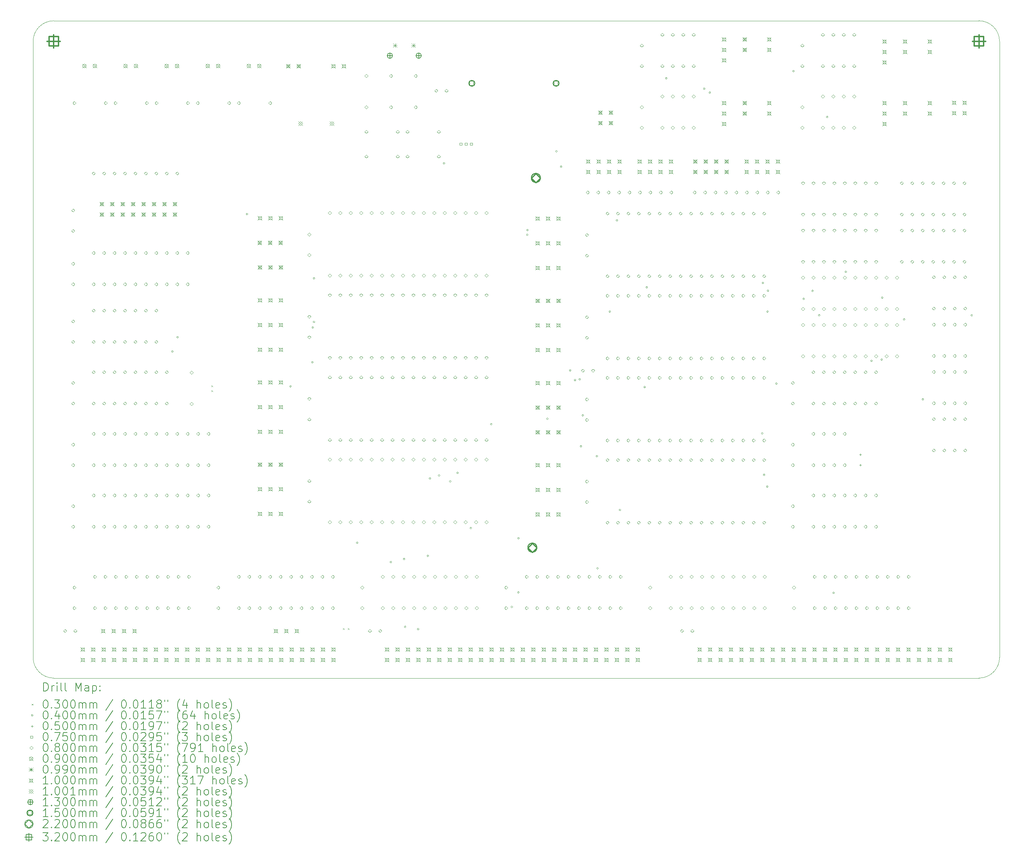
<source format=gbr>
%TF.GenerationSoftware,KiCad,Pcbnew,(6.0.11)*%
%TF.CreationDate,2023-05-28T18:57:43-04:00*%
%TF.ProjectId,memory.ROMRAM,6d656d6f-7279-42e5-924f-4d52414d2e6b,rev?*%
%TF.SameCoordinates,Original*%
%TF.FileFunction,Drillmap*%
%TF.FilePolarity,Positive*%
%FSLAX45Y45*%
G04 Gerber Fmt 4.5, Leading zero omitted, Abs format (unit mm)*
G04 Created by KiCad (PCBNEW (6.0.11)) date 2023-05-28 18:57:43*
%MOMM*%
%LPD*%
G01*
G04 APERTURE LIST*
%ADD10C,0.050000*%
%ADD11C,0.200000*%
%ADD12C,0.030000*%
%ADD13C,0.040000*%
%ADD14C,0.075000*%
%ADD15C,0.080000*%
%ADD16C,0.090000*%
%ADD17C,0.099000*%
%ADD18C,0.100000*%
%ADD19C,0.100076*%
%ADD20C,0.130000*%
%ADD21C,0.150000*%
%ADD22C,0.220000*%
%ADD23C,0.320000*%
G04 APERTURE END LIST*
D10*
X3500000Y-7500000D02*
X3500000Y-22500000D01*
X4000000Y-23000000D02*
X26500000Y-23000000D01*
X27000000Y-22500000D02*
X27000000Y-7500000D01*
X26500000Y-7000000D02*
X4000000Y-7000000D01*
X3500000Y-22500000D02*
G75*
G03*
X4000000Y-23000000I500000J0D01*
G01*
X4000000Y-7000000D02*
G75*
G03*
X3500000Y-7500000I0J-500000D01*
G01*
X26500000Y-23000000D02*
G75*
G03*
X27000000Y-22500000I0J500000D01*
G01*
X27000000Y-7500000D02*
G75*
G03*
X26500000Y-7000000I-500000J0D01*
G01*
D11*
D12*
X7835000Y-15875000D02*
X7865000Y-15905000D01*
X7865000Y-15875000D02*
X7835000Y-15905000D01*
X7835000Y-15995000D02*
X7865000Y-16025000D01*
X7865000Y-15995000D02*
X7835000Y-16025000D01*
X11035000Y-21785000D02*
X11065000Y-21815000D01*
X11065000Y-21785000D02*
X11035000Y-21815000D01*
X11155000Y-21785000D02*
X11185000Y-21815000D01*
X11185000Y-21785000D02*
X11155000Y-21815000D01*
D13*
X6907840Y-15050120D02*
G75*
G03*
X6907840Y-15050120I-20000J0D01*
G01*
X7030630Y-14700670D02*
G75*
G03*
X7030630Y-14700670I-20000J0D01*
G01*
X8720240Y-11706330D02*
G75*
G03*
X8720240Y-11706330I-20000J0D01*
G01*
X9777960Y-15899330D02*
G75*
G03*
X9777960Y-15899330I-20000J0D01*
G01*
X10312440Y-15313030D02*
G75*
G03*
X10312440Y-15313030I-20000J0D01*
G01*
X10321290Y-14464700D02*
G75*
G03*
X10321290Y-14464700I-20000J0D01*
G01*
X10350030Y-13268830D02*
G75*
G03*
X10350030Y-13268830I-20000J0D01*
G01*
X10350110Y-14331940D02*
G75*
G03*
X10350110Y-14331940I-20000J0D01*
G01*
X11399210Y-19706930D02*
G75*
G03*
X11399210Y-19706930I-20000J0D01*
G01*
X12219930Y-20175550D02*
G75*
G03*
X12219930Y-20175550I-20000J0D01*
G01*
X12538790Y-20100430D02*
G75*
G03*
X12538790Y-20100430I-20000J0D01*
G01*
X12567930Y-21751980D02*
G75*
G03*
X12567930Y-21751980I-20000J0D01*
G01*
X12882730Y-21808690D02*
G75*
G03*
X12882730Y-21808690I-20000J0D01*
G01*
X13118840Y-20025600D02*
G75*
G03*
X13118840Y-20025600I-20000J0D01*
G01*
X13169550Y-18138300D02*
G75*
G03*
X13169550Y-18138300I-20000J0D01*
G01*
X13391110Y-18066680D02*
G75*
G03*
X13391110Y-18066680I-20000J0D01*
G01*
X13511650Y-10470920D02*
G75*
G03*
X13511650Y-10470920I-20000J0D01*
G01*
X13661530Y-18210840D02*
G75*
G03*
X13661530Y-18210840I-20000J0D01*
G01*
X13842350Y-18004830D02*
G75*
G03*
X13842350Y-18004830I-20000J0D01*
G01*
X14163000Y-19348170D02*
G75*
G03*
X14163000Y-19348170I-20000J0D01*
G01*
X14660760Y-16820710D02*
G75*
G03*
X14660760Y-16820710I-20000J0D01*
G01*
X15160820Y-21268120D02*
G75*
G03*
X15160820Y-21268120I-20000J0D01*
G01*
X15320630Y-20914460D02*
G75*
G03*
X15320630Y-20914460I-20000J0D01*
G01*
X15323990Y-19597030D02*
G75*
G03*
X15323990Y-19597030I-20000J0D01*
G01*
X15534890Y-12209760D02*
G75*
G03*
X15534890Y-12209760I-20000J0D01*
G01*
X15538720Y-12093400D02*
G75*
G03*
X15538720Y-12093400I-20000J0D01*
G01*
X16024190Y-16688570D02*
G75*
G03*
X16024190Y-16688570I-20000J0D01*
G01*
X16244050Y-10176720D02*
G75*
G03*
X16244050Y-10176720I-20000J0D01*
G01*
X16358260Y-10550480D02*
G75*
G03*
X16358260Y-10550480I-20000J0D01*
G01*
X16578220Y-15510270D02*
G75*
G03*
X16578220Y-15510270I-20000J0D01*
G01*
X16697860Y-15746870D02*
G75*
G03*
X16697860Y-15746870I-20000J0D01*
G01*
X16809550Y-15728550D02*
G75*
G03*
X16809550Y-15728550I-20000J0D01*
G01*
X16840630Y-17358070D02*
G75*
G03*
X16840630Y-17358070I-20000J0D01*
G01*
X16886890Y-16604800D02*
G75*
G03*
X16886890Y-16604800I-20000J0D01*
G01*
X17228550Y-17596990D02*
G75*
G03*
X17228550Y-17596990I-20000J0D01*
G01*
X17244820Y-20328150D02*
G75*
G03*
X17244820Y-20328150I-20000J0D01*
G01*
X17542940Y-14077370D02*
G75*
G03*
X17542940Y-14077370I-20000J0D01*
G01*
X17715490Y-11858930D02*
G75*
G03*
X17715490Y-11858930I-20000J0D01*
G01*
X17790580Y-18906420D02*
G75*
G03*
X17790580Y-18906420I-20000J0D01*
G01*
X18392060Y-15916220D02*
G75*
G03*
X18392060Y-15916220I-20000J0D01*
G01*
X18442740Y-13488130D02*
G75*
G03*
X18442740Y-13488130I-20000J0D01*
G01*
X18915820Y-8399070D02*
G75*
G03*
X18915820Y-8399070I-20000J0D01*
G01*
X19836780Y-8653060D02*
G75*
G03*
X19836780Y-8653060I-20000J0D01*
G01*
X19976060Y-8747210D02*
G75*
G03*
X19976060Y-8747210I-20000J0D01*
G01*
X21249460Y-17044080D02*
G75*
G03*
X21249460Y-17044080I-20000J0D01*
G01*
X21265240Y-13380860D02*
G75*
G03*
X21265240Y-13380860I-20000J0D01*
G01*
X21294760Y-18053380D02*
G75*
G03*
X21294760Y-18053380I-20000J0D01*
G01*
X21370480Y-18337760D02*
G75*
G03*
X21370480Y-18337760I-20000J0D01*
G01*
X21378340Y-14077370D02*
G75*
G03*
X21378340Y-14077370I-20000J0D01*
G01*
X21389810Y-13569780D02*
G75*
G03*
X21389810Y-13569780I-20000J0D01*
G01*
X21594630Y-15831300D02*
G75*
G03*
X21594630Y-15831300I-20000J0D01*
G01*
X22008330Y-8223580D02*
G75*
G03*
X22008330Y-8223580I-20000J0D01*
G01*
X22257040Y-13768430D02*
G75*
G03*
X22257040Y-13768430I-20000J0D01*
G01*
X22473610Y-13573030D02*
G75*
G03*
X22473610Y-13573030I-20000J0D01*
G01*
X22635150Y-14166660D02*
G75*
G03*
X22635150Y-14166660I-20000J0D01*
G01*
X22829010Y-9340760D02*
G75*
G03*
X22829010Y-9340760I-20000J0D01*
G01*
X22985910Y-20926870D02*
G75*
G03*
X22985910Y-20926870I-20000J0D01*
G01*
X23282600Y-13109270D02*
G75*
G03*
X23282600Y-13109270I-20000J0D01*
G01*
X23906880Y-15276100D02*
G75*
G03*
X23906880Y-15276100I-20000J0D01*
G01*
X24153480Y-15247280D02*
G75*
G03*
X24153480Y-15247280I-20000J0D01*
G01*
X24167740Y-13740310D02*
G75*
G03*
X24167740Y-13740310I-20000J0D01*
G01*
X24700830Y-14268260D02*
G75*
G03*
X24700830Y-14268260I-20000J0D01*
G01*
X25156120Y-16214810D02*
G75*
G03*
X25156120Y-16214810I-20000J0D01*
G01*
X26342100Y-14168610D02*
G75*
G03*
X26342100Y-14168610I-20000J0D01*
G01*
D10*
X23619000Y-17534000D02*
X23619000Y-17584000D01*
X23594000Y-17559000D02*
X23644000Y-17559000D01*
X23619000Y-17788000D02*
X23619000Y-17838000D01*
X23594000Y-17813000D02*
X23644000Y-17813000D01*
D14*
X13926517Y-10026517D02*
X13926517Y-9973483D01*
X13873483Y-9973483D01*
X13873483Y-10026517D01*
X13926517Y-10026517D01*
X14053517Y-10026517D02*
X14053517Y-9973483D01*
X14000483Y-9973483D01*
X14000483Y-10026517D01*
X14053517Y-10026517D01*
X14180517Y-10026517D02*
X14180517Y-9973483D01*
X14127483Y-9973483D01*
X14127483Y-10026517D01*
X14180517Y-10026517D01*
D15*
X4274980Y-21890000D02*
X4314980Y-21850000D01*
X4274980Y-21810000D01*
X4234980Y-21850000D01*
X4274980Y-21890000D01*
X4469000Y-11653000D02*
X4509000Y-11613000D01*
X4469000Y-11573000D01*
X4429000Y-11613000D01*
X4469000Y-11653000D01*
X4469000Y-12153000D02*
X4509000Y-12113000D01*
X4469000Y-12073000D01*
X4429000Y-12113000D01*
X4469000Y-12153000D01*
X4469000Y-12953000D02*
X4509000Y-12913000D01*
X4469000Y-12873000D01*
X4429000Y-12913000D01*
X4469000Y-12953000D01*
X4469000Y-13453000D02*
X4509000Y-13413000D01*
X4469000Y-13373000D01*
X4429000Y-13413000D01*
X4469000Y-13453000D01*
X4469000Y-14353000D02*
X4509000Y-14313000D01*
X4469000Y-14273000D01*
X4429000Y-14313000D01*
X4469000Y-14353000D01*
X4469000Y-14853000D02*
X4509000Y-14813000D01*
X4469000Y-14773000D01*
X4429000Y-14813000D01*
X4469000Y-14853000D01*
X4469000Y-15853000D02*
X4509000Y-15813000D01*
X4469000Y-15773000D01*
X4429000Y-15813000D01*
X4469000Y-15853000D01*
X4469000Y-16353000D02*
X4509000Y-16313000D01*
X4469000Y-16273000D01*
X4429000Y-16313000D01*
X4469000Y-16353000D01*
X4469000Y-17353000D02*
X4509000Y-17313000D01*
X4469000Y-17273000D01*
X4429000Y-17313000D01*
X4469000Y-17353000D01*
X4469000Y-17853000D02*
X4509000Y-17813000D01*
X4469000Y-17773000D01*
X4429000Y-17813000D01*
X4469000Y-17853000D01*
X4469000Y-18853000D02*
X4509000Y-18813000D01*
X4469000Y-18773000D01*
X4429000Y-18813000D01*
X4469000Y-18853000D01*
X4469000Y-19353000D02*
X4509000Y-19313000D01*
X4469000Y-19273000D01*
X4429000Y-19313000D01*
X4469000Y-19353000D01*
X4500000Y-9040000D02*
X4540000Y-9000000D01*
X4500000Y-8960000D01*
X4460000Y-9000000D01*
X4500000Y-9040000D01*
X4500000Y-20834000D02*
X4540000Y-20794000D01*
X4500000Y-20754000D01*
X4460000Y-20794000D01*
X4500000Y-20834000D01*
X4500000Y-21334000D02*
X4540000Y-21294000D01*
X4500000Y-21254000D01*
X4460000Y-21294000D01*
X4500000Y-21334000D01*
X4524980Y-21890000D02*
X4564980Y-21850000D01*
X4524980Y-21810000D01*
X4484980Y-21850000D01*
X4524980Y-21890000D01*
X4969000Y-10753000D02*
X5009000Y-10713000D01*
X4969000Y-10673000D01*
X4929000Y-10713000D01*
X4969000Y-10753000D01*
X4969000Y-12691000D02*
X5009000Y-12651000D01*
X4969000Y-12611000D01*
X4929000Y-12651000D01*
X4969000Y-12691000D01*
X4969000Y-13453000D02*
X5009000Y-13413000D01*
X4969000Y-13373000D01*
X4929000Y-13413000D01*
X4969000Y-13453000D01*
X4969000Y-14091000D02*
X5009000Y-14051000D01*
X4969000Y-14011000D01*
X4929000Y-14051000D01*
X4969000Y-14091000D01*
X4969000Y-14853000D02*
X5009000Y-14813000D01*
X4969000Y-14773000D01*
X4929000Y-14813000D01*
X4969000Y-14853000D01*
X4969000Y-15591000D02*
X5009000Y-15551000D01*
X4969000Y-15511000D01*
X4929000Y-15551000D01*
X4969000Y-15591000D01*
X4969000Y-16353000D02*
X5009000Y-16313000D01*
X4969000Y-16273000D01*
X4929000Y-16313000D01*
X4969000Y-16353000D01*
X4969000Y-17091000D02*
X5009000Y-17051000D01*
X4969000Y-17011000D01*
X4929000Y-17051000D01*
X4969000Y-17091000D01*
X4969000Y-17853000D02*
X5009000Y-17813000D01*
X4969000Y-17773000D01*
X4929000Y-17813000D01*
X4969000Y-17853000D01*
X4969000Y-18591000D02*
X5009000Y-18551000D01*
X4969000Y-18511000D01*
X4929000Y-18551000D01*
X4969000Y-18591000D01*
X4969000Y-19353000D02*
X5009000Y-19313000D01*
X4969000Y-19273000D01*
X4929000Y-19313000D01*
X4969000Y-19353000D01*
X5000000Y-20572000D02*
X5040000Y-20532000D01*
X5000000Y-20492000D01*
X4960000Y-20532000D01*
X5000000Y-20572000D01*
X5000000Y-21334000D02*
X5040000Y-21294000D01*
X5000000Y-21254000D01*
X4960000Y-21294000D01*
X5000000Y-21334000D01*
X5223000Y-10753000D02*
X5263000Y-10713000D01*
X5223000Y-10673000D01*
X5183000Y-10713000D01*
X5223000Y-10753000D01*
X5223000Y-12691000D02*
X5263000Y-12651000D01*
X5223000Y-12611000D01*
X5183000Y-12651000D01*
X5223000Y-12691000D01*
X5223000Y-13453000D02*
X5263000Y-13413000D01*
X5223000Y-13373000D01*
X5183000Y-13413000D01*
X5223000Y-13453000D01*
X5223000Y-14091000D02*
X5263000Y-14051000D01*
X5223000Y-14011000D01*
X5183000Y-14051000D01*
X5223000Y-14091000D01*
X5223000Y-14853000D02*
X5263000Y-14813000D01*
X5223000Y-14773000D01*
X5183000Y-14813000D01*
X5223000Y-14853000D01*
X5223000Y-15591000D02*
X5263000Y-15551000D01*
X5223000Y-15511000D01*
X5183000Y-15551000D01*
X5223000Y-15591000D01*
X5223000Y-16353000D02*
X5263000Y-16313000D01*
X5223000Y-16273000D01*
X5183000Y-16313000D01*
X5223000Y-16353000D01*
X5223000Y-17091000D02*
X5263000Y-17051000D01*
X5223000Y-17011000D01*
X5183000Y-17051000D01*
X5223000Y-17091000D01*
X5223000Y-17853000D02*
X5263000Y-17813000D01*
X5223000Y-17773000D01*
X5183000Y-17813000D01*
X5223000Y-17853000D01*
X5223000Y-18591000D02*
X5263000Y-18551000D01*
X5223000Y-18511000D01*
X5183000Y-18551000D01*
X5223000Y-18591000D01*
X5223000Y-19353000D02*
X5263000Y-19313000D01*
X5223000Y-19273000D01*
X5183000Y-19313000D01*
X5223000Y-19353000D01*
X5254000Y-20572000D02*
X5294000Y-20532000D01*
X5254000Y-20492000D01*
X5214000Y-20532000D01*
X5254000Y-20572000D01*
X5254000Y-21334000D02*
X5294000Y-21294000D01*
X5254000Y-21254000D01*
X5214000Y-21294000D01*
X5254000Y-21334000D01*
X5262000Y-9040000D02*
X5302000Y-9000000D01*
X5262000Y-8960000D01*
X5222000Y-9000000D01*
X5262000Y-9040000D01*
X5477000Y-10753000D02*
X5517000Y-10713000D01*
X5477000Y-10673000D01*
X5437000Y-10713000D01*
X5477000Y-10753000D01*
X5477000Y-12691000D02*
X5517000Y-12651000D01*
X5477000Y-12611000D01*
X5437000Y-12651000D01*
X5477000Y-12691000D01*
X5477000Y-13453000D02*
X5517000Y-13413000D01*
X5477000Y-13373000D01*
X5437000Y-13413000D01*
X5477000Y-13453000D01*
X5477000Y-14091000D02*
X5517000Y-14051000D01*
X5477000Y-14011000D01*
X5437000Y-14051000D01*
X5477000Y-14091000D01*
X5477000Y-14853000D02*
X5517000Y-14813000D01*
X5477000Y-14773000D01*
X5437000Y-14813000D01*
X5477000Y-14853000D01*
X5477000Y-15591000D02*
X5517000Y-15551000D01*
X5477000Y-15511000D01*
X5437000Y-15551000D01*
X5477000Y-15591000D01*
X5477000Y-16353000D02*
X5517000Y-16313000D01*
X5477000Y-16273000D01*
X5437000Y-16313000D01*
X5477000Y-16353000D01*
X5477000Y-17091000D02*
X5517000Y-17051000D01*
X5477000Y-17011000D01*
X5437000Y-17051000D01*
X5477000Y-17091000D01*
X5477000Y-17853000D02*
X5517000Y-17813000D01*
X5477000Y-17773000D01*
X5437000Y-17813000D01*
X5477000Y-17853000D01*
X5477000Y-18591000D02*
X5517000Y-18551000D01*
X5477000Y-18511000D01*
X5437000Y-18551000D01*
X5477000Y-18591000D01*
X5477000Y-19353000D02*
X5517000Y-19313000D01*
X5477000Y-19273000D01*
X5437000Y-19313000D01*
X5477000Y-19353000D01*
X5500000Y-9040000D02*
X5540000Y-9000000D01*
X5500000Y-8960000D01*
X5460000Y-9000000D01*
X5500000Y-9040000D01*
X5508000Y-20572000D02*
X5548000Y-20532000D01*
X5508000Y-20492000D01*
X5468000Y-20532000D01*
X5508000Y-20572000D01*
X5508000Y-21334000D02*
X5548000Y-21294000D01*
X5508000Y-21254000D01*
X5468000Y-21294000D01*
X5508000Y-21334000D01*
X5731000Y-10753000D02*
X5771000Y-10713000D01*
X5731000Y-10673000D01*
X5691000Y-10713000D01*
X5731000Y-10753000D01*
X5731000Y-12691000D02*
X5771000Y-12651000D01*
X5731000Y-12611000D01*
X5691000Y-12651000D01*
X5731000Y-12691000D01*
X5731000Y-13453000D02*
X5771000Y-13413000D01*
X5731000Y-13373000D01*
X5691000Y-13413000D01*
X5731000Y-13453000D01*
X5731000Y-14091000D02*
X5771000Y-14051000D01*
X5731000Y-14011000D01*
X5691000Y-14051000D01*
X5731000Y-14091000D01*
X5731000Y-14853000D02*
X5771000Y-14813000D01*
X5731000Y-14773000D01*
X5691000Y-14813000D01*
X5731000Y-14853000D01*
X5731000Y-15591000D02*
X5771000Y-15551000D01*
X5731000Y-15511000D01*
X5691000Y-15551000D01*
X5731000Y-15591000D01*
X5731000Y-16353000D02*
X5771000Y-16313000D01*
X5731000Y-16273000D01*
X5691000Y-16313000D01*
X5731000Y-16353000D01*
X5731000Y-17091000D02*
X5771000Y-17051000D01*
X5731000Y-17011000D01*
X5691000Y-17051000D01*
X5731000Y-17091000D01*
X5731000Y-17853000D02*
X5771000Y-17813000D01*
X5731000Y-17773000D01*
X5691000Y-17813000D01*
X5731000Y-17853000D01*
X5731000Y-18591000D02*
X5771000Y-18551000D01*
X5731000Y-18511000D01*
X5691000Y-18551000D01*
X5731000Y-18591000D01*
X5731000Y-19353000D02*
X5771000Y-19313000D01*
X5731000Y-19273000D01*
X5691000Y-19313000D01*
X5731000Y-19353000D01*
X5762000Y-20572000D02*
X5802000Y-20532000D01*
X5762000Y-20492000D01*
X5722000Y-20532000D01*
X5762000Y-20572000D01*
X5762000Y-21334000D02*
X5802000Y-21294000D01*
X5762000Y-21254000D01*
X5722000Y-21294000D01*
X5762000Y-21334000D01*
X5985000Y-10753000D02*
X6025000Y-10713000D01*
X5985000Y-10673000D01*
X5945000Y-10713000D01*
X5985000Y-10753000D01*
X5985000Y-12691000D02*
X6025000Y-12651000D01*
X5985000Y-12611000D01*
X5945000Y-12651000D01*
X5985000Y-12691000D01*
X5985000Y-13453000D02*
X6025000Y-13413000D01*
X5985000Y-13373000D01*
X5945000Y-13413000D01*
X5985000Y-13453000D01*
X5985000Y-14091000D02*
X6025000Y-14051000D01*
X5985000Y-14011000D01*
X5945000Y-14051000D01*
X5985000Y-14091000D01*
X5985000Y-14853000D02*
X6025000Y-14813000D01*
X5985000Y-14773000D01*
X5945000Y-14813000D01*
X5985000Y-14853000D01*
X5985000Y-15591000D02*
X6025000Y-15551000D01*
X5985000Y-15511000D01*
X5945000Y-15551000D01*
X5985000Y-15591000D01*
X5985000Y-16353000D02*
X6025000Y-16313000D01*
X5985000Y-16273000D01*
X5945000Y-16313000D01*
X5985000Y-16353000D01*
X5985000Y-17091000D02*
X6025000Y-17051000D01*
X5985000Y-17011000D01*
X5945000Y-17051000D01*
X5985000Y-17091000D01*
X5985000Y-17853000D02*
X6025000Y-17813000D01*
X5985000Y-17773000D01*
X5945000Y-17813000D01*
X5985000Y-17853000D01*
X5985000Y-18591000D02*
X6025000Y-18551000D01*
X5985000Y-18511000D01*
X5945000Y-18551000D01*
X5985000Y-18591000D01*
X5985000Y-19353000D02*
X6025000Y-19313000D01*
X5985000Y-19273000D01*
X5945000Y-19313000D01*
X5985000Y-19353000D01*
X6016000Y-20572000D02*
X6056000Y-20532000D01*
X6016000Y-20492000D01*
X5976000Y-20532000D01*
X6016000Y-20572000D01*
X6016000Y-21334000D02*
X6056000Y-21294000D01*
X6016000Y-21254000D01*
X5976000Y-21294000D01*
X6016000Y-21334000D01*
X6239000Y-10753000D02*
X6279000Y-10713000D01*
X6239000Y-10673000D01*
X6199000Y-10713000D01*
X6239000Y-10753000D01*
X6239000Y-12691000D02*
X6279000Y-12651000D01*
X6239000Y-12611000D01*
X6199000Y-12651000D01*
X6239000Y-12691000D01*
X6239000Y-13453000D02*
X6279000Y-13413000D01*
X6239000Y-13373000D01*
X6199000Y-13413000D01*
X6239000Y-13453000D01*
X6239000Y-14091000D02*
X6279000Y-14051000D01*
X6239000Y-14011000D01*
X6199000Y-14051000D01*
X6239000Y-14091000D01*
X6239000Y-14853000D02*
X6279000Y-14813000D01*
X6239000Y-14773000D01*
X6199000Y-14813000D01*
X6239000Y-14853000D01*
X6239000Y-15591000D02*
X6279000Y-15551000D01*
X6239000Y-15511000D01*
X6199000Y-15551000D01*
X6239000Y-15591000D01*
X6239000Y-16353000D02*
X6279000Y-16313000D01*
X6239000Y-16273000D01*
X6199000Y-16313000D01*
X6239000Y-16353000D01*
X6239000Y-17091000D02*
X6279000Y-17051000D01*
X6239000Y-17011000D01*
X6199000Y-17051000D01*
X6239000Y-17091000D01*
X6239000Y-17853000D02*
X6279000Y-17813000D01*
X6239000Y-17773000D01*
X6199000Y-17813000D01*
X6239000Y-17853000D01*
X6239000Y-18591000D02*
X6279000Y-18551000D01*
X6239000Y-18511000D01*
X6199000Y-18551000D01*
X6239000Y-18591000D01*
X6239000Y-19353000D02*
X6279000Y-19313000D01*
X6239000Y-19273000D01*
X6199000Y-19313000D01*
X6239000Y-19353000D01*
X6262000Y-9040000D02*
X6302000Y-9000000D01*
X6262000Y-8960000D01*
X6222000Y-9000000D01*
X6262000Y-9040000D01*
X6270000Y-20572000D02*
X6310000Y-20532000D01*
X6270000Y-20492000D01*
X6230000Y-20532000D01*
X6270000Y-20572000D01*
X6270000Y-21334000D02*
X6310000Y-21294000D01*
X6270000Y-21254000D01*
X6230000Y-21294000D01*
X6270000Y-21334000D01*
X6493000Y-10753000D02*
X6533000Y-10713000D01*
X6493000Y-10673000D01*
X6453000Y-10713000D01*
X6493000Y-10753000D01*
X6493000Y-12691000D02*
X6533000Y-12651000D01*
X6493000Y-12611000D01*
X6453000Y-12651000D01*
X6493000Y-12691000D01*
X6493000Y-13453000D02*
X6533000Y-13413000D01*
X6493000Y-13373000D01*
X6453000Y-13413000D01*
X6493000Y-13453000D01*
X6493000Y-14091000D02*
X6533000Y-14051000D01*
X6493000Y-14011000D01*
X6453000Y-14051000D01*
X6493000Y-14091000D01*
X6493000Y-14853000D02*
X6533000Y-14813000D01*
X6493000Y-14773000D01*
X6453000Y-14813000D01*
X6493000Y-14853000D01*
X6493000Y-15591000D02*
X6533000Y-15551000D01*
X6493000Y-15511000D01*
X6453000Y-15551000D01*
X6493000Y-15591000D01*
X6493000Y-16353000D02*
X6533000Y-16313000D01*
X6493000Y-16273000D01*
X6453000Y-16313000D01*
X6493000Y-16353000D01*
X6493000Y-17091000D02*
X6533000Y-17051000D01*
X6493000Y-17011000D01*
X6453000Y-17051000D01*
X6493000Y-17091000D01*
X6493000Y-17853000D02*
X6533000Y-17813000D01*
X6493000Y-17773000D01*
X6453000Y-17813000D01*
X6493000Y-17853000D01*
X6493000Y-18591000D02*
X6533000Y-18551000D01*
X6493000Y-18511000D01*
X6453000Y-18551000D01*
X6493000Y-18591000D01*
X6493000Y-19353000D02*
X6533000Y-19313000D01*
X6493000Y-19273000D01*
X6453000Y-19313000D01*
X6493000Y-19353000D01*
X6500000Y-9040000D02*
X6540000Y-9000000D01*
X6500000Y-8960000D01*
X6460000Y-9000000D01*
X6500000Y-9040000D01*
X6524000Y-20572000D02*
X6564000Y-20532000D01*
X6524000Y-20492000D01*
X6484000Y-20532000D01*
X6524000Y-20572000D01*
X6524000Y-21334000D02*
X6564000Y-21294000D01*
X6524000Y-21254000D01*
X6484000Y-21294000D01*
X6524000Y-21334000D01*
X6747000Y-10753000D02*
X6787000Y-10713000D01*
X6747000Y-10673000D01*
X6707000Y-10713000D01*
X6747000Y-10753000D01*
X6747000Y-12691000D02*
X6787000Y-12651000D01*
X6747000Y-12611000D01*
X6707000Y-12651000D01*
X6747000Y-12691000D01*
X6747000Y-13453000D02*
X6787000Y-13413000D01*
X6747000Y-13373000D01*
X6707000Y-13413000D01*
X6747000Y-13453000D01*
X6747000Y-15591000D02*
X6787000Y-15551000D01*
X6747000Y-15511000D01*
X6707000Y-15551000D01*
X6747000Y-15591000D01*
X6747000Y-16353000D02*
X6787000Y-16313000D01*
X6747000Y-16273000D01*
X6707000Y-16313000D01*
X6747000Y-16353000D01*
X6747000Y-17091000D02*
X6787000Y-17051000D01*
X6747000Y-17011000D01*
X6707000Y-17051000D01*
X6747000Y-17091000D01*
X6747000Y-17853000D02*
X6787000Y-17813000D01*
X6747000Y-17773000D01*
X6707000Y-17813000D01*
X6747000Y-17853000D01*
X6747000Y-18591000D02*
X6787000Y-18551000D01*
X6747000Y-18511000D01*
X6707000Y-18551000D01*
X6747000Y-18591000D01*
X6747000Y-19353000D02*
X6787000Y-19313000D01*
X6747000Y-19273000D01*
X6707000Y-19313000D01*
X6747000Y-19353000D01*
X6778000Y-20572000D02*
X6818000Y-20532000D01*
X6778000Y-20492000D01*
X6738000Y-20532000D01*
X6778000Y-20572000D01*
X6778000Y-21334000D02*
X6818000Y-21294000D01*
X6778000Y-21254000D01*
X6738000Y-21294000D01*
X6778000Y-21334000D01*
X7001000Y-10753000D02*
X7041000Y-10713000D01*
X7001000Y-10673000D01*
X6961000Y-10713000D01*
X7001000Y-10753000D01*
X7001000Y-12691000D02*
X7041000Y-12651000D01*
X7001000Y-12611000D01*
X6961000Y-12651000D01*
X7001000Y-12691000D01*
X7001000Y-13453000D02*
X7041000Y-13413000D01*
X7001000Y-13373000D01*
X6961000Y-13413000D01*
X7001000Y-13453000D01*
X7001000Y-17091000D02*
X7041000Y-17051000D01*
X7001000Y-17011000D01*
X6961000Y-17051000D01*
X7001000Y-17091000D01*
X7001000Y-17853000D02*
X7041000Y-17813000D01*
X7001000Y-17773000D01*
X6961000Y-17813000D01*
X7001000Y-17853000D01*
X7001000Y-18591000D02*
X7041000Y-18551000D01*
X7001000Y-18511000D01*
X6961000Y-18551000D01*
X7001000Y-18591000D01*
X7001000Y-19353000D02*
X7041000Y-19313000D01*
X7001000Y-19273000D01*
X6961000Y-19313000D01*
X7001000Y-19353000D01*
X7032000Y-20572000D02*
X7072000Y-20532000D01*
X7032000Y-20492000D01*
X6992000Y-20532000D01*
X7032000Y-20572000D01*
X7032000Y-21334000D02*
X7072000Y-21294000D01*
X7032000Y-21254000D01*
X6992000Y-21294000D01*
X7032000Y-21334000D01*
X7255000Y-12691000D02*
X7295000Y-12651000D01*
X7255000Y-12611000D01*
X7215000Y-12651000D01*
X7255000Y-12691000D01*
X7255000Y-13453000D02*
X7295000Y-13413000D01*
X7255000Y-13373000D01*
X7215000Y-13413000D01*
X7255000Y-13453000D01*
X7255000Y-17091000D02*
X7295000Y-17051000D01*
X7255000Y-17011000D01*
X7215000Y-17051000D01*
X7255000Y-17091000D01*
X7255000Y-17853000D02*
X7295000Y-17813000D01*
X7255000Y-17773000D01*
X7215000Y-17813000D01*
X7255000Y-17853000D01*
X7255000Y-18591000D02*
X7295000Y-18551000D01*
X7255000Y-18511000D01*
X7215000Y-18551000D01*
X7255000Y-18591000D01*
X7255000Y-19353000D02*
X7295000Y-19313000D01*
X7255000Y-19273000D01*
X7215000Y-19313000D01*
X7255000Y-19353000D01*
X7262000Y-9040000D02*
X7302000Y-9000000D01*
X7262000Y-8960000D01*
X7222000Y-9000000D01*
X7262000Y-9040000D01*
X7286000Y-20572000D02*
X7326000Y-20532000D01*
X7286000Y-20492000D01*
X7246000Y-20532000D01*
X7286000Y-20572000D01*
X7286000Y-21334000D02*
X7326000Y-21294000D01*
X7286000Y-21254000D01*
X7246000Y-21294000D01*
X7286000Y-21334000D01*
X7350000Y-15603000D02*
X7390000Y-15563000D01*
X7350000Y-15523000D01*
X7310000Y-15563000D01*
X7350000Y-15603000D01*
X7350000Y-16365000D02*
X7390000Y-16325000D01*
X7350000Y-16285000D01*
X7310000Y-16325000D01*
X7350000Y-16365000D01*
X7500000Y-9040000D02*
X7540000Y-9000000D01*
X7500000Y-8960000D01*
X7460000Y-9000000D01*
X7500000Y-9040000D01*
X7509000Y-17091000D02*
X7549000Y-17051000D01*
X7509000Y-17011000D01*
X7469000Y-17051000D01*
X7509000Y-17091000D01*
X7509000Y-17853000D02*
X7549000Y-17813000D01*
X7509000Y-17773000D01*
X7469000Y-17813000D01*
X7509000Y-17853000D01*
X7509000Y-18591000D02*
X7549000Y-18551000D01*
X7509000Y-18511000D01*
X7469000Y-18551000D01*
X7509000Y-18591000D01*
X7509000Y-19353000D02*
X7549000Y-19313000D01*
X7509000Y-19273000D01*
X7469000Y-19313000D01*
X7509000Y-19353000D01*
X7763000Y-17091000D02*
X7803000Y-17051000D01*
X7763000Y-17011000D01*
X7723000Y-17051000D01*
X7763000Y-17091000D01*
X7763000Y-17853000D02*
X7803000Y-17813000D01*
X7763000Y-17773000D01*
X7723000Y-17813000D01*
X7763000Y-17853000D01*
X7763000Y-18591000D02*
X7803000Y-18551000D01*
X7763000Y-18511000D01*
X7723000Y-18551000D01*
X7763000Y-18591000D01*
X7763000Y-19353000D02*
X7803000Y-19313000D01*
X7763000Y-19273000D01*
X7723000Y-19313000D01*
X7763000Y-19353000D01*
X8000000Y-20834000D02*
X8040000Y-20794000D01*
X8000000Y-20754000D01*
X7960000Y-20794000D01*
X8000000Y-20834000D01*
X8000000Y-21334000D02*
X8040000Y-21294000D01*
X8000000Y-21254000D01*
X7960000Y-21294000D01*
X8000000Y-21334000D01*
X8262000Y-9040000D02*
X8302000Y-9000000D01*
X8262000Y-8960000D01*
X8222000Y-9000000D01*
X8262000Y-9040000D01*
X8500000Y-9040000D02*
X8540000Y-9000000D01*
X8500000Y-8960000D01*
X8460000Y-9000000D01*
X8500000Y-9040000D01*
X8500000Y-20572000D02*
X8540000Y-20532000D01*
X8500000Y-20492000D01*
X8460000Y-20532000D01*
X8500000Y-20572000D01*
X8500000Y-21334000D02*
X8540000Y-21294000D01*
X8500000Y-21254000D01*
X8460000Y-21294000D01*
X8500000Y-21334000D01*
X8754000Y-20572000D02*
X8794000Y-20532000D01*
X8754000Y-20492000D01*
X8714000Y-20532000D01*
X8754000Y-20572000D01*
X8754000Y-21334000D02*
X8794000Y-21294000D01*
X8754000Y-21254000D01*
X8714000Y-21294000D01*
X8754000Y-21334000D01*
X9008000Y-20572000D02*
X9048000Y-20532000D01*
X9008000Y-20492000D01*
X8968000Y-20532000D01*
X9008000Y-20572000D01*
X9008000Y-21334000D02*
X9048000Y-21294000D01*
X9008000Y-21254000D01*
X8968000Y-21294000D01*
X9008000Y-21334000D01*
X9262000Y-9040000D02*
X9302000Y-9000000D01*
X9262000Y-8960000D01*
X9222000Y-9000000D01*
X9262000Y-9040000D01*
X9262000Y-20572000D02*
X9302000Y-20532000D01*
X9262000Y-20492000D01*
X9222000Y-20532000D01*
X9262000Y-20572000D01*
X9262000Y-21334000D02*
X9302000Y-21294000D01*
X9262000Y-21254000D01*
X9222000Y-21294000D01*
X9262000Y-21334000D01*
X9516000Y-20572000D02*
X9556000Y-20532000D01*
X9516000Y-20492000D01*
X9476000Y-20532000D01*
X9516000Y-20572000D01*
X9516000Y-21334000D02*
X9556000Y-21294000D01*
X9516000Y-21254000D01*
X9476000Y-21294000D01*
X9516000Y-21334000D01*
X9770000Y-20572000D02*
X9810000Y-20532000D01*
X9770000Y-20492000D01*
X9730000Y-20532000D01*
X9770000Y-20572000D01*
X9770000Y-21334000D02*
X9810000Y-21294000D01*
X9770000Y-21254000D01*
X9730000Y-21294000D01*
X9770000Y-21334000D01*
X10024000Y-20572000D02*
X10064000Y-20532000D01*
X10024000Y-20492000D01*
X9984000Y-20532000D01*
X10024000Y-20572000D01*
X10024000Y-21334000D02*
X10064000Y-21294000D01*
X10024000Y-21254000D01*
X9984000Y-21294000D01*
X10024000Y-21334000D01*
X10214000Y-12240500D02*
X10254000Y-12200500D01*
X10214000Y-12160500D01*
X10174000Y-12200500D01*
X10214000Y-12240500D01*
X10214000Y-12740500D02*
X10254000Y-12700500D01*
X10214000Y-12660500D01*
X10174000Y-12700500D01*
X10214000Y-12740500D01*
X10214000Y-14240500D02*
X10254000Y-14200500D01*
X10214000Y-14160500D01*
X10174000Y-14200500D01*
X10214000Y-14240500D01*
X10214000Y-14740500D02*
X10254000Y-14700500D01*
X10214000Y-14660500D01*
X10174000Y-14700500D01*
X10214000Y-14740500D01*
X10214000Y-16240500D02*
X10254000Y-16200500D01*
X10214000Y-16160500D01*
X10174000Y-16200500D01*
X10214000Y-16240500D01*
X10214000Y-16740500D02*
X10254000Y-16700500D01*
X10214000Y-16660500D01*
X10174000Y-16700500D01*
X10214000Y-16740500D01*
X10214000Y-18240500D02*
X10254000Y-18200500D01*
X10214000Y-18160500D01*
X10174000Y-18200500D01*
X10214000Y-18240500D01*
X10214000Y-18740500D02*
X10254000Y-18700500D01*
X10214000Y-18660500D01*
X10174000Y-18700500D01*
X10214000Y-18740500D01*
X10278000Y-20572000D02*
X10318000Y-20532000D01*
X10278000Y-20492000D01*
X10238000Y-20532000D01*
X10278000Y-20572000D01*
X10278000Y-21334000D02*
X10318000Y-21294000D01*
X10278000Y-21254000D01*
X10238000Y-21294000D01*
X10278000Y-21334000D01*
X10532000Y-20572000D02*
X10572000Y-20532000D01*
X10532000Y-20492000D01*
X10492000Y-20532000D01*
X10532000Y-20572000D01*
X10532000Y-21334000D02*
X10572000Y-21294000D01*
X10532000Y-21254000D01*
X10492000Y-21294000D01*
X10532000Y-21334000D01*
X10714000Y-11716500D02*
X10754000Y-11676500D01*
X10714000Y-11636500D01*
X10674000Y-11676500D01*
X10714000Y-11716500D01*
X10714000Y-13240500D02*
X10754000Y-13200500D01*
X10714000Y-13160500D01*
X10674000Y-13200500D01*
X10714000Y-13240500D01*
X10714000Y-13716500D02*
X10754000Y-13676500D01*
X10714000Y-13636500D01*
X10674000Y-13676500D01*
X10714000Y-13716500D01*
X10714000Y-15240500D02*
X10754000Y-15200500D01*
X10714000Y-15160500D01*
X10674000Y-15200500D01*
X10714000Y-15240500D01*
X10714000Y-15716500D02*
X10754000Y-15676500D01*
X10714000Y-15636500D01*
X10674000Y-15676500D01*
X10714000Y-15716500D01*
X10714000Y-17240500D02*
X10754000Y-17200500D01*
X10714000Y-17160500D01*
X10674000Y-17200500D01*
X10714000Y-17240500D01*
X10714000Y-17716500D02*
X10754000Y-17676500D01*
X10714000Y-17636500D01*
X10674000Y-17676500D01*
X10714000Y-17716500D01*
X10714000Y-19240500D02*
X10754000Y-19200500D01*
X10714000Y-19160500D01*
X10674000Y-19200500D01*
X10714000Y-19240500D01*
X10786000Y-20572000D02*
X10826000Y-20532000D01*
X10786000Y-20492000D01*
X10746000Y-20532000D01*
X10786000Y-20572000D01*
X10786000Y-21334000D02*
X10826000Y-21294000D01*
X10786000Y-21254000D01*
X10746000Y-21294000D01*
X10786000Y-21334000D01*
X10968000Y-11716500D02*
X11008000Y-11676500D01*
X10968000Y-11636500D01*
X10928000Y-11676500D01*
X10968000Y-11716500D01*
X10968000Y-13240500D02*
X11008000Y-13200500D01*
X10968000Y-13160500D01*
X10928000Y-13200500D01*
X10968000Y-13240500D01*
X10968000Y-13716500D02*
X11008000Y-13676500D01*
X10968000Y-13636500D01*
X10928000Y-13676500D01*
X10968000Y-13716500D01*
X10968000Y-15240500D02*
X11008000Y-15200500D01*
X10968000Y-15160500D01*
X10928000Y-15200500D01*
X10968000Y-15240500D01*
X10968000Y-15716500D02*
X11008000Y-15676500D01*
X10968000Y-15636500D01*
X10928000Y-15676500D01*
X10968000Y-15716500D01*
X10968000Y-17240500D02*
X11008000Y-17200500D01*
X10968000Y-17160500D01*
X10928000Y-17200500D01*
X10968000Y-17240500D01*
X10968000Y-17716500D02*
X11008000Y-17676500D01*
X10968000Y-17636500D01*
X10928000Y-17676500D01*
X10968000Y-17716500D01*
X10968000Y-19240500D02*
X11008000Y-19200500D01*
X10968000Y-19160500D01*
X10928000Y-19200500D01*
X10968000Y-19240500D01*
X11222000Y-11716500D02*
X11262000Y-11676500D01*
X11222000Y-11636500D01*
X11182000Y-11676500D01*
X11222000Y-11716500D01*
X11222000Y-13240500D02*
X11262000Y-13200500D01*
X11222000Y-13160500D01*
X11182000Y-13200500D01*
X11222000Y-13240500D01*
X11222000Y-13716500D02*
X11262000Y-13676500D01*
X11222000Y-13636500D01*
X11182000Y-13676500D01*
X11222000Y-13716500D01*
X11222000Y-15240500D02*
X11262000Y-15200500D01*
X11222000Y-15160500D01*
X11182000Y-15200500D01*
X11222000Y-15240500D01*
X11222000Y-15716500D02*
X11262000Y-15676500D01*
X11222000Y-15636500D01*
X11182000Y-15676500D01*
X11222000Y-15716500D01*
X11222000Y-17240500D02*
X11262000Y-17200500D01*
X11222000Y-17160500D01*
X11182000Y-17200500D01*
X11222000Y-17240500D01*
X11222000Y-17716500D02*
X11262000Y-17676500D01*
X11222000Y-17636500D01*
X11182000Y-17676500D01*
X11222000Y-17716500D01*
X11222000Y-19240500D02*
X11262000Y-19200500D01*
X11222000Y-19160500D01*
X11182000Y-19200500D01*
X11222000Y-19240500D01*
X11476000Y-11716500D02*
X11516000Y-11676500D01*
X11476000Y-11636500D01*
X11436000Y-11676500D01*
X11476000Y-11716500D01*
X11476000Y-13240500D02*
X11516000Y-13200500D01*
X11476000Y-13160500D01*
X11436000Y-13200500D01*
X11476000Y-13240500D01*
X11476000Y-13716500D02*
X11516000Y-13676500D01*
X11476000Y-13636500D01*
X11436000Y-13676500D01*
X11476000Y-13716500D01*
X11476000Y-15240500D02*
X11516000Y-15200500D01*
X11476000Y-15160500D01*
X11436000Y-15200500D01*
X11476000Y-15240500D01*
X11476000Y-15716500D02*
X11516000Y-15676500D01*
X11476000Y-15636500D01*
X11436000Y-15676500D01*
X11476000Y-15716500D01*
X11476000Y-17240500D02*
X11516000Y-17200500D01*
X11476000Y-17160500D01*
X11436000Y-17200500D01*
X11476000Y-17240500D01*
X11476000Y-17716500D02*
X11516000Y-17676500D01*
X11476000Y-17636500D01*
X11436000Y-17676500D01*
X11476000Y-17716500D01*
X11476000Y-19240500D02*
X11516000Y-19200500D01*
X11476000Y-19160500D01*
X11436000Y-19200500D01*
X11476000Y-19240500D01*
X11500000Y-20834000D02*
X11540000Y-20794000D01*
X11500000Y-20754000D01*
X11460000Y-20794000D01*
X11500000Y-20834000D01*
X11500000Y-21334000D02*
X11540000Y-21294000D01*
X11500000Y-21254000D01*
X11460000Y-21294000D01*
X11500000Y-21334000D01*
X11600000Y-8378000D02*
X11640000Y-8338000D01*
X11600000Y-8298000D01*
X11560000Y-8338000D01*
X11600000Y-8378000D01*
X11600000Y-9140000D02*
X11640000Y-9100000D01*
X11600000Y-9060000D01*
X11560000Y-9100000D01*
X11600000Y-9140000D01*
X11600000Y-9740000D02*
X11640000Y-9700000D01*
X11600000Y-9660000D01*
X11560000Y-9700000D01*
X11600000Y-9740000D01*
X11600000Y-10340000D02*
X11640000Y-10300000D01*
X11600000Y-10260000D01*
X11560000Y-10300000D01*
X11600000Y-10340000D01*
X11687960Y-21890000D02*
X11727960Y-21850000D01*
X11687960Y-21810000D01*
X11647960Y-21850000D01*
X11687960Y-21890000D01*
X11730000Y-11716500D02*
X11770000Y-11676500D01*
X11730000Y-11636500D01*
X11690000Y-11676500D01*
X11730000Y-11716500D01*
X11730000Y-13240500D02*
X11770000Y-13200500D01*
X11730000Y-13160500D01*
X11690000Y-13200500D01*
X11730000Y-13240500D01*
X11730000Y-13716500D02*
X11770000Y-13676500D01*
X11730000Y-13636500D01*
X11690000Y-13676500D01*
X11730000Y-13716500D01*
X11730000Y-15240500D02*
X11770000Y-15200500D01*
X11730000Y-15160500D01*
X11690000Y-15200500D01*
X11730000Y-15240500D01*
X11730000Y-15716500D02*
X11770000Y-15676500D01*
X11730000Y-15636500D01*
X11690000Y-15676500D01*
X11730000Y-15716500D01*
X11730000Y-17240500D02*
X11770000Y-17200500D01*
X11730000Y-17160500D01*
X11690000Y-17200500D01*
X11730000Y-17240500D01*
X11730000Y-17716500D02*
X11770000Y-17676500D01*
X11730000Y-17636500D01*
X11690000Y-17676500D01*
X11730000Y-17716500D01*
X11730000Y-19240500D02*
X11770000Y-19200500D01*
X11730000Y-19160500D01*
X11690000Y-19200500D01*
X11730000Y-19240500D01*
X11937960Y-21890000D02*
X11977960Y-21850000D01*
X11937960Y-21810000D01*
X11897960Y-21850000D01*
X11937960Y-21890000D01*
X11984000Y-11716500D02*
X12024000Y-11676500D01*
X11984000Y-11636500D01*
X11944000Y-11676500D01*
X11984000Y-11716500D01*
X11984000Y-13240500D02*
X12024000Y-13200500D01*
X11984000Y-13160500D01*
X11944000Y-13200500D01*
X11984000Y-13240500D01*
X11984000Y-13716500D02*
X12024000Y-13676500D01*
X11984000Y-13636500D01*
X11944000Y-13676500D01*
X11984000Y-13716500D01*
X11984000Y-15240500D02*
X12024000Y-15200500D01*
X11984000Y-15160500D01*
X11944000Y-15200500D01*
X11984000Y-15240500D01*
X11984000Y-15716500D02*
X12024000Y-15676500D01*
X11984000Y-15636500D01*
X11944000Y-15676500D01*
X11984000Y-15716500D01*
X11984000Y-17240500D02*
X12024000Y-17200500D01*
X11984000Y-17160500D01*
X11944000Y-17200500D01*
X11984000Y-17240500D01*
X11984000Y-17716500D02*
X12024000Y-17676500D01*
X11984000Y-17636500D01*
X11944000Y-17676500D01*
X11984000Y-17716500D01*
X11984000Y-19240500D02*
X12024000Y-19200500D01*
X11984000Y-19160500D01*
X11944000Y-19200500D01*
X11984000Y-19240500D01*
X12000000Y-20572000D02*
X12040000Y-20532000D01*
X12000000Y-20492000D01*
X11960000Y-20532000D01*
X12000000Y-20572000D01*
X12000000Y-21334000D02*
X12040000Y-21294000D01*
X12000000Y-21254000D01*
X11960000Y-21294000D01*
X12000000Y-21334000D01*
X12200000Y-8378000D02*
X12240000Y-8338000D01*
X12200000Y-8298000D01*
X12160000Y-8338000D01*
X12200000Y-8378000D01*
X12200000Y-9140000D02*
X12240000Y-9100000D01*
X12200000Y-9060000D01*
X12160000Y-9100000D01*
X12200000Y-9140000D01*
X12238000Y-11716500D02*
X12278000Y-11676500D01*
X12238000Y-11636500D01*
X12198000Y-11676500D01*
X12238000Y-11716500D01*
X12238000Y-13240500D02*
X12278000Y-13200500D01*
X12238000Y-13160500D01*
X12198000Y-13200500D01*
X12238000Y-13240500D01*
X12238000Y-13716500D02*
X12278000Y-13676500D01*
X12238000Y-13636500D01*
X12198000Y-13676500D01*
X12238000Y-13716500D01*
X12238000Y-15240500D02*
X12278000Y-15200500D01*
X12238000Y-15160500D01*
X12198000Y-15200500D01*
X12238000Y-15240500D01*
X12238000Y-15716500D02*
X12278000Y-15676500D01*
X12238000Y-15636500D01*
X12198000Y-15676500D01*
X12238000Y-15716500D01*
X12238000Y-17240500D02*
X12278000Y-17200500D01*
X12238000Y-17160500D01*
X12198000Y-17200500D01*
X12238000Y-17240500D01*
X12238000Y-17716500D02*
X12278000Y-17676500D01*
X12238000Y-17636500D01*
X12198000Y-17676500D01*
X12238000Y-17716500D01*
X12238000Y-19240500D02*
X12278000Y-19200500D01*
X12238000Y-19160500D01*
X12198000Y-19200500D01*
X12238000Y-19240500D01*
X12254000Y-20572000D02*
X12294000Y-20532000D01*
X12254000Y-20492000D01*
X12214000Y-20532000D01*
X12254000Y-20572000D01*
X12254000Y-21334000D02*
X12294000Y-21294000D01*
X12254000Y-21254000D01*
X12214000Y-21294000D01*
X12254000Y-21334000D01*
X12362000Y-9740000D02*
X12402000Y-9700000D01*
X12362000Y-9660000D01*
X12322000Y-9700000D01*
X12362000Y-9740000D01*
X12362000Y-10340000D02*
X12402000Y-10300000D01*
X12362000Y-10260000D01*
X12322000Y-10300000D01*
X12362000Y-10340000D01*
X12492000Y-11716500D02*
X12532000Y-11676500D01*
X12492000Y-11636500D01*
X12452000Y-11676500D01*
X12492000Y-11716500D01*
X12492000Y-13240500D02*
X12532000Y-13200500D01*
X12492000Y-13160500D01*
X12452000Y-13200500D01*
X12492000Y-13240500D01*
X12492000Y-13716500D02*
X12532000Y-13676500D01*
X12492000Y-13636500D01*
X12452000Y-13676500D01*
X12492000Y-13716500D01*
X12492000Y-15240500D02*
X12532000Y-15200500D01*
X12492000Y-15160500D01*
X12452000Y-15200500D01*
X12492000Y-15240500D01*
X12492000Y-15716500D02*
X12532000Y-15676500D01*
X12492000Y-15636500D01*
X12452000Y-15676500D01*
X12492000Y-15716500D01*
X12492000Y-17240500D02*
X12532000Y-17200500D01*
X12492000Y-17160500D01*
X12452000Y-17200500D01*
X12492000Y-17240500D01*
X12492000Y-17716500D02*
X12532000Y-17676500D01*
X12492000Y-17636500D01*
X12452000Y-17676500D01*
X12492000Y-17716500D01*
X12492000Y-19240500D02*
X12532000Y-19200500D01*
X12492000Y-19160500D01*
X12452000Y-19200500D01*
X12492000Y-19240500D01*
X12508000Y-20572000D02*
X12548000Y-20532000D01*
X12508000Y-20492000D01*
X12468000Y-20532000D01*
X12508000Y-20572000D01*
X12508000Y-21334000D02*
X12548000Y-21294000D01*
X12508000Y-21254000D01*
X12468000Y-21294000D01*
X12508000Y-21334000D01*
X12600000Y-9740000D02*
X12640000Y-9700000D01*
X12600000Y-9660000D01*
X12560000Y-9700000D01*
X12600000Y-9740000D01*
X12600000Y-10340000D02*
X12640000Y-10300000D01*
X12600000Y-10260000D01*
X12560000Y-10300000D01*
X12600000Y-10340000D01*
X12746000Y-11716500D02*
X12786000Y-11676500D01*
X12746000Y-11636500D01*
X12706000Y-11676500D01*
X12746000Y-11716500D01*
X12746000Y-13240500D02*
X12786000Y-13200500D01*
X12746000Y-13160500D01*
X12706000Y-13200500D01*
X12746000Y-13240500D01*
X12746000Y-13716500D02*
X12786000Y-13676500D01*
X12746000Y-13636500D01*
X12706000Y-13676500D01*
X12746000Y-13716500D01*
X12746000Y-15240500D02*
X12786000Y-15200500D01*
X12746000Y-15160500D01*
X12706000Y-15200500D01*
X12746000Y-15240500D01*
X12746000Y-15716500D02*
X12786000Y-15676500D01*
X12746000Y-15636500D01*
X12706000Y-15676500D01*
X12746000Y-15716500D01*
X12746000Y-17240500D02*
X12786000Y-17200500D01*
X12746000Y-17160500D01*
X12706000Y-17200500D01*
X12746000Y-17240500D01*
X12746000Y-17716500D02*
X12786000Y-17676500D01*
X12746000Y-17636500D01*
X12706000Y-17676500D01*
X12746000Y-17716500D01*
X12746000Y-19240500D02*
X12786000Y-19200500D01*
X12746000Y-19160500D01*
X12706000Y-19200500D01*
X12746000Y-19240500D01*
X12762000Y-20572000D02*
X12802000Y-20532000D01*
X12762000Y-20492000D01*
X12722000Y-20532000D01*
X12762000Y-20572000D01*
X12762000Y-21334000D02*
X12802000Y-21294000D01*
X12762000Y-21254000D01*
X12722000Y-21294000D01*
X12762000Y-21334000D01*
X12800000Y-8378000D02*
X12840000Y-8338000D01*
X12800000Y-8298000D01*
X12760000Y-8338000D01*
X12800000Y-8378000D01*
X12800000Y-9140000D02*
X12840000Y-9100000D01*
X12800000Y-9060000D01*
X12760000Y-9100000D01*
X12800000Y-9140000D01*
X13000000Y-11716500D02*
X13040000Y-11676500D01*
X13000000Y-11636500D01*
X12960000Y-11676500D01*
X13000000Y-11716500D01*
X13000000Y-13240500D02*
X13040000Y-13200500D01*
X13000000Y-13160500D01*
X12960000Y-13200500D01*
X13000000Y-13240500D01*
X13000000Y-13716500D02*
X13040000Y-13676500D01*
X13000000Y-13636500D01*
X12960000Y-13676500D01*
X13000000Y-13716500D01*
X13000000Y-15240500D02*
X13040000Y-15200500D01*
X13000000Y-15160500D01*
X12960000Y-15200500D01*
X13000000Y-15240500D01*
X13000000Y-15716500D02*
X13040000Y-15676500D01*
X13000000Y-15636500D01*
X12960000Y-15676500D01*
X13000000Y-15716500D01*
X13000000Y-17240500D02*
X13040000Y-17200500D01*
X13000000Y-17160500D01*
X12960000Y-17200500D01*
X13000000Y-17240500D01*
X13000000Y-17716500D02*
X13040000Y-17676500D01*
X13000000Y-17636500D01*
X12960000Y-17676500D01*
X13000000Y-17716500D01*
X13000000Y-19240500D02*
X13040000Y-19200500D01*
X13000000Y-19160500D01*
X12960000Y-19200500D01*
X13000000Y-19240500D01*
X13016000Y-20572000D02*
X13056000Y-20532000D01*
X13016000Y-20492000D01*
X12976000Y-20532000D01*
X13016000Y-20572000D01*
X13016000Y-21334000D02*
X13056000Y-21294000D01*
X13016000Y-21254000D01*
X12976000Y-21294000D01*
X13016000Y-21334000D01*
X13254000Y-11716500D02*
X13294000Y-11676500D01*
X13254000Y-11636500D01*
X13214000Y-11676500D01*
X13254000Y-11716500D01*
X13254000Y-13240500D02*
X13294000Y-13200500D01*
X13254000Y-13160500D01*
X13214000Y-13200500D01*
X13254000Y-13240500D01*
X13254000Y-13716500D02*
X13294000Y-13676500D01*
X13254000Y-13636500D01*
X13214000Y-13676500D01*
X13254000Y-13716500D01*
X13254000Y-15240500D02*
X13294000Y-15200500D01*
X13254000Y-15160500D01*
X13214000Y-15200500D01*
X13254000Y-15240500D01*
X13254000Y-15716500D02*
X13294000Y-15676500D01*
X13254000Y-15636500D01*
X13214000Y-15676500D01*
X13254000Y-15716500D01*
X13254000Y-17240500D02*
X13294000Y-17200500D01*
X13254000Y-17160500D01*
X13214000Y-17200500D01*
X13254000Y-17240500D01*
X13254000Y-17716500D02*
X13294000Y-17676500D01*
X13254000Y-17636500D01*
X13214000Y-17676500D01*
X13254000Y-17716500D01*
X13254000Y-19240500D02*
X13294000Y-19200500D01*
X13254000Y-19160500D01*
X13214000Y-19200500D01*
X13254000Y-19240500D01*
X13270000Y-20572000D02*
X13310000Y-20532000D01*
X13270000Y-20492000D01*
X13230000Y-20532000D01*
X13270000Y-20572000D01*
X13270000Y-21334000D02*
X13310000Y-21294000D01*
X13270000Y-21254000D01*
X13230000Y-21294000D01*
X13270000Y-21334000D01*
X13300000Y-8740000D02*
X13340000Y-8700000D01*
X13300000Y-8660000D01*
X13260000Y-8700000D01*
X13300000Y-8740000D01*
X13362000Y-9740000D02*
X13402000Y-9700000D01*
X13362000Y-9660000D01*
X13322000Y-9700000D01*
X13362000Y-9740000D01*
X13362000Y-10340000D02*
X13402000Y-10300000D01*
X13362000Y-10260000D01*
X13322000Y-10300000D01*
X13362000Y-10340000D01*
X13508000Y-11716500D02*
X13548000Y-11676500D01*
X13508000Y-11636500D01*
X13468000Y-11676500D01*
X13508000Y-11716500D01*
X13508000Y-13240500D02*
X13548000Y-13200500D01*
X13508000Y-13160500D01*
X13468000Y-13200500D01*
X13508000Y-13240500D01*
X13508000Y-13716500D02*
X13548000Y-13676500D01*
X13508000Y-13636500D01*
X13468000Y-13676500D01*
X13508000Y-13716500D01*
X13508000Y-15240500D02*
X13548000Y-15200500D01*
X13508000Y-15160500D01*
X13468000Y-15200500D01*
X13508000Y-15240500D01*
X13508000Y-15716500D02*
X13548000Y-15676500D01*
X13508000Y-15636500D01*
X13468000Y-15676500D01*
X13508000Y-15716500D01*
X13508000Y-17240500D02*
X13548000Y-17200500D01*
X13508000Y-17160500D01*
X13468000Y-17200500D01*
X13508000Y-17240500D01*
X13508000Y-17716500D02*
X13548000Y-17676500D01*
X13508000Y-17636500D01*
X13468000Y-17676500D01*
X13508000Y-17716500D01*
X13508000Y-19240500D02*
X13548000Y-19200500D01*
X13508000Y-19160500D01*
X13468000Y-19200500D01*
X13508000Y-19240500D01*
X13524000Y-20572000D02*
X13564000Y-20532000D01*
X13524000Y-20492000D01*
X13484000Y-20532000D01*
X13524000Y-20572000D01*
X13524000Y-21334000D02*
X13564000Y-21294000D01*
X13524000Y-21254000D01*
X13484000Y-21294000D01*
X13524000Y-21334000D01*
X13550000Y-8740000D02*
X13590000Y-8700000D01*
X13550000Y-8660000D01*
X13510000Y-8700000D01*
X13550000Y-8740000D01*
X13762000Y-11716500D02*
X13802000Y-11676500D01*
X13762000Y-11636500D01*
X13722000Y-11676500D01*
X13762000Y-11716500D01*
X13762000Y-13240500D02*
X13802000Y-13200500D01*
X13762000Y-13160500D01*
X13722000Y-13200500D01*
X13762000Y-13240500D01*
X13762000Y-13716500D02*
X13802000Y-13676500D01*
X13762000Y-13636500D01*
X13722000Y-13676500D01*
X13762000Y-13716500D01*
X13762000Y-15240500D02*
X13802000Y-15200500D01*
X13762000Y-15160500D01*
X13722000Y-15200500D01*
X13762000Y-15240500D01*
X13762000Y-15716500D02*
X13802000Y-15676500D01*
X13762000Y-15636500D01*
X13722000Y-15676500D01*
X13762000Y-15716500D01*
X13762000Y-17240500D02*
X13802000Y-17200500D01*
X13762000Y-17160500D01*
X13722000Y-17200500D01*
X13762000Y-17240500D01*
X13762000Y-17716500D02*
X13802000Y-17676500D01*
X13762000Y-17636500D01*
X13722000Y-17676500D01*
X13762000Y-17716500D01*
X13762000Y-19240500D02*
X13802000Y-19200500D01*
X13762000Y-19160500D01*
X13722000Y-19200500D01*
X13762000Y-19240500D01*
X13778000Y-20572000D02*
X13818000Y-20532000D01*
X13778000Y-20492000D01*
X13738000Y-20532000D01*
X13778000Y-20572000D01*
X13778000Y-21334000D02*
X13818000Y-21294000D01*
X13778000Y-21254000D01*
X13738000Y-21294000D01*
X13778000Y-21334000D01*
X14016000Y-11716500D02*
X14056000Y-11676500D01*
X14016000Y-11636500D01*
X13976000Y-11676500D01*
X14016000Y-11716500D01*
X14016000Y-13240500D02*
X14056000Y-13200500D01*
X14016000Y-13160500D01*
X13976000Y-13200500D01*
X14016000Y-13240500D01*
X14016000Y-13716500D02*
X14056000Y-13676500D01*
X14016000Y-13636500D01*
X13976000Y-13676500D01*
X14016000Y-13716500D01*
X14016000Y-15240500D02*
X14056000Y-15200500D01*
X14016000Y-15160500D01*
X13976000Y-15200500D01*
X14016000Y-15240500D01*
X14016000Y-15716500D02*
X14056000Y-15676500D01*
X14016000Y-15636500D01*
X13976000Y-15676500D01*
X14016000Y-15716500D01*
X14016000Y-17240500D02*
X14056000Y-17200500D01*
X14016000Y-17160500D01*
X13976000Y-17200500D01*
X14016000Y-17240500D01*
X14016000Y-17716500D02*
X14056000Y-17676500D01*
X14016000Y-17636500D01*
X13976000Y-17676500D01*
X14016000Y-17716500D01*
X14016000Y-19240500D02*
X14056000Y-19200500D01*
X14016000Y-19160500D01*
X13976000Y-19200500D01*
X14016000Y-19240500D01*
X14032000Y-20572000D02*
X14072000Y-20532000D01*
X14032000Y-20492000D01*
X13992000Y-20532000D01*
X14032000Y-20572000D01*
X14032000Y-21334000D02*
X14072000Y-21294000D01*
X14032000Y-21254000D01*
X13992000Y-21294000D01*
X14032000Y-21334000D01*
X14270000Y-11716500D02*
X14310000Y-11676500D01*
X14270000Y-11636500D01*
X14230000Y-11676500D01*
X14270000Y-11716500D01*
X14270000Y-13240500D02*
X14310000Y-13200500D01*
X14270000Y-13160500D01*
X14230000Y-13200500D01*
X14270000Y-13240500D01*
X14270000Y-13716500D02*
X14310000Y-13676500D01*
X14270000Y-13636500D01*
X14230000Y-13676500D01*
X14270000Y-13716500D01*
X14270000Y-15240500D02*
X14310000Y-15200500D01*
X14270000Y-15160500D01*
X14230000Y-15200500D01*
X14270000Y-15240500D01*
X14270000Y-15716500D02*
X14310000Y-15676500D01*
X14270000Y-15636500D01*
X14230000Y-15676500D01*
X14270000Y-15716500D01*
X14270000Y-17240500D02*
X14310000Y-17200500D01*
X14270000Y-17160500D01*
X14230000Y-17200500D01*
X14270000Y-17240500D01*
X14270000Y-17716500D02*
X14310000Y-17676500D01*
X14270000Y-17636500D01*
X14230000Y-17676500D01*
X14270000Y-17716500D01*
X14270000Y-19240500D02*
X14310000Y-19200500D01*
X14270000Y-19160500D01*
X14230000Y-19200500D01*
X14270000Y-19240500D01*
X14286000Y-20572000D02*
X14326000Y-20532000D01*
X14286000Y-20492000D01*
X14246000Y-20532000D01*
X14286000Y-20572000D01*
X14286000Y-21334000D02*
X14326000Y-21294000D01*
X14286000Y-21254000D01*
X14246000Y-21294000D01*
X14286000Y-21334000D01*
X14524000Y-11716500D02*
X14564000Y-11676500D01*
X14524000Y-11636500D01*
X14484000Y-11676500D01*
X14524000Y-11716500D01*
X14524000Y-13240500D02*
X14564000Y-13200500D01*
X14524000Y-13160500D01*
X14484000Y-13200500D01*
X14524000Y-13240500D01*
X14524000Y-13716500D02*
X14564000Y-13676500D01*
X14524000Y-13636500D01*
X14484000Y-13676500D01*
X14524000Y-13716500D01*
X14524000Y-15240500D02*
X14564000Y-15200500D01*
X14524000Y-15160500D01*
X14484000Y-15200500D01*
X14524000Y-15240500D01*
X14524000Y-15716500D02*
X14564000Y-15676500D01*
X14524000Y-15636500D01*
X14484000Y-15676500D01*
X14524000Y-15716500D01*
X14524000Y-17240500D02*
X14564000Y-17200500D01*
X14524000Y-17160500D01*
X14484000Y-17200500D01*
X14524000Y-17240500D01*
X14524000Y-17716500D02*
X14564000Y-17676500D01*
X14524000Y-17636500D01*
X14484000Y-17676500D01*
X14524000Y-17716500D01*
X14524000Y-19240500D02*
X14564000Y-19200500D01*
X14524000Y-19160500D01*
X14484000Y-19200500D01*
X14524000Y-19240500D01*
X15000000Y-20834000D02*
X15040000Y-20794000D01*
X15000000Y-20754000D01*
X14960000Y-20794000D01*
X15000000Y-20834000D01*
X15000000Y-21334000D02*
X15040000Y-21294000D01*
X15000000Y-21254000D01*
X14960000Y-21294000D01*
X15000000Y-21334000D01*
X15500000Y-20572000D02*
X15540000Y-20532000D01*
X15500000Y-20492000D01*
X15460000Y-20532000D01*
X15500000Y-20572000D01*
X15500000Y-21334000D02*
X15540000Y-21294000D01*
X15500000Y-21254000D01*
X15460000Y-21294000D01*
X15500000Y-21334000D01*
X15754000Y-20572000D02*
X15794000Y-20532000D01*
X15754000Y-20492000D01*
X15714000Y-20532000D01*
X15754000Y-20572000D01*
X15754000Y-21334000D02*
X15794000Y-21294000D01*
X15754000Y-21254000D01*
X15714000Y-21294000D01*
X15754000Y-21334000D01*
X16008000Y-20572000D02*
X16048000Y-20532000D01*
X16008000Y-20492000D01*
X15968000Y-20532000D01*
X16008000Y-20572000D01*
X16008000Y-21334000D02*
X16048000Y-21294000D01*
X16008000Y-21254000D01*
X15968000Y-21294000D01*
X16008000Y-21334000D01*
X16262000Y-20572000D02*
X16302000Y-20532000D01*
X16262000Y-20492000D01*
X16222000Y-20532000D01*
X16262000Y-20572000D01*
X16262000Y-21334000D02*
X16302000Y-21294000D01*
X16262000Y-21254000D01*
X16222000Y-21294000D01*
X16262000Y-21334000D01*
X16516000Y-20572000D02*
X16556000Y-20532000D01*
X16516000Y-20492000D01*
X16476000Y-20532000D01*
X16516000Y-20572000D01*
X16516000Y-21334000D02*
X16556000Y-21294000D01*
X16516000Y-21254000D01*
X16476000Y-21294000D01*
X16516000Y-21334000D01*
X16770000Y-20572000D02*
X16810000Y-20532000D01*
X16770000Y-20492000D01*
X16730000Y-20532000D01*
X16770000Y-20572000D01*
X16770000Y-21334000D02*
X16810000Y-21294000D01*
X16770000Y-21254000D01*
X16730000Y-21294000D01*
X16770000Y-21334000D01*
X16864000Y-15553000D02*
X16904000Y-15513000D01*
X16864000Y-15473000D01*
X16824000Y-15513000D01*
X16864000Y-15553000D01*
X16964000Y-12253000D02*
X17004000Y-12213000D01*
X16964000Y-12173000D01*
X16924000Y-12213000D01*
X16964000Y-12253000D01*
X16964000Y-12753000D02*
X17004000Y-12713000D01*
X16964000Y-12673000D01*
X16924000Y-12713000D01*
X16964000Y-12753000D01*
X16964000Y-14253000D02*
X17004000Y-14213000D01*
X16964000Y-14173000D01*
X16924000Y-14213000D01*
X16964000Y-14253000D01*
X16964000Y-14753000D02*
X17004000Y-14713000D01*
X16964000Y-14673000D01*
X16924000Y-14713000D01*
X16964000Y-14753000D01*
X16964000Y-16253000D02*
X17004000Y-16213000D01*
X16964000Y-16173000D01*
X16924000Y-16213000D01*
X16964000Y-16253000D01*
X16964000Y-16753000D02*
X17004000Y-16713000D01*
X16964000Y-16673000D01*
X16924000Y-16713000D01*
X16964000Y-16753000D01*
X16964000Y-18252520D02*
X17004000Y-18212520D01*
X16964000Y-18172520D01*
X16924000Y-18212520D01*
X16964000Y-18252520D01*
X16964000Y-18752520D02*
X17004000Y-18712520D01*
X16964000Y-18672520D01*
X16924000Y-18712520D01*
X16964000Y-18752520D01*
X16982500Y-11215000D02*
X17022500Y-11175000D01*
X16982500Y-11135000D01*
X16942500Y-11175000D01*
X16982500Y-11215000D01*
X17024000Y-20572000D02*
X17064000Y-20532000D01*
X17024000Y-20492000D01*
X16984000Y-20532000D01*
X17024000Y-20572000D01*
X17024000Y-21334000D02*
X17064000Y-21294000D01*
X17024000Y-21254000D01*
X16984000Y-21294000D01*
X17024000Y-21334000D01*
X17114000Y-15553000D02*
X17154000Y-15513000D01*
X17114000Y-15473000D01*
X17074000Y-15513000D01*
X17114000Y-15553000D01*
X17236500Y-11215000D02*
X17276500Y-11175000D01*
X17236500Y-11135000D01*
X17196500Y-11175000D01*
X17236500Y-11215000D01*
X17278000Y-20572000D02*
X17318000Y-20532000D01*
X17278000Y-20492000D01*
X17238000Y-20532000D01*
X17278000Y-20572000D01*
X17278000Y-21334000D02*
X17318000Y-21294000D01*
X17278000Y-21254000D01*
X17238000Y-21294000D01*
X17278000Y-21334000D01*
X17464000Y-11729000D02*
X17504000Y-11689000D01*
X17464000Y-11649000D01*
X17424000Y-11689000D01*
X17464000Y-11729000D01*
X17464000Y-13253000D02*
X17504000Y-13213000D01*
X17464000Y-13173000D01*
X17424000Y-13213000D01*
X17464000Y-13253000D01*
X17464000Y-13729000D02*
X17504000Y-13689000D01*
X17464000Y-13649000D01*
X17424000Y-13689000D01*
X17464000Y-13729000D01*
X17464000Y-15253000D02*
X17504000Y-15213000D01*
X17464000Y-15173000D01*
X17424000Y-15213000D01*
X17464000Y-15253000D01*
X17464000Y-15729000D02*
X17504000Y-15689000D01*
X17464000Y-15649000D01*
X17424000Y-15689000D01*
X17464000Y-15729000D01*
X17464000Y-17253000D02*
X17504000Y-17213000D01*
X17464000Y-17173000D01*
X17424000Y-17213000D01*
X17464000Y-17253000D01*
X17464000Y-17729000D02*
X17504000Y-17689000D01*
X17464000Y-17649000D01*
X17424000Y-17689000D01*
X17464000Y-17729000D01*
X17464000Y-19253000D02*
X17504000Y-19213000D01*
X17464000Y-19173000D01*
X17424000Y-19213000D01*
X17464000Y-19253000D01*
X17490500Y-11215000D02*
X17530500Y-11175000D01*
X17490500Y-11135000D01*
X17450500Y-11175000D01*
X17490500Y-11215000D01*
X17532000Y-20572000D02*
X17572000Y-20532000D01*
X17532000Y-20492000D01*
X17492000Y-20532000D01*
X17532000Y-20572000D01*
X17532000Y-21334000D02*
X17572000Y-21294000D01*
X17532000Y-21254000D01*
X17492000Y-21294000D01*
X17532000Y-21334000D01*
X17718000Y-11729000D02*
X17758000Y-11689000D01*
X17718000Y-11649000D01*
X17678000Y-11689000D01*
X17718000Y-11729000D01*
X17718000Y-13253000D02*
X17758000Y-13213000D01*
X17718000Y-13173000D01*
X17678000Y-13213000D01*
X17718000Y-13253000D01*
X17718000Y-13729000D02*
X17758000Y-13689000D01*
X17718000Y-13649000D01*
X17678000Y-13689000D01*
X17718000Y-13729000D01*
X17718000Y-15253000D02*
X17758000Y-15213000D01*
X17718000Y-15173000D01*
X17678000Y-15213000D01*
X17718000Y-15253000D01*
X17718000Y-15729000D02*
X17758000Y-15689000D01*
X17718000Y-15649000D01*
X17678000Y-15689000D01*
X17718000Y-15729000D01*
X17718000Y-17253000D02*
X17758000Y-17213000D01*
X17718000Y-17173000D01*
X17678000Y-17213000D01*
X17718000Y-17253000D01*
X17718000Y-17729000D02*
X17758000Y-17689000D01*
X17718000Y-17649000D01*
X17678000Y-17689000D01*
X17718000Y-17729000D01*
X17718000Y-19253000D02*
X17758000Y-19213000D01*
X17718000Y-19173000D01*
X17678000Y-19213000D01*
X17718000Y-19253000D01*
X17744500Y-11215000D02*
X17784500Y-11175000D01*
X17744500Y-11135000D01*
X17704500Y-11175000D01*
X17744500Y-11215000D01*
X17786000Y-20572000D02*
X17826000Y-20532000D01*
X17786000Y-20492000D01*
X17746000Y-20532000D01*
X17786000Y-20572000D01*
X17786000Y-21334000D02*
X17826000Y-21294000D01*
X17786000Y-21254000D01*
X17746000Y-21294000D01*
X17786000Y-21334000D01*
X17972000Y-11729000D02*
X18012000Y-11689000D01*
X17972000Y-11649000D01*
X17932000Y-11689000D01*
X17972000Y-11729000D01*
X17972000Y-13253000D02*
X18012000Y-13213000D01*
X17972000Y-13173000D01*
X17932000Y-13213000D01*
X17972000Y-13253000D01*
X17972000Y-13729000D02*
X18012000Y-13689000D01*
X17972000Y-13649000D01*
X17932000Y-13689000D01*
X17972000Y-13729000D01*
X17972000Y-15253000D02*
X18012000Y-15213000D01*
X17972000Y-15173000D01*
X17932000Y-15213000D01*
X17972000Y-15253000D01*
X17972000Y-15729000D02*
X18012000Y-15689000D01*
X17972000Y-15649000D01*
X17932000Y-15689000D01*
X17972000Y-15729000D01*
X17972000Y-17253000D02*
X18012000Y-17213000D01*
X17972000Y-17173000D01*
X17932000Y-17213000D01*
X17972000Y-17253000D01*
X17972000Y-17729000D02*
X18012000Y-17689000D01*
X17972000Y-17649000D01*
X17932000Y-17689000D01*
X17972000Y-17729000D01*
X17972000Y-19253000D02*
X18012000Y-19213000D01*
X17972000Y-19173000D01*
X17932000Y-19213000D01*
X17972000Y-19253000D01*
X17998500Y-11215000D02*
X18038500Y-11175000D01*
X17998500Y-11135000D01*
X17958500Y-11175000D01*
X17998500Y-11215000D01*
X18226000Y-11729000D02*
X18266000Y-11689000D01*
X18226000Y-11649000D01*
X18186000Y-11689000D01*
X18226000Y-11729000D01*
X18226000Y-13253000D02*
X18266000Y-13213000D01*
X18226000Y-13173000D01*
X18186000Y-13213000D01*
X18226000Y-13253000D01*
X18226000Y-13729000D02*
X18266000Y-13689000D01*
X18226000Y-13649000D01*
X18186000Y-13689000D01*
X18226000Y-13729000D01*
X18226000Y-15253000D02*
X18266000Y-15213000D01*
X18226000Y-15173000D01*
X18186000Y-15213000D01*
X18226000Y-15253000D01*
X18226000Y-15729000D02*
X18266000Y-15689000D01*
X18226000Y-15649000D01*
X18186000Y-15689000D01*
X18226000Y-15729000D01*
X18226000Y-17253000D02*
X18266000Y-17213000D01*
X18226000Y-17173000D01*
X18186000Y-17213000D01*
X18226000Y-17253000D01*
X18226000Y-17729000D02*
X18266000Y-17689000D01*
X18226000Y-17649000D01*
X18186000Y-17689000D01*
X18226000Y-17729000D01*
X18226000Y-19253000D02*
X18266000Y-19213000D01*
X18226000Y-19173000D01*
X18186000Y-19213000D01*
X18226000Y-19253000D01*
X18252500Y-11215000D02*
X18292500Y-11175000D01*
X18252500Y-11135000D01*
X18212500Y-11175000D01*
X18252500Y-11215000D01*
X18300000Y-7640000D02*
X18340000Y-7600000D01*
X18300000Y-7560000D01*
X18260000Y-7600000D01*
X18300000Y-7640000D01*
X18300000Y-8140000D02*
X18340000Y-8100000D01*
X18300000Y-8060000D01*
X18260000Y-8100000D01*
X18300000Y-8140000D01*
X18300000Y-9140000D02*
X18340000Y-9100000D01*
X18300000Y-9060000D01*
X18260000Y-9100000D01*
X18300000Y-9140000D01*
X18300000Y-9640000D02*
X18340000Y-9600000D01*
X18300000Y-9560000D01*
X18260000Y-9600000D01*
X18300000Y-9640000D01*
X18480000Y-11729000D02*
X18520000Y-11689000D01*
X18480000Y-11649000D01*
X18440000Y-11689000D01*
X18480000Y-11729000D01*
X18480000Y-13253000D02*
X18520000Y-13213000D01*
X18480000Y-13173000D01*
X18440000Y-13213000D01*
X18480000Y-13253000D01*
X18480000Y-13729000D02*
X18520000Y-13689000D01*
X18480000Y-13649000D01*
X18440000Y-13689000D01*
X18480000Y-13729000D01*
X18480000Y-15253000D02*
X18520000Y-15213000D01*
X18480000Y-15173000D01*
X18440000Y-15213000D01*
X18480000Y-15253000D01*
X18480000Y-15729000D02*
X18520000Y-15689000D01*
X18480000Y-15649000D01*
X18440000Y-15689000D01*
X18480000Y-15729000D01*
X18480000Y-17253000D02*
X18520000Y-17213000D01*
X18480000Y-17173000D01*
X18440000Y-17213000D01*
X18480000Y-17253000D01*
X18480000Y-17729000D02*
X18520000Y-17689000D01*
X18480000Y-17649000D01*
X18440000Y-17689000D01*
X18480000Y-17729000D01*
X18480000Y-19253000D02*
X18520000Y-19213000D01*
X18480000Y-19173000D01*
X18440000Y-19213000D01*
X18480000Y-19253000D01*
X18500000Y-20834000D02*
X18540000Y-20794000D01*
X18500000Y-20754000D01*
X18460000Y-20794000D01*
X18500000Y-20834000D01*
X18500000Y-21334000D02*
X18540000Y-21294000D01*
X18500000Y-21254000D01*
X18460000Y-21294000D01*
X18500000Y-21334000D01*
X18506500Y-11215000D02*
X18546500Y-11175000D01*
X18506500Y-11135000D01*
X18466500Y-11175000D01*
X18506500Y-11215000D01*
X18734000Y-11729000D02*
X18774000Y-11689000D01*
X18734000Y-11649000D01*
X18694000Y-11689000D01*
X18734000Y-11729000D01*
X18734000Y-13253000D02*
X18774000Y-13213000D01*
X18734000Y-13173000D01*
X18694000Y-13213000D01*
X18734000Y-13253000D01*
X18734000Y-13729000D02*
X18774000Y-13689000D01*
X18734000Y-13649000D01*
X18694000Y-13689000D01*
X18734000Y-13729000D01*
X18734000Y-15253000D02*
X18774000Y-15213000D01*
X18734000Y-15173000D01*
X18694000Y-15213000D01*
X18734000Y-15253000D01*
X18734000Y-15729000D02*
X18774000Y-15689000D01*
X18734000Y-15649000D01*
X18694000Y-15689000D01*
X18734000Y-15729000D01*
X18734000Y-17253000D02*
X18774000Y-17213000D01*
X18734000Y-17173000D01*
X18694000Y-17213000D01*
X18734000Y-17253000D01*
X18734000Y-17729000D02*
X18774000Y-17689000D01*
X18734000Y-17649000D01*
X18694000Y-17689000D01*
X18734000Y-17729000D01*
X18734000Y-19253000D02*
X18774000Y-19213000D01*
X18734000Y-19173000D01*
X18694000Y-19213000D01*
X18734000Y-19253000D01*
X18760500Y-11215000D02*
X18800500Y-11175000D01*
X18760500Y-11135000D01*
X18720500Y-11175000D01*
X18760500Y-11215000D01*
X18800000Y-7378000D02*
X18840000Y-7338000D01*
X18800000Y-7298000D01*
X18760000Y-7338000D01*
X18800000Y-7378000D01*
X18800000Y-8140000D02*
X18840000Y-8100000D01*
X18800000Y-8060000D01*
X18760000Y-8100000D01*
X18800000Y-8140000D01*
X18800000Y-8878000D02*
X18840000Y-8838000D01*
X18800000Y-8798000D01*
X18760000Y-8838000D01*
X18800000Y-8878000D01*
X18800000Y-9640000D02*
X18840000Y-9600000D01*
X18800000Y-9560000D01*
X18760000Y-9600000D01*
X18800000Y-9640000D01*
X18988000Y-11729000D02*
X19028000Y-11689000D01*
X18988000Y-11649000D01*
X18948000Y-11689000D01*
X18988000Y-11729000D01*
X18988000Y-13253000D02*
X19028000Y-13213000D01*
X18988000Y-13173000D01*
X18948000Y-13213000D01*
X18988000Y-13253000D01*
X18988000Y-13729000D02*
X19028000Y-13689000D01*
X18988000Y-13649000D01*
X18948000Y-13689000D01*
X18988000Y-13729000D01*
X18988000Y-15253000D02*
X19028000Y-15213000D01*
X18988000Y-15173000D01*
X18948000Y-15213000D01*
X18988000Y-15253000D01*
X18988000Y-15729000D02*
X19028000Y-15689000D01*
X18988000Y-15649000D01*
X18948000Y-15689000D01*
X18988000Y-15729000D01*
X18988000Y-17253000D02*
X19028000Y-17213000D01*
X18988000Y-17173000D01*
X18948000Y-17213000D01*
X18988000Y-17253000D01*
X18988000Y-17729000D02*
X19028000Y-17689000D01*
X18988000Y-17649000D01*
X18948000Y-17689000D01*
X18988000Y-17729000D01*
X18988000Y-19253000D02*
X19028000Y-19213000D01*
X18988000Y-19173000D01*
X18948000Y-19213000D01*
X18988000Y-19253000D01*
X19000000Y-20572000D02*
X19040000Y-20532000D01*
X19000000Y-20492000D01*
X18960000Y-20532000D01*
X19000000Y-20572000D01*
X19000000Y-21334000D02*
X19040000Y-21294000D01*
X19000000Y-21254000D01*
X18960000Y-21294000D01*
X19000000Y-21334000D01*
X19014500Y-11215000D02*
X19054500Y-11175000D01*
X19014500Y-11135000D01*
X18974500Y-11175000D01*
X19014500Y-11215000D01*
X19054000Y-7378000D02*
X19094000Y-7338000D01*
X19054000Y-7298000D01*
X19014000Y-7338000D01*
X19054000Y-7378000D01*
X19054000Y-8140000D02*
X19094000Y-8100000D01*
X19054000Y-8060000D01*
X19014000Y-8100000D01*
X19054000Y-8140000D01*
X19054000Y-8878000D02*
X19094000Y-8838000D01*
X19054000Y-8798000D01*
X19014000Y-8838000D01*
X19054000Y-8878000D01*
X19054000Y-9640000D02*
X19094000Y-9600000D01*
X19054000Y-9560000D01*
X19014000Y-9600000D01*
X19054000Y-9640000D01*
X19242000Y-11729000D02*
X19282000Y-11689000D01*
X19242000Y-11649000D01*
X19202000Y-11689000D01*
X19242000Y-11729000D01*
X19242000Y-13253000D02*
X19282000Y-13213000D01*
X19242000Y-13173000D01*
X19202000Y-13213000D01*
X19242000Y-13253000D01*
X19242000Y-13729000D02*
X19282000Y-13689000D01*
X19242000Y-13649000D01*
X19202000Y-13689000D01*
X19242000Y-13729000D01*
X19242000Y-15253000D02*
X19282000Y-15213000D01*
X19242000Y-15173000D01*
X19202000Y-15213000D01*
X19242000Y-15253000D01*
X19242000Y-15729000D02*
X19282000Y-15689000D01*
X19242000Y-15649000D01*
X19202000Y-15689000D01*
X19242000Y-15729000D01*
X19242000Y-17253000D02*
X19282000Y-17213000D01*
X19242000Y-17173000D01*
X19202000Y-17213000D01*
X19242000Y-17253000D01*
X19242000Y-17729000D02*
X19282000Y-17689000D01*
X19242000Y-17649000D01*
X19202000Y-17689000D01*
X19242000Y-17729000D01*
X19242000Y-19253000D02*
X19282000Y-19213000D01*
X19242000Y-19173000D01*
X19202000Y-19213000D01*
X19242000Y-19253000D01*
X19254000Y-20572000D02*
X19294000Y-20532000D01*
X19254000Y-20492000D01*
X19214000Y-20532000D01*
X19254000Y-20572000D01*
X19254000Y-21334000D02*
X19294000Y-21294000D01*
X19254000Y-21254000D01*
X19214000Y-21294000D01*
X19254000Y-21334000D01*
X19274980Y-21890000D02*
X19314980Y-21850000D01*
X19274980Y-21810000D01*
X19234980Y-21850000D01*
X19274980Y-21890000D01*
X19308000Y-7378000D02*
X19348000Y-7338000D01*
X19308000Y-7298000D01*
X19268000Y-7338000D01*
X19308000Y-7378000D01*
X19308000Y-8140000D02*
X19348000Y-8100000D01*
X19308000Y-8060000D01*
X19268000Y-8100000D01*
X19308000Y-8140000D01*
X19308000Y-8878000D02*
X19348000Y-8838000D01*
X19308000Y-8798000D01*
X19268000Y-8838000D01*
X19308000Y-8878000D01*
X19308000Y-9640000D02*
X19348000Y-9600000D01*
X19308000Y-9560000D01*
X19268000Y-9600000D01*
X19308000Y-9640000D01*
X19496000Y-11729000D02*
X19536000Y-11689000D01*
X19496000Y-11649000D01*
X19456000Y-11689000D01*
X19496000Y-11729000D01*
X19496000Y-13253000D02*
X19536000Y-13213000D01*
X19496000Y-13173000D01*
X19456000Y-13213000D01*
X19496000Y-13253000D01*
X19496000Y-13729000D02*
X19536000Y-13689000D01*
X19496000Y-13649000D01*
X19456000Y-13689000D01*
X19496000Y-13729000D01*
X19496000Y-15253000D02*
X19536000Y-15213000D01*
X19496000Y-15173000D01*
X19456000Y-15213000D01*
X19496000Y-15253000D01*
X19496000Y-15729000D02*
X19536000Y-15689000D01*
X19496000Y-15649000D01*
X19456000Y-15689000D01*
X19496000Y-15729000D01*
X19496000Y-17253000D02*
X19536000Y-17213000D01*
X19496000Y-17173000D01*
X19456000Y-17213000D01*
X19496000Y-17253000D01*
X19496000Y-17729000D02*
X19536000Y-17689000D01*
X19496000Y-17649000D01*
X19456000Y-17689000D01*
X19496000Y-17729000D01*
X19496000Y-19253000D02*
X19536000Y-19213000D01*
X19496000Y-19173000D01*
X19456000Y-19213000D01*
X19496000Y-19253000D01*
X19508000Y-20572000D02*
X19548000Y-20532000D01*
X19508000Y-20492000D01*
X19468000Y-20532000D01*
X19508000Y-20572000D01*
X19508000Y-21334000D02*
X19548000Y-21294000D01*
X19508000Y-21254000D01*
X19468000Y-21294000D01*
X19508000Y-21334000D01*
X19524980Y-21890000D02*
X19564980Y-21850000D01*
X19524980Y-21810000D01*
X19484980Y-21850000D01*
X19524980Y-21890000D01*
X19562000Y-7378000D02*
X19602000Y-7338000D01*
X19562000Y-7298000D01*
X19522000Y-7338000D01*
X19562000Y-7378000D01*
X19562000Y-8140000D02*
X19602000Y-8100000D01*
X19562000Y-8060000D01*
X19522000Y-8100000D01*
X19562000Y-8140000D01*
X19562000Y-8878000D02*
X19602000Y-8838000D01*
X19562000Y-8798000D01*
X19522000Y-8838000D01*
X19562000Y-8878000D01*
X19562000Y-9640000D02*
X19602000Y-9600000D01*
X19562000Y-9560000D01*
X19522000Y-9600000D01*
X19562000Y-9640000D01*
X19582500Y-11215000D02*
X19622500Y-11175000D01*
X19582500Y-11135000D01*
X19542500Y-11175000D01*
X19582500Y-11215000D01*
X19750000Y-11729000D02*
X19790000Y-11689000D01*
X19750000Y-11649000D01*
X19710000Y-11689000D01*
X19750000Y-11729000D01*
X19750000Y-13253000D02*
X19790000Y-13213000D01*
X19750000Y-13173000D01*
X19710000Y-13213000D01*
X19750000Y-13253000D01*
X19750000Y-13729000D02*
X19790000Y-13689000D01*
X19750000Y-13649000D01*
X19710000Y-13689000D01*
X19750000Y-13729000D01*
X19750000Y-15253000D02*
X19790000Y-15213000D01*
X19750000Y-15173000D01*
X19710000Y-15213000D01*
X19750000Y-15253000D01*
X19750000Y-15729000D02*
X19790000Y-15689000D01*
X19750000Y-15649000D01*
X19710000Y-15689000D01*
X19750000Y-15729000D01*
X19750000Y-17253000D02*
X19790000Y-17213000D01*
X19750000Y-17173000D01*
X19710000Y-17213000D01*
X19750000Y-17253000D01*
X19750000Y-17729000D02*
X19790000Y-17689000D01*
X19750000Y-17649000D01*
X19710000Y-17689000D01*
X19750000Y-17729000D01*
X19750000Y-19253000D02*
X19790000Y-19213000D01*
X19750000Y-19173000D01*
X19710000Y-19213000D01*
X19750000Y-19253000D01*
X19762000Y-20572000D02*
X19802000Y-20532000D01*
X19762000Y-20492000D01*
X19722000Y-20532000D01*
X19762000Y-20572000D01*
X19762000Y-21334000D02*
X19802000Y-21294000D01*
X19762000Y-21254000D01*
X19722000Y-21294000D01*
X19762000Y-21334000D01*
X19836500Y-11215000D02*
X19876500Y-11175000D01*
X19836500Y-11135000D01*
X19796500Y-11175000D01*
X19836500Y-11215000D01*
X20004000Y-11729000D02*
X20044000Y-11689000D01*
X20004000Y-11649000D01*
X19964000Y-11689000D01*
X20004000Y-11729000D01*
X20004000Y-13253000D02*
X20044000Y-13213000D01*
X20004000Y-13173000D01*
X19964000Y-13213000D01*
X20004000Y-13253000D01*
X20004000Y-13729000D02*
X20044000Y-13689000D01*
X20004000Y-13649000D01*
X19964000Y-13689000D01*
X20004000Y-13729000D01*
X20004000Y-15253000D02*
X20044000Y-15213000D01*
X20004000Y-15173000D01*
X19964000Y-15213000D01*
X20004000Y-15253000D01*
X20004000Y-15729000D02*
X20044000Y-15689000D01*
X20004000Y-15649000D01*
X19964000Y-15689000D01*
X20004000Y-15729000D01*
X20004000Y-17253000D02*
X20044000Y-17213000D01*
X20004000Y-17173000D01*
X19964000Y-17213000D01*
X20004000Y-17253000D01*
X20004000Y-17729000D02*
X20044000Y-17689000D01*
X20004000Y-17649000D01*
X19964000Y-17689000D01*
X20004000Y-17729000D01*
X20004000Y-19253000D02*
X20044000Y-19213000D01*
X20004000Y-19173000D01*
X19964000Y-19213000D01*
X20004000Y-19253000D01*
X20016000Y-20572000D02*
X20056000Y-20532000D01*
X20016000Y-20492000D01*
X19976000Y-20532000D01*
X20016000Y-20572000D01*
X20016000Y-21334000D02*
X20056000Y-21294000D01*
X20016000Y-21254000D01*
X19976000Y-21294000D01*
X20016000Y-21334000D01*
X20090500Y-11215000D02*
X20130500Y-11175000D01*
X20090500Y-11135000D01*
X20050500Y-11175000D01*
X20090500Y-11215000D01*
X20258000Y-11729000D02*
X20298000Y-11689000D01*
X20258000Y-11649000D01*
X20218000Y-11689000D01*
X20258000Y-11729000D01*
X20258000Y-13253000D02*
X20298000Y-13213000D01*
X20258000Y-13173000D01*
X20218000Y-13213000D01*
X20258000Y-13253000D01*
X20258000Y-13729000D02*
X20298000Y-13689000D01*
X20258000Y-13649000D01*
X20218000Y-13689000D01*
X20258000Y-13729000D01*
X20258000Y-15253000D02*
X20298000Y-15213000D01*
X20258000Y-15173000D01*
X20218000Y-15213000D01*
X20258000Y-15253000D01*
X20258000Y-15729000D02*
X20298000Y-15689000D01*
X20258000Y-15649000D01*
X20218000Y-15689000D01*
X20258000Y-15729000D01*
X20258000Y-17253000D02*
X20298000Y-17213000D01*
X20258000Y-17173000D01*
X20218000Y-17213000D01*
X20258000Y-17253000D01*
X20258000Y-17729000D02*
X20298000Y-17689000D01*
X20258000Y-17649000D01*
X20218000Y-17689000D01*
X20258000Y-17729000D01*
X20258000Y-19253000D02*
X20298000Y-19213000D01*
X20258000Y-19173000D01*
X20218000Y-19213000D01*
X20258000Y-19253000D01*
X20270000Y-20572000D02*
X20310000Y-20532000D01*
X20270000Y-20492000D01*
X20230000Y-20532000D01*
X20270000Y-20572000D01*
X20270000Y-21334000D02*
X20310000Y-21294000D01*
X20270000Y-21254000D01*
X20230000Y-21294000D01*
X20270000Y-21334000D01*
X20344500Y-11215000D02*
X20384500Y-11175000D01*
X20344500Y-11135000D01*
X20304500Y-11175000D01*
X20344500Y-11215000D01*
X20512000Y-11729000D02*
X20552000Y-11689000D01*
X20512000Y-11649000D01*
X20472000Y-11689000D01*
X20512000Y-11729000D01*
X20512000Y-13253000D02*
X20552000Y-13213000D01*
X20512000Y-13173000D01*
X20472000Y-13213000D01*
X20512000Y-13253000D01*
X20512000Y-13729000D02*
X20552000Y-13689000D01*
X20512000Y-13649000D01*
X20472000Y-13689000D01*
X20512000Y-13729000D01*
X20512000Y-15253000D02*
X20552000Y-15213000D01*
X20512000Y-15173000D01*
X20472000Y-15213000D01*
X20512000Y-15253000D01*
X20512000Y-15729000D02*
X20552000Y-15689000D01*
X20512000Y-15649000D01*
X20472000Y-15689000D01*
X20512000Y-15729000D01*
X20512000Y-17253000D02*
X20552000Y-17213000D01*
X20512000Y-17173000D01*
X20472000Y-17213000D01*
X20512000Y-17253000D01*
X20512000Y-17729000D02*
X20552000Y-17689000D01*
X20512000Y-17649000D01*
X20472000Y-17689000D01*
X20512000Y-17729000D01*
X20512000Y-19253000D02*
X20552000Y-19213000D01*
X20512000Y-19173000D01*
X20472000Y-19213000D01*
X20512000Y-19253000D01*
X20524000Y-20572000D02*
X20564000Y-20532000D01*
X20524000Y-20492000D01*
X20484000Y-20532000D01*
X20524000Y-20572000D01*
X20524000Y-21334000D02*
X20564000Y-21294000D01*
X20524000Y-21254000D01*
X20484000Y-21294000D01*
X20524000Y-21334000D01*
X20598500Y-11215000D02*
X20638500Y-11175000D01*
X20598500Y-11135000D01*
X20558500Y-11175000D01*
X20598500Y-11215000D01*
X20766000Y-11729000D02*
X20806000Y-11689000D01*
X20766000Y-11649000D01*
X20726000Y-11689000D01*
X20766000Y-11729000D01*
X20766000Y-13253000D02*
X20806000Y-13213000D01*
X20766000Y-13173000D01*
X20726000Y-13213000D01*
X20766000Y-13253000D01*
X20766000Y-13729000D02*
X20806000Y-13689000D01*
X20766000Y-13649000D01*
X20726000Y-13689000D01*
X20766000Y-13729000D01*
X20766000Y-15253000D02*
X20806000Y-15213000D01*
X20766000Y-15173000D01*
X20726000Y-15213000D01*
X20766000Y-15253000D01*
X20766000Y-15729000D02*
X20806000Y-15689000D01*
X20766000Y-15649000D01*
X20726000Y-15689000D01*
X20766000Y-15729000D01*
X20766000Y-17253000D02*
X20806000Y-17213000D01*
X20766000Y-17173000D01*
X20726000Y-17213000D01*
X20766000Y-17253000D01*
X20766000Y-17729000D02*
X20806000Y-17689000D01*
X20766000Y-17649000D01*
X20726000Y-17689000D01*
X20766000Y-17729000D01*
X20766000Y-19253000D02*
X20806000Y-19213000D01*
X20766000Y-19173000D01*
X20726000Y-19213000D01*
X20766000Y-19253000D01*
X20778000Y-20572000D02*
X20818000Y-20532000D01*
X20778000Y-20492000D01*
X20738000Y-20532000D01*
X20778000Y-20572000D01*
X20778000Y-21334000D02*
X20818000Y-21294000D01*
X20778000Y-21254000D01*
X20738000Y-21294000D01*
X20778000Y-21334000D01*
X20852500Y-11215000D02*
X20892500Y-11175000D01*
X20852500Y-11135000D01*
X20812500Y-11175000D01*
X20852500Y-11215000D01*
X21020000Y-11729000D02*
X21060000Y-11689000D01*
X21020000Y-11649000D01*
X20980000Y-11689000D01*
X21020000Y-11729000D01*
X21020000Y-13253000D02*
X21060000Y-13213000D01*
X21020000Y-13173000D01*
X20980000Y-13213000D01*
X21020000Y-13253000D01*
X21020000Y-13729000D02*
X21060000Y-13689000D01*
X21020000Y-13649000D01*
X20980000Y-13689000D01*
X21020000Y-13729000D01*
X21020000Y-15253000D02*
X21060000Y-15213000D01*
X21020000Y-15173000D01*
X20980000Y-15213000D01*
X21020000Y-15253000D01*
X21020000Y-15729000D02*
X21060000Y-15689000D01*
X21020000Y-15649000D01*
X20980000Y-15689000D01*
X21020000Y-15729000D01*
X21020000Y-17253000D02*
X21060000Y-17213000D01*
X21020000Y-17173000D01*
X20980000Y-17213000D01*
X21020000Y-17253000D01*
X21020000Y-17729000D02*
X21060000Y-17689000D01*
X21020000Y-17649000D01*
X20980000Y-17689000D01*
X21020000Y-17729000D01*
X21020000Y-19253000D02*
X21060000Y-19213000D01*
X21020000Y-19173000D01*
X20980000Y-19213000D01*
X21020000Y-19253000D01*
X21032000Y-20572000D02*
X21072000Y-20532000D01*
X21032000Y-20492000D01*
X20992000Y-20532000D01*
X21032000Y-20572000D01*
X21032000Y-21334000D02*
X21072000Y-21294000D01*
X21032000Y-21254000D01*
X20992000Y-21294000D01*
X21032000Y-21334000D01*
X21106500Y-11215000D02*
X21146500Y-11175000D01*
X21106500Y-11135000D01*
X21066500Y-11175000D01*
X21106500Y-11215000D01*
X21274000Y-11729000D02*
X21314000Y-11689000D01*
X21274000Y-11649000D01*
X21234000Y-11689000D01*
X21274000Y-11729000D01*
X21274000Y-13253000D02*
X21314000Y-13213000D01*
X21274000Y-13173000D01*
X21234000Y-13213000D01*
X21274000Y-13253000D01*
X21274000Y-13729000D02*
X21314000Y-13689000D01*
X21274000Y-13649000D01*
X21234000Y-13689000D01*
X21274000Y-13729000D01*
X21274000Y-15253000D02*
X21314000Y-15213000D01*
X21274000Y-15173000D01*
X21234000Y-15213000D01*
X21274000Y-15253000D01*
X21274000Y-15729000D02*
X21314000Y-15689000D01*
X21274000Y-15649000D01*
X21234000Y-15689000D01*
X21274000Y-15729000D01*
X21274000Y-17253000D02*
X21314000Y-17213000D01*
X21274000Y-17173000D01*
X21234000Y-17213000D01*
X21274000Y-17253000D01*
X21274000Y-17729000D02*
X21314000Y-17689000D01*
X21274000Y-17649000D01*
X21234000Y-17689000D01*
X21274000Y-17729000D01*
X21274000Y-19253000D02*
X21314000Y-19213000D01*
X21274000Y-19173000D01*
X21234000Y-19213000D01*
X21274000Y-19253000D01*
X21286000Y-20572000D02*
X21326000Y-20532000D01*
X21286000Y-20492000D01*
X21246000Y-20532000D01*
X21286000Y-20572000D01*
X21286000Y-21334000D02*
X21326000Y-21294000D01*
X21286000Y-21254000D01*
X21246000Y-21294000D01*
X21286000Y-21334000D01*
X21360500Y-11215000D02*
X21400500Y-11175000D01*
X21360500Y-11135000D01*
X21320500Y-11175000D01*
X21360500Y-11215000D01*
X21614500Y-11215000D02*
X21654500Y-11175000D01*
X21614500Y-11135000D01*
X21574500Y-11175000D01*
X21614500Y-11215000D01*
X21969000Y-15853000D02*
X22009000Y-15813000D01*
X21969000Y-15773000D01*
X21929000Y-15813000D01*
X21969000Y-15853000D01*
X21969000Y-16353000D02*
X22009000Y-16313000D01*
X21969000Y-16273000D01*
X21929000Y-16313000D01*
X21969000Y-16353000D01*
X21969000Y-17353000D02*
X22009000Y-17313000D01*
X21969000Y-17273000D01*
X21929000Y-17313000D01*
X21969000Y-17353000D01*
X21969000Y-17853000D02*
X22009000Y-17813000D01*
X21969000Y-17773000D01*
X21929000Y-17813000D01*
X21969000Y-17853000D01*
X21969000Y-18853000D02*
X22009000Y-18813000D01*
X21969000Y-18773000D01*
X21929000Y-18813000D01*
X21969000Y-18853000D01*
X21969000Y-19353000D02*
X22009000Y-19313000D01*
X21969000Y-19273000D01*
X21929000Y-19313000D01*
X21969000Y-19353000D01*
X22000000Y-20834000D02*
X22040000Y-20794000D01*
X22000000Y-20754000D01*
X21960000Y-20794000D01*
X22000000Y-20834000D01*
X22000000Y-21334000D02*
X22040000Y-21294000D01*
X22000000Y-21254000D01*
X21960000Y-21294000D01*
X22000000Y-21334000D01*
X22200000Y-7640000D02*
X22240000Y-7600000D01*
X22200000Y-7560000D01*
X22160000Y-7600000D01*
X22200000Y-7640000D01*
X22200000Y-8140000D02*
X22240000Y-8100000D01*
X22200000Y-8060000D01*
X22160000Y-8100000D01*
X22200000Y-8140000D01*
X22200000Y-9140000D02*
X22240000Y-9100000D01*
X22200000Y-9060000D01*
X22160000Y-9100000D01*
X22200000Y-9140000D01*
X22200000Y-9640000D02*
X22240000Y-9600000D01*
X22200000Y-9560000D01*
X22160000Y-9600000D01*
X22200000Y-9640000D01*
X22219000Y-10991000D02*
X22259000Y-10951000D01*
X22219000Y-10911000D01*
X22179000Y-10951000D01*
X22219000Y-10991000D01*
X22219000Y-11753000D02*
X22259000Y-11713000D01*
X22219000Y-11673000D01*
X22179000Y-11713000D01*
X22219000Y-11753000D01*
X22219000Y-12141000D02*
X22259000Y-12101000D01*
X22219000Y-12061000D01*
X22179000Y-12101000D01*
X22219000Y-12141000D01*
X22219000Y-12903000D02*
X22259000Y-12863000D01*
X22219000Y-12823000D01*
X22179000Y-12863000D01*
X22219000Y-12903000D01*
X22219000Y-13291000D02*
X22259000Y-13251000D01*
X22219000Y-13211000D01*
X22179000Y-13251000D01*
X22219000Y-13291000D01*
X22219000Y-14053000D02*
X22259000Y-14013000D01*
X22219000Y-13973000D01*
X22179000Y-14013000D01*
X22219000Y-14053000D01*
X22219000Y-14441000D02*
X22259000Y-14401000D01*
X22219000Y-14361000D01*
X22179000Y-14401000D01*
X22219000Y-14441000D01*
X22219000Y-15203000D02*
X22259000Y-15163000D01*
X22219000Y-15123000D01*
X22179000Y-15163000D01*
X22219000Y-15203000D01*
X22469000Y-15591000D02*
X22509000Y-15551000D01*
X22469000Y-15511000D01*
X22429000Y-15551000D01*
X22469000Y-15591000D01*
X22469000Y-16353000D02*
X22509000Y-16313000D01*
X22469000Y-16273000D01*
X22429000Y-16313000D01*
X22469000Y-16353000D01*
X22469000Y-17091000D02*
X22509000Y-17051000D01*
X22469000Y-17011000D01*
X22429000Y-17051000D01*
X22469000Y-17091000D01*
X22469000Y-17853000D02*
X22509000Y-17813000D01*
X22469000Y-17773000D01*
X22429000Y-17813000D01*
X22469000Y-17853000D01*
X22469000Y-18591000D02*
X22509000Y-18551000D01*
X22469000Y-18511000D01*
X22429000Y-18551000D01*
X22469000Y-18591000D01*
X22469000Y-19353000D02*
X22509000Y-19313000D01*
X22469000Y-19273000D01*
X22429000Y-19313000D01*
X22469000Y-19353000D01*
X22473000Y-10991000D02*
X22513000Y-10951000D01*
X22473000Y-10911000D01*
X22433000Y-10951000D01*
X22473000Y-10991000D01*
X22473000Y-11753000D02*
X22513000Y-11713000D01*
X22473000Y-11673000D01*
X22433000Y-11713000D01*
X22473000Y-11753000D01*
X22473000Y-12141000D02*
X22513000Y-12101000D01*
X22473000Y-12061000D01*
X22433000Y-12101000D01*
X22473000Y-12141000D01*
X22473000Y-12903000D02*
X22513000Y-12863000D01*
X22473000Y-12823000D01*
X22433000Y-12863000D01*
X22473000Y-12903000D01*
X22473000Y-13291000D02*
X22513000Y-13251000D01*
X22473000Y-13211000D01*
X22433000Y-13251000D01*
X22473000Y-13291000D01*
X22473000Y-14053000D02*
X22513000Y-14013000D01*
X22473000Y-13973000D01*
X22433000Y-14013000D01*
X22473000Y-14053000D01*
X22473000Y-14441000D02*
X22513000Y-14401000D01*
X22473000Y-14361000D01*
X22433000Y-14401000D01*
X22473000Y-14441000D01*
X22473000Y-15203000D02*
X22513000Y-15163000D01*
X22473000Y-15123000D01*
X22433000Y-15163000D01*
X22473000Y-15203000D01*
X22500000Y-20572000D02*
X22540000Y-20532000D01*
X22500000Y-20492000D01*
X22460000Y-20532000D01*
X22500000Y-20572000D01*
X22500000Y-21334000D02*
X22540000Y-21294000D01*
X22500000Y-21254000D01*
X22460000Y-21294000D01*
X22500000Y-21334000D01*
X22700000Y-7378000D02*
X22740000Y-7338000D01*
X22700000Y-7298000D01*
X22660000Y-7338000D01*
X22700000Y-7378000D01*
X22700000Y-8140000D02*
X22740000Y-8100000D01*
X22700000Y-8060000D01*
X22660000Y-8100000D01*
X22700000Y-8140000D01*
X22700000Y-8878000D02*
X22740000Y-8838000D01*
X22700000Y-8798000D01*
X22660000Y-8838000D01*
X22700000Y-8878000D01*
X22700000Y-9640000D02*
X22740000Y-9600000D01*
X22700000Y-9560000D01*
X22660000Y-9600000D01*
X22700000Y-9640000D01*
X22723000Y-15591000D02*
X22763000Y-15551000D01*
X22723000Y-15511000D01*
X22683000Y-15551000D01*
X22723000Y-15591000D01*
X22723000Y-16353000D02*
X22763000Y-16313000D01*
X22723000Y-16273000D01*
X22683000Y-16313000D01*
X22723000Y-16353000D01*
X22723000Y-17091000D02*
X22763000Y-17051000D01*
X22723000Y-17011000D01*
X22683000Y-17051000D01*
X22723000Y-17091000D01*
X22723000Y-17853000D02*
X22763000Y-17813000D01*
X22723000Y-17773000D01*
X22683000Y-17813000D01*
X22723000Y-17853000D01*
X22723000Y-18591000D02*
X22763000Y-18551000D01*
X22723000Y-18511000D01*
X22683000Y-18551000D01*
X22723000Y-18591000D01*
X22723000Y-19353000D02*
X22763000Y-19313000D01*
X22723000Y-19273000D01*
X22683000Y-19313000D01*
X22723000Y-19353000D01*
X22727000Y-10991000D02*
X22767000Y-10951000D01*
X22727000Y-10911000D01*
X22687000Y-10951000D01*
X22727000Y-10991000D01*
X22727000Y-11753000D02*
X22767000Y-11713000D01*
X22727000Y-11673000D01*
X22687000Y-11713000D01*
X22727000Y-11753000D01*
X22727000Y-12141000D02*
X22767000Y-12101000D01*
X22727000Y-12061000D01*
X22687000Y-12101000D01*
X22727000Y-12141000D01*
X22727000Y-12903000D02*
X22767000Y-12863000D01*
X22727000Y-12823000D01*
X22687000Y-12863000D01*
X22727000Y-12903000D01*
X22727000Y-13291000D02*
X22767000Y-13251000D01*
X22727000Y-13211000D01*
X22687000Y-13251000D01*
X22727000Y-13291000D01*
X22727000Y-14053000D02*
X22767000Y-14013000D01*
X22727000Y-13973000D01*
X22687000Y-14013000D01*
X22727000Y-14053000D01*
X22727000Y-14441000D02*
X22767000Y-14401000D01*
X22727000Y-14361000D01*
X22687000Y-14401000D01*
X22727000Y-14441000D01*
X22727000Y-15203000D02*
X22767000Y-15163000D01*
X22727000Y-15123000D01*
X22687000Y-15163000D01*
X22727000Y-15203000D01*
X22754000Y-20572000D02*
X22794000Y-20532000D01*
X22754000Y-20492000D01*
X22714000Y-20532000D01*
X22754000Y-20572000D01*
X22754000Y-21334000D02*
X22794000Y-21294000D01*
X22754000Y-21254000D01*
X22714000Y-21294000D01*
X22754000Y-21334000D01*
X22954000Y-7378000D02*
X22994000Y-7338000D01*
X22954000Y-7298000D01*
X22914000Y-7338000D01*
X22954000Y-7378000D01*
X22954000Y-8140000D02*
X22994000Y-8100000D01*
X22954000Y-8060000D01*
X22914000Y-8100000D01*
X22954000Y-8140000D01*
X22954000Y-8878000D02*
X22994000Y-8838000D01*
X22954000Y-8798000D01*
X22914000Y-8838000D01*
X22954000Y-8878000D01*
X22954000Y-9640000D02*
X22994000Y-9600000D01*
X22954000Y-9560000D01*
X22914000Y-9600000D01*
X22954000Y-9640000D01*
X22977000Y-15591000D02*
X23017000Y-15551000D01*
X22977000Y-15511000D01*
X22937000Y-15551000D01*
X22977000Y-15591000D01*
X22977000Y-16353000D02*
X23017000Y-16313000D01*
X22977000Y-16273000D01*
X22937000Y-16313000D01*
X22977000Y-16353000D01*
X22977000Y-17091000D02*
X23017000Y-17051000D01*
X22977000Y-17011000D01*
X22937000Y-17051000D01*
X22977000Y-17091000D01*
X22977000Y-17853000D02*
X23017000Y-17813000D01*
X22977000Y-17773000D01*
X22937000Y-17813000D01*
X22977000Y-17853000D01*
X22977000Y-18591000D02*
X23017000Y-18551000D01*
X22977000Y-18511000D01*
X22937000Y-18551000D01*
X22977000Y-18591000D01*
X22977000Y-19353000D02*
X23017000Y-19313000D01*
X22977000Y-19273000D01*
X22937000Y-19313000D01*
X22977000Y-19353000D01*
X22981000Y-10991000D02*
X23021000Y-10951000D01*
X22981000Y-10911000D01*
X22941000Y-10951000D01*
X22981000Y-10991000D01*
X22981000Y-11753000D02*
X23021000Y-11713000D01*
X22981000Y-11673000D01*
X22941000Y-11713000D01*
X22981000Y-11753000D01*
X22981000Y-12141000D02*
X23021000Y-12101000D01*
X22981000Y-12061000D01*
X22941000Y-12101000D01*
X22981000Y-12141000D01*
X22981000Y-12903000D02*
X23021000Y-12863000D01*
X22981000Y-12823000D01*
X22941000Y-12863000D01*
X22981000Y-12903000D01*
X22981000Y-13291000D02*
X23021000Y-13251000D01*
X22981000Y-13211000D01*
X22941000Y-13251000D01*
X22981000Y-13291000D01*
X22981000Y-14053000D02*
X23021000Y-14013000D01*
X22981000Y-13973000D01*
X22941000Y-14013000D01*
X22981000Y-14053000D01*
X22981000Y-14441000D02*
X23021000Y-14401000D01*
X22981000Y-14361000D01*
X22941000Y-14401000D01*
X22981000Y-14441000D01*
X22981000Y-15203000D02*
X23021000Y-15163000D01*
X22981000Y-15123000D01*
X22941000Y-15163000D01*
X22981000Y-15203000D01*
X23008000Y-20572000D02*
X23048000Y-20532000D01*
X23008000Y-20492000D01*
X22968000Y-20532000D01*
X23008000Y-20572000D01*
X23008000Y-21334000D02*
X23048000Y-21294000D01*
X23008000Y-21254000D01*
X22968000Y-21294000D01*
X23008000Y-21334000D01*
X23208000Y-7378000D02*
X23248000Y-7338000D01*
X23208000Y-7298000D01*
X23168000Y-7338000D01*
X23208000Y-7378000D01*
X23208000Y-8140000D02*
X23248000Y-8100000D01*
X23208000Y-8060000D01*
X23168000Y-8100000D01*
X23208000Y-8140000D01*
X23208000Y-8878000D02*
X23248000Y-8838000D01*
X23208000Y-8798000D01*
X23168000Y-8838000D01*
X23208000Y-8878000D01*
X23208000Y-9640000D02*
X23248000Y-9600000D01*
X23208000Y-9560000D01*
X23168000Y-9600000D01*
X23208000Y-9640000D01*
X23231000Y-15591000D02*
X23271000Y-15551000D01*
X23231000Y-15511000D01*
X23191000Y-15551000D01*
X23231000Y-15591000D01*
X23231000Y-16353000D02*
X23271000Y-16313000D01*
X23231000Y-16273000D01*
X23191000Y-16313000D01*
X23231000Y-16353000D01*
X23231000Y-17091000D02*
X23271000Y-17051000D01*
X23231000Y-17011000D01*
X23191000Y-17051000D01*
X23231000Y-17091000D01*
X23231000Y-17853000D02*
X23271000Y-17813000D01*
X23231000Y-17773000D01*
X23191000Y-17813000D01*
X23231000Y-17853000D01*
X23231000Y-18591000D02*
X23271000Y-18551000D01*
X23231000Y-18511000D01*
X23191000Y-18551000D01*
X23231000Y-18591000D01*
X23231000Y-19353000D02*
X23271000Y-19313000D01*
X23231000Y-19273000D01*
X23191000Y-19313000D01*
X23231000Y-19353000D01*
X23235000Y-10991000D02*
X23275000Y-10951000D01*
X23235000Y-10911000D01*
X23195000Y-10951000D01*
X23235000Y-10991000D01*
X23235000Y-11753000D02*
X23275000Y-11713000D01*
X23235000Y-11673000D01*
X23195000Y-11713000D01*
X23235000Y-11753000D01*
X23235000Y-12141000D02*
X23275000Y-12101000D01*
X23235000Y-12061000D01*
X23195000Y-12101000D01*
X23235000Y-12141000D01*
X23235000Y-12903000D02*
X23275000Y-12863000D01*
X23235000Y-12823000D01*
X23195000Y-12863000D01*
X23235000Y-12903000D01*
X23235000Y-13291000D02*
X23275000Y-13251000D01*
X23235000Y-13211000D01*
X23195000Y-13251000D01*
X23235000Y-13291000D01*
X23235000Y-14053000D02*
X23275000Y-14013000D01*
X23235000Y-13973000D01*
X23195000Y-14013000D01*
X23235000Y-14053000D01*
X23235000Y-14441000D02*
X23275000Y-14401000D01*
X23235000Y-14361000D01*
X23195000Y-14401000D01*
X23235000Y-14441000D01*
X23235000Y-15203000D02*
X23275000Y-15163000D01*
X23235000Y-15123000D01*
X23195000Y-15163000D01*
X23235000Y-15203000D01*
X23262000Y-20572000D02*
X23302000Y-20532000D01*
X23262000Y-20492000D01*
X23222000Y-20532000D01*
X23262000Y-20572000D01*
X23262000Y-21334000D02*
X23302000Y-21294000D01*
X23262000Y-21254000D01*
X23222000Y-21294000D01*
X23262000Y-21334000D01*
X23462000Y-7378000D02*
X23502000Y-7338000D01*
X23462000Y-7298000D01*
X23422000Y-7338000D01*
X23462000Y-7378000D01*
X23462000Y-8140000D02*
X23502000Y-8100000D01*
X23462000Y-8060000D01*
X23422000Y-8100000D01*
X23462000Y-8140000D01*
X23462000Y-8878000D02*
X23502000Y-8838000D01*
X23462000Y-8798000D01*
X23422000Y-8838000D01*
X23462000Y-8878000D01*
X23462000Y-9640000D02*
X23502000Y-9600000D01*
X23462000Y-9560000D01*
X23422000Y-9600000D01*
X23462000Y-9640000D01*
X23485000Y-15591000D02*
X23525000Y-15551000D01*
X23485000Y-15511000D01*
X23445000Y-15551000D01*
X23485000Y-15591000D01*
X23485000Y-16353000D02*
X23525000Y-16313000D01*
X23485000Y-16273000D01*
X23445000Y-16313000D01*
X23485000Y-16353000D01*
X23485000Y-18591000D02*
X23525000Y-18551000D01*
X23485000Y-18511000D01*
X23445000Y-18551000D01*
X23485000Y-18591000D01*
X23485000Y-19353000D02*
X23525000Y-19313000D01*
X23485000Y-19273000D01*
X23445000Y-19313000D01*
X23485000Y-19353000D01*
X23489000Y-10991000D02*
X23529000Y-10951000D01*
X23489000Y-10911000D01*
X23449000Y-10951000D01*
X23489000Y-10991000D01*
X23489000Y-11753000D02*
X23529000Y-11713000D01*
X23489000Y-11673000D01*
X23449000Y-11713000D01*
X23489000Y-11753000D01*
X23489000Y-12141000D02*
X23529000Y-12101000D01*
X23489000Y-12061000D01*
X23449000Y-12101000D01*
X23489000Y-12141000D01*
X23489000Y-12903000D02*
X23529000Y-12863000D01*
X23489000Y-12823000D01*
X23449000Y-12863000D01*
X23489000Y-12903000D01*
X23489000Y-13291000D02*
X23529000Y-13251000D01*
X23489000Y-13211000D01*
X23449000Y-13251000D01*
X23489000Y-13291000D01*
X23489000Y-14053000D02*
X23529000Y-14013000D01*
X23489000Y-13973000D01*
X23449000Y-14013000D01*
X23489000Y-14053000D01*
X23489000Y-14441000D02*
X23529000Y-14401000D01*
X23489000Y-14361000D01*
X23449000Y-14401000D01*
X23489000Y-14441000D01*
X23489000Y-15203000D02*
X23529000Y-15163000D01*
X23489000Y-15123000D01*
X23449000Y-15163000D01*
X23489000Y-15203000D01*
X23516000Y-20572000D02*
X23556000Y-20532000D01*
X23516000Y-20492000D01*
X23476000Y-20532000D01*
X23516000Y-20572000D01*
X23516000Y-21334000D02*
X23556000Y-21294000D01*
X23516000Y-21254000D01*
X23476000Y-21294000D01*
X23516000Y-21334000D01*
X23739000Y-15591000D02*
X23779000Y-15551000D01*
X23739000Y-15511000D01*
X23699000Y-15551000D01*
X23739000Y-15591000D01*
X23739000Y-16353000D02*
X23779000Y-16313000D01*
X23739000Y-16273000D01*
X23699000Y-16313000D01*
X23739000Y-16353000D01*
X23739000Y-18591000D02*
X23779000Y-18551000D01*
X23739000Y-18511000D01*
X23699000Y-18551000D01*
X23739000Y-18591000D01*
X23739000Y-19353000D02*
X23779000Y-19313000D01*
X23739000Y-19273000D01*
X23699000Y-19313000D01*
X23739000Y-19353000D01*
X23743000Y-10991000D02*
X23783000Y-10951000D01*
X23743000Y-10911000D01*
X23703000Y-10951000D01*
X23743000Y-10991000D01*
X23743000Y-11753000D02*
X23783000Y-11713000D01*
X23743000Y-11673000D01*
X23703000Y-11713000D01*
X23743000Y-11753000D01*
X23743000Y-12141000D02*
X23783000Y-12101000D01*
X23743000Y-12061000D01*
X23703000Y-12101000D01*
X23743000Y-12141000D01*
X23743000Y-12903000D02*
X23783000Y-12863000D01*
X23743000Y-12823000D01*
X23703000Y-12863000D01*
X23743000Y-12903000D01*
X23743000Y-13291000D02*
X23783000Y-13251000D01*
X23743000Y-13211000D01*
X23703000Y-13251000D01*
X23743000Y-13291000D01*
X23743000Y-14053000D02*
X23783000Y-14013000D01*
X23743000Y-13973000D01*
X23703000Y-14013000D01*
X23743000Y-14053000D01*
X23743000Y-14441000D02*
X23783000Y-14401000D01*
X23743000Y-14361000D01*
X23703000Y-14401000D01*
X23743000Y-14441000D01*
X23743000Y-15203000D02*
X23783000Y-15163000D01*
X23743000Y-15123000D01*
X23703000Y-15163000D01*
X23743000Y-15203000D01*
X23770000Y-20572000D02*
X23810000Y-20532000D01*
X23770000Y-20492000D01*
X23730000Y-20532000D01*
X23770000Y-20572000D01*
X23770000Y-21334000D02*
X23810000Y-21294000D01*
X23770000Y-21254000D01*
X23730000Y-21294000D01*
X23770000Y-21334000D01*
X23993000Y-15591000D02*
X24033000Y-15551000D01*
X23993000Y-15511000D01*
X23953000Y-15551000D01*
X23993000Y-15591000D01*
X23993000Y-16353000D02*
X24033000Y-16313000D01*
X23993000Y-16273000D01*
X23953000Y-16313000D01*
X23993000Y-16353000D01*
X23993000Y-18591000D02*
X24033000Y-18551000D01*
X23993000Y-18511000D01*
X23953000Y-18551000D01*
X23993000Y-18591000D01*
X23993000Y-19353000D02*
X24033000Y-19313000D01*
X23993000Y-19273000D01*
X23953000Y-19313000D01*
X23993000Y-19353000D01*
X23997000Y-10991000D02*
X24037000Y-10951000D01*
X23997000Y-10911000D01*
X23957000Y-10951000D01*
X23997000Y-10991000D01*
X23997000Y-11753000D02*
X24037000Y-11713000D01*
X23997000Y-11673000D01*
X23957000Y-11713000D01*
X23997000Y-11753000D01*
X23997000Y-12141000D02*
X24037000Y-12101000D01*
X23997000Y-12061000D01*
X23957000Y-12101000D01*
X23997000Y-12141000D01*
X23997000Y-12903000D02*
X24037000Y-12863000D01*
X23997000Y-12823000D01*
X23957000Y-12863000D01*
X23997000Y-12903000D01*
X23997000Y-13291000D02*
X24037000Y-13251000D01*
X23997000Y-13211000D01*
X23957000Y-13251000D01*
X23997000Y-13291000D01*
X23997000Y-14053000D02*
X24037000Y-14013000D01*
X23997000Y-13973000D01*
X23957000Y-14013000D01*
X23997000Y-14053000D01*
X23997000Y-14441000D02*
X24037000Y-14401000D01*
X23997000Y-14361000D01*
X23957000Y-14401000D01*
X23997000Y-14441000D01*
X23997000Y-15203000D02*
X24037000Y-15163000D01*
X23997000Y-15123000D01*
X23957000Y-15163000D01*
X23997000Y-15203000D01*
X24024000Y-20572000D02*
X24064000Y-20532000D01*
X24024000Y-20492000D01*
X23984000Y-20532000D01*
X24024000Y-20572000D01*
X24024000Y-21334000D02*
X24064000Y-21294000D01*
X24024000Y-21254000D01*
X23984000Y-21294000D01*
X24024000Y-21334000D01*
X24251000Y-13291000D02*
X24291000Y-13251000D01*
X24251000Y-13211000D01*
X24211000Y-13251000D01*
X24251000Y-13291000D01*
X24251000Y-14053000D02*
X24291000Y-14013000D01*
X24251000Y-13973000D01*
X24211000Y-14013000D01*
X24251000Y-14053000D01*
X24251000Y-14441000D02*
X24291000Y-14401000D01*
X24251000Y-14361000D01*
X24211000Y-14401000D01*
X24251000Y-14441000D01*
X24251000Y-15203000D02*
X24291000Y-15163000D01*
X24251000Y-15123000D01*
X24211000Y-15163000D01*
X24251000Y-15203000D01*
X24278000Y-20572000D02*
X24318000Y-20532000D01*
X24278000Y-20492000D01*
X24238000Y-20532000D01*
X24278000Y-20572000D01*
X24278000Y-21334000D02*
X24318000Y-21294000D01*
X24278000Y-21254000D01*
X24238000Y-21294000D01*
X24278000Y-21334000D01*
X24505000Y-13291000D02*
X24545000Y-13251000D01*
X24505000Y-13211000D01*
X24465000Y-13251000D01*
X24505000Y-13291000D01*
X24505000Y-14053000D02*
X24545000Y-14013000D01*
X24505000Y-13973000D01*
X24465000Y-14013000D01*
X24505000Y-14053000D01*
X24505000Y-14441000D02*
X24545000Y-14401000D01*
X24505000Y-14361000D01*
X24465000Y-14401000D01*
X24505000Y-14441000D01*
X24505000Y-15203000D02*
X24545000Y-15163000D01*
X24505000Y-15123000D01*
X24465000Y-15163000D01*
X24505000Y-15203000D01*
X24532000Y-20572000D02*
X24572000Y-20532000D01*
X24532000Y-20492000D01*
X24492000Y-20532000D01*
X24532000Y-20572000D01*
X24532000Y-21334000D02*
X24572000Y-21294000D01*
X24532000Y-21254000D01*
X24492000Y-21294000D01*
X24532000Y-21334000D01*
X24619000Y-10991000D02*
X24659000Y-10951000D01*
X24619000Y-10911000D01*
X24579000Y-10951000D01*
X24619000Y-10991000D01*
X24619000Y-11753000D02*
X24659000Y-11713000D01*
X24619000Y-11673000D01*
X24579000Y-11713000D01*
X24619000Y-11753000D01*
X24619000Y-12141000D02*
X24659000Y-12101000D01*
X24619000Y-12061000D01*
X24579000Y-12101000D01*
X24619000Y-12141000D01*
X24619000Y-12903000D02*
X24659000Y-12863000D01*
X24619000Y-12823000D01*
X24579000Y-12863000D01*
X24619000Y-12903000D01*
X24786000Y-20572000D02*
X24826000Y-20532000D01*
X24786000Y-20492000D01*
X24746000Y-20532000D01*
X24786000Y-20572000D01*
X24786000Y-21334000D02*
X24826000Y-21294000D01*
X24786000Y-21254000D01*
X24746000Y-21294000D01*
X24786000Y-21334000D01*
X24873000Y-10991000D02*
X24913000Y-10951000D01*
X24873000Y-10911000D01*
X24833000Y-10951000D01*
X24873000Y-10991000D01*
X24873000Y-11753000D02*
X24913000Y-11713000D01*
X24873000Y-11673000D01*
X24833000Y-11713000D01*
X24873000Y-11753000D01*
X24873000Y-12141000D02*
X24913000Y-12101000D01*
X24873000Y-12061000D01*
X24833000Y-12101000D01*
X24873000Y-12141000D01*
X24873000Y-12903000D02*
X24913000Y-12863000D01*
X24873000Y-12823000D01*
X24833000Y-12863000D01*
X24873000Y-12903000D01*
X25127000Y-10991000D02*
X25167000Y-10951000D01*
X25127000Y-10911000D01*
X25087000Y-10951000D01*
X25127000Y-10991000D01*
X25127000Y-11753000D02*
X25167000Y-11713000D01*
X25127000Y-11673000D01*
X25087000Y-11713000D01*
X25127000Y-11753000D01*
X25127000Y-12141000D02*
X25167000Y-12101000D01*
X25127000Y-12061000D01*
X25087000Y-12101000D01*
X25127000Y-12141000D01*
X25127000Y-12903000D02*
X25167000Y-12863000D01*
X25127000Y-12823000D01*
X25087000Y-12863000D01*
X25127000Y-12903000D01*
X25381000Y-10991000D02*
X25421000Y-10951000D01*
X25381000Y-10911000D01*
X25341000Y-10951000D01*
X25381000Y-10991000D01*
X25381000Y-11753000D02*
X25421000Y-11713000D01*
X25381000Y-11673000D01*
X25341000Y-11713000D01*
X25381000Y-11753000D01*
X25381000Y-12141000D02*
X25421000Y-12101000D01*
X25381000Y-12061000D01*
X25341000Y-12101000D01*
X25381000Y-12141000D01*
X25381000Y-12903000D02*
X25421000Y-12863000D01*
X25381000Y-12823000D01*
X25341000Y-12863000D01*
X25381000Y-12903000D01*
X25400000Y-13278000D02*
X25440000Y-13238000D01*
X25400000Y-13198000D01*
X25360000Y-13238000D01*
X25400000Y-13278000D01*
X25400000Y-14040000D02*
X25440000Y-14000000D01*
X25400000Y-13960000D01*
X25360000Y-14000000D01*
X25400000Y-14040000D01*
X25400000Y-14433000D02*
X25440000Y-14393000D01*
X25400000Y-14353000D01*
X25360000Y-14393000D01*
X25400000Y-14433000D01*
X25400000Y-15195000D02*
X25440000Y-15155000D01*
X25400000Y-15115000D01*
X25360000Y-15155000D01*
X25400000Y-15195000D01*
X25400000Y-15583000D02*
X25440000Y-15543000D01*
X25400000Y-15503000D01*
X25360000Y-15543000D01*
X25400000Y-15583000D01*
X25400000Y-16345000D02*
X25440000Y-16305000D01*
X25400000Y-16265000D01*
X25360000Y-16305000D01*
X25400000Y-16345000D01*
X25400000Y-16733000D02*
X25440000Y-16693000D01*
X25400000Y-16653000D01*
X25360000Y-16693000D01*
X25400000Y-16733000D01*
X25400000Y-17495000D02*
X25440000Y-17455000D01*
X25400000Y-17415000D01*
X25360000Y-17455000D01*
X25400000Y-17495000D01*
X25635000Y-10991000D02*
X25675000Y-10951000D01*
X25635000Y-10911000D01*
X25595000Y-10951000D01*
X25635000Y-10991000D01*
X25635000Y-11753000D02*
X25675000Y-11713000D01*
X25635000Y-11673000D01*
X25595000Y-11713000D01*
X25635000Y-11753000D01*
X25635000Y-12141000D02*
X25675000Y-12101000D01*
X25635000Y-12061000D01*
X25595000Y-12101000D01*
X25635000Y-12141000D01*
X25635000Y-12903000D02*
X25675000Y-12863000D01*
X25635000Y-12823000D01*
X25595000Y-12863000D01*
X25635000Y-12903000D01*
X25654000Y-13278000D02*
X25694000Y-13238000D01*
X25654000Y-13198000D01*
X25614000Y-13238000D01*
X25654000Y-13278000D01*
X25654000Y-14040000D02*
X25694000Y-14000000D01*
X25654000Y-13960000D01*
X25614000Y-14000000D01*
X25654000Y-14040000D01*
X25654000Y-14433000D02*
X25694000Y-14393000D01*
X25654000Y-14353000D01*
X25614000Y-14393000D01*
X25654000Y-14433000D01*
X25654000Y-15195000D02*
X25694000Y-15155000D01*
X25654000Y-15115000D01*
X25614000Y-15155000D01*
X25654000Y-15195000D01*
X25654000Y-15583000D02*
X25694000Y-15543000D01*
X25654000Y-15503000D01*
X25614000Y-15543000D01*
X25654000Y-15583000D01*
X25654000Y-16345000D02*
X25694000Y-16305000D01*
X25654000Y-16265000D01*
X25614000Y-16305000D01*
X25654000Y-16345000D01*
X25654000Y-16733000D02*
X25694000Y-16693000D01*
X25654000Y-16653000D01*
X25614000Y-16693000D01*
X25654000Y-16733000D01*
X25654000Y-17495000D02*
X25694000Y-17455000D01*
X25654000Y-17415000D01*
X25614000Y-17455000D01*
X25654000Y-17495000D01*
X25889000Y-10991000D02*
X25929000Y-10951000D01*
X25889000Y-10911000D01*
X25849000Y-10951000D01*
X25889000Y-10991000D01*
X25889000Y-11753000D02*
X25929000Y-11713000D01*
X25889000Y-11673000D01*
X25849000Y-11713000D01*
X25889000Y-11753000D01*
X25889000Y-12141000D02*
X25929000Y-12101000D01*
X25889000Y-12061000D01*
X25849000Y-12101000D01*
X25889000Y-12141000D01*
X25889000Y-12903000D02*
X25929000Y-12863000D01*
X25889000Y-12823000D01*
X25849000Y-12863000D01*
X25889000Y-12903000D01*
X25908000Y-13278000D02*
X25948000Y-13238000D01*
X25908000Y-13198000D01*
X25868000Y-13238000D01*
X25908000Y-13278000D01*
X25908000Y-14040000D02*
X25948000Y-14000000D01*
X25908000Y-13960000D01*
X25868000Y-14000000D01*
X25908000Y-14040000D01*
X25908000Y-14433000D02*
X25948000Y-14393000D01*
X25908000Y-14353000D01*
X25868000Y-14393000D01*
X25908000Y-14433000D01*
X25908000Y-15195000D02*
X25948000Y-15155000D01*
X25908000Y-15115000D01*
X25868000Y-15155000D01*
X25908000Y-15195000D01*
X25908000Y-15583000D02*
X25948000Y-15543000D01*
X25908000Y-15503000D01*
X25868000Y-15543000D01*
X25908000Y-15583000D01*
X25908000Y-16345000D02*
X25948000Y-16305000D01*
X25908000Y-16265000D01*
X25868000Y-16305000D01*
X25908000Y-16345000D01*
X25908000Y-16733000D02*
X25948000Y-16693000D01*
X25908000Y-16653000D01*
X25868000Y-16693000D01*
X25908000Y-16733000D01*
X25908000Y-17495000D02*
X25948000Y-17455000D01*
X25908000Y-17415000D01*
X25868000Y-17455000D01*
X25908000Y-17495000D01*
X26143000Y-10991000D02*
X26183000Y-10951000D01*
X26143000Y-10911000D01*
X26103000Y-10951000D01*
X26143000Y-10991000D01*
X26143000Y-11753000D02*
X26183000Y-11713000D01*
X26143000Y-11673000D01*
X26103000Y-11713000D01*
X26143000Y-11753000D01*
X26143000Y-12141000D02*
X26183000Y-12101000D01*
X26143000Y-12061000D01*
X26103000Y-12101000D01*
X26143000Y-12141000D01*
X26143000Y-12903000D02*
X26183000Y-12863000D01*
X26143000Y-12823000D01*
X26103000Y-12863000D01*
X26143000Y-12903000D01*
X26162000Y-13278000D02*
X26202000Y-13238000D01*
X26162000Y-13198000D01*
X26122000Y-13238000D01*
X26162000Y-13278000D01*
X26162000Y-14040000D02*
X26202000Y-14000000D01*
X26162000Y-13960000D01*
X26122000Y-14000000D01*
X26162000Y-14040000D01*
X26162000Y-14433000D02*
X26202000Y-14393000D01*
X26162000Y-14353000D01*
X26122000Y-14393000D01*
X26162000Y-14433000D01*
X26162000Y-15195000D02*
X26202000Y-15155000D01*
X26162000Y-15115000D01*
X26122000Y-15155000D01*
X26162000Y-15195000D01*
X26162000Y-15583000D02*
X26202000Y-15543000D01*
X26162000Y-15503000D01*
X26122000Y-15543000D01*
X26162000Y-15583000D01*
X26162000Y-16345000D02*
X26202000Y-16305000D01*
X26162000Y-16265000D01*
X26122000Y-16305000D01*
X26162000Y-16345000D01*
X26162000Y-16733000D02*
X26202000Y-16693000D01*
X26162000Y-16653000D01*
X26122000Y-16693000D01*
X26162000Y-16733000D01*
X26162000Y-17495000D02*
X26202000Y-17455000D01*
X26162000Y-17415000D01*
X26122000Y-17455000D01*
X26162000Y-17495000D01*
D16*
X4701000Y-8055000D02*
X4791000Y-8145000D01*
X4791000Y-8055000D02*
X4701000Y-8145000D01*
X4791000Y-8100000D02*
G75*
G03*
X4791000Y-8100000I-45000J0D01*
G01*
X4955000Y-8055000D02*
X5045000Y-8145000D01*
X5045000Y-8055000D02*
X4955000Y-8145000D01*
X5045000Y-8100000D02*
G75*
G03*
X5045000Y-8100000I-45000J0D01*
G01*
X5701000Y-8055000D02*
X5791000Y-8145000D01*
X5791000Y-8055000D02*
X5701000Y-8145000D01*
X5791000Y-8100000D02*
G75*
G03*
X5791000Y-8100000I-45000J0D01*
G01*
X5955000Y-8055000D02*
X6045000Y-8145000D01*
X6045000Y-8055000D02*
X5955000Y-8145000D01*
X6045000Y-8100000D02*
G75*
G03*
X6045000Y-8100000I-45000J0D01*
G01*
X6701000Y-8055000D02*
X6791000Y-8145000D01*
X6791000Y-8055000D02*
X6701000Y-8145000D01*
X6791000Y-8100000D02*
G75*
G03*
X6791000Y-8100000I-45000J0D01*
G01*
X6955000Y-8055000D02*
X7045000Y-8145000D01*
X7045000Y-8055000D02*
X6955000Y-8145000D01*
X7045000Y-8100000D02*
G75*
G03*
X7045000Y-8100000I-45000J0D01*
G01*
X7701000Y-8055000D02*
X7791000Y-8145000D01*
X7791000Y-8055000D02*
X7701000Y-8145000D01*
X7791000Y-8100000D02*
G75*
G03*
X7791000Y-8100000I-45000J0D01*
G01*
X7955000Y-8055000D02*
X8045000Y-8145000D01*
X8045000Y-8055000D02*
X7955000Y-8145000D01*
X8045000Y-8100000D02*
G75*
G03*
X8045000Y-8100000I-45000J0D01*
G01*
X8701000Y-8055000D02*
X8791000Y-8145000D01*
X8791000Y-8055000D02*
X8701000Y-8145000D01*
X8791000Y-8100000D02*
G75*
G03*
X8791000Y-8100000I-45000J0D01*
G01*
X8955000Y-8055000D02*
X9045000Y-8145000D01*
X9045000Y-8055000D02*
X8955000Y-8145000D01*
X9045000Y-8100000D02*
G75*
G03*
X9045000Y-8100000I-45000J0D01*
G01*
D17*
X12250500Y-7550500D02*
X12349500Y-7649500D01*
X12349500Y-7550500D02*
X12250500Y-7649500D01*
X12300000Y-7550500D02*
X12300000Y-7649500D01*
X12250500Y-7600000D02*
X12349500Y-7600000D01*
X12700500Y-7550500D02*
X12799500Y-7649500D01*
X12799500Y-7550500D02*
X12700500Y-7649500D01*
X12750000Y-7550500D02*
X12750000Y-7649500D01*
X12700500Y-7600000D02*
X12799500Y-7600000D01*
D18*
X4654000Y-22250000D02*
X4754000Y-22350000D01*
X4754000Y-22250000D02*
X4654000Y-22350000D01*
X4739356Y-22335356D02*
X4739356Y-22264644D01*
X4668644Y-22264644D01*
X4668644Y-22335356D01*
X4739356Y-22335356D01*
X4654000Y-22504000D02*
X4754000Y-22604000D01*
X4754000Y-22504000D02*
X4654000Y-22604000D01*
X4739356Y-22589356D02*
X4739356Y-22518644D01*
X4668644Y-22518644D01*
X4668644Y-22589356D01*
X4739356Y-22589356D01*
X4908000Y-22250000D02*
X5008000Y-22350000D01*
X5008000Y-22250000D02*
X4908000Y-22350000D01*
X4993356Y-22335356D02*
X4993356Y-22264644D01*
X4922644Y-22264644D01*
X4922644Y-22335356D01*
X4993356Y-22335356D01*
X4908000Y-22504000D02*
X5008000Y-22604000D01*
X5008000Y-22504000D02*
X4908000Y-22604000D01*
X4993356Y-22589356D02*
X4993356Y-22518644D01*
X4922644Y-22518644D01*
X4922644Y-22589356D01*
X4993356Y-22589356D01*
X5119000Y-11409000D02*
X5219000Y-11509000D01*
X5219000Y-11409000D02*
X5119000Y-11509000D01*
X5204356Y-11494356D02*
X5204356Y-11423644D01*
X5133644Y-11423644D01*
X5133644Y-11494356D01*
X5204356Y-11494356D01*
X5119000Y-11663000D02*
X5219000Y-11763000D01*
X5219000Y-11663000D02*
X5119000Y-11763000D01*
X5204356Y-11748356D02*
X5204356Y-11677644D01*
X5133644Y-11677644D01*
X5133644Y-11748356D01*
X5204356Y-11748356D01*
X5150000Y-21800000D02*
X5250000Y-21900000D01*
X5250000Y-21800000D02*
X5150000Y-21900000D01*
X5235356Y-21885356D02*
X5235356Y-21814644D01*
X5164644Y-21814644D01*
X5164644Y-21885356D01*
X5235356Y-21885356D01*
X5162000Y-22250000D02*
X5262000Y-22350000D01*
X5262000Y-22250000D02*
X5162000Y-22350000D01*
X5247356Y-22335356D02*
X5247356Y-22264644D01*
X5176644Y-22264644D01*
X5176644Y-22335356D01*
X5247356Y-22335356D01*
X5162000Y-22504000D02*
X5262000Y-22604000D01*
X5262000Y-22504000D02*
X5162000Y-22604000D01*
X5247356Y-22589356D02*
X5247356Y-22518644D01*
X5176644Y-22518644D01*
X5176644Y-22589356D01*
X5247356Y-22589356D01*
X5373000Y-11409000D02*
X5473000Y-11509000D01*
X5473000Y-11409000D02*
X5373000Y-11509000D01*
X5458356Y-11494356D02*
X5458356Y-11423644D01*
X5387644Y-11423644D01*
X5387644Y-11494356D01*
X5458356Y-11494356D01*
X5373000Y-11663000D02*
X5473000Y-11763000D01*
X5473000Y-11663000D02*
X5373000Y-11763000D01*
X5458356Y-11748356D02*
X5458356Y-11677644D01*
X5387644Y-11677644D01*
X5387644Y-11748356D01*
X5458356Y-11748356D01*
X5404000Y-21800000D02*
X5504000Y-21900000D01*
X5504000Y-21800000D02*
X5404000Y-21900000D01*
X5489356Y-21885356D02*
X5489356Y-21814644D01*
X5418644Y-21814644D01*
X5418644Y-21885356D01*
X5489356Y-21885356D01*
X5416000Y-22250000D02*
X5516000Y-22350000D01*
X5516000Y-22250000D02*
X5416000Y-22350000D01*
X5501356Y-22335356D02*
X5501356Y-22264644D01*
X5430644Y-22264644D01*
X5430644Y-22335356D01*
X5501356Y-22335356D01*
X5416000Y-22504000D02*
X5516000Y-22604000D01*
X5516000Y-22504000D02*
X5416000Y-22604000D01*
X5501356Y-22589356D02*
X5501356Y-22518644D01*
X5430644Y-22518644D01*
X5430644Y-22589356D01*
X5501356Y-22589356D01*
X5627000Y-11409000D02*
X5727000Y-11509000D01*
X5727000Y-11409000D02*
X5627000Y-11509000D01*
X5712356Y-11494356D02*
X5712356Y-11423644D01*
X5641644Y-11423644D01*
X5641644Y-11494356D01*
X5712356Y-11494356D01*
X5627000Y-11663000D02*
X5727000Y-11763000D01*
X5727000Y-11663000D02*
X5627000Y-11763000D01*
X5712356Y-11748356D02*
X5712356Y-11677644D01*
X5641644Y-11677644D01*
X5641644Y-11748356D01*
X5712356Y-11748356D01*
X5658000Y-21800000D02*
X5758000Y-21900000D01*
X5758000Y-21800000D02*
X5658000Y-21900000D01*
X5743356Y-21885356D02*
X5743356Y-21814644D01*
X5672644Y-21814644D01*
X5672644Y-21885356D01*
X5743356Y-21885356D01*
X5670000Y-22250000D02*
X5770000Y-22350000D01*
X5770000Y-22250000D02*
X5670000Y-22350000D01*
X5755356Y-22335356D02*
X5755356Y-22264644D01*
X5684644Y-22264644D01*
X5684644Y-22335356D01*
X5755356Y-22335356D01*
X5670000Y-22504000D02*
X5770000Y-22604000D01*
X5770000Y-22504000D02*
X5670000Y-22604000D01*
X5755356Y-22589356D02*
X5755356Y-22518644D01*
X5684644Y-22518644D01*
X5684644Y-22589356D01*
X5755356Y-22589356D01*
X5881000Y-11409000D02*
X5981000Y-11509000D01*
X5981000Y-11409000D02*
X5881000Y-11509000D01*
X5966356Y-11494356D02*
X5966356Y-11423644D01*
X5895644Y-11423644D01*
X5895644Y-11494356D01*
X5966356Y-11494356D01*
X5881000Y-11663000D02*
X5981000Y-11763000D01*
X5981000Y-11663000D02*
X5881000Y-11763000D01*
X5966356Y-11748356D02*
X5966356Y-11677644D01*
X5895644Y-11677644D01*
X5895644Y-11748356D01*
X5966356Y-11748356D01*
X5912000Y-21800000D02*
X6012000Y-21900000D01*
X6012000Y-21800000D02*
X5912000Y-21900000D01*
X5997356Y-21885356D02*
X5997356Y-21814644D01*
X5926644Y-21814644D01*
X5926644Y-21885356D01*
X5997356Y-21885356D01*
X5924000Y-22250000D02*
X6024000Y-22350000D01*
X6024000Y-22250000D02*
X5924000Y-22350000D01*
X6009356Y-22335356D02*
X6009356Y-22264644D01*
X5938644Y-22264644D01*
X5938644Y-22335356D01*
X6009356Y-22335356D01*
X5924000Y-22504000D02*
X6024000Y-22604000D01*
X6024000Y-22504000D02*
X5924000Y-22604000D01*
X6009356Y-22589356D02*
X6009356Y-22518644D01*
X5938644Y-22518644D01*
X5938644Y-22589356D01*
X6009356Y-22589356D01*
X6135000Y-11409000D02*
X6235000Y-11509000D01*
X6235000Y-11409000D02*
X6135000Y-11509000D01*
X6220356Y-11494356D02*
X6220356Y-11423644D01*
X6149644Y-11423644D01*
X6149644Y-11494356D01*
X6220356Y-11494356D01*
X6135000Y-11663000D02*
X6235000Y-11763000D01*
X6235000Y-11663000D02*
X6135000Y-11763000D01*
X6220356Y-11748356D02*
X6220356Y-11677644D01*
X6149644Y-11677644D01*
X6149644Y-11748356D01*
X6220356Y-11748356D01*
X6178000Y-22250000D02*
X6278000Y-22350000D01*
X6278000Y-22250000D02*
X6178000Y-22350000D01*
X6263356Y-22335356D02*
X6263356Y-22264644D01*
X6192644Y-22264644D01*
X6192644Y-22335356D01*
X6263356Y-22335356D01*
X6178000Y-22504000D02*
X6278000Y-22604000D01*
X6278000Y-22504000D02*
X6178000Y-22604000D01*
X6263356Y-22589356D02*
X6263356Y-22518644D01*
X6192644Y-22518644D01*
X6192644Y-22589356D01*
X6263356Y-22589356D01*
X6389000Y-11409000D02*
X6489000Y-11509000D01*
X6489000Y-11409000D02*
X6389000Y-11509000D01*
X6474356Y-11494356D02*
X6474356Y-11423644D01*
X6403644Y-11423644D01*
X6403644Y-11494356D01*
X6474356Y-11494356D01*
X6389000Y-11663000D02*
X6489000Y-11763000D01*
X6489000Y-11663000D02*
X6389000Y-11763000D01*
X6474356Y-11748356D02*
X6474356Y-11677644D01*
X6403644Y-11677644D01*
X6403644Y-11748356D01*
X6474356Y-11748356D01*
X6432000Y-22250000D02*
X6532000Y-22350000D01*
X6532000Y-22250000D02*
X6432000Y-22350000D01*
X6517356Y-22335356D02*
X6517356Y-22264644D01*
X6446644Y-22264644D01*
X6446644Y-22335356D01*
X6517356Y-22335356D01*
X6432000Y-22504000D02*
X6532000Y-22604000D01*
X6532000Y-22504000D02*
X6432000Y-22604000D01*
X6517356Y-22589356D02*
X6517356Y-22518644D01*
X6446644Y-22518644D01*
X6446644Y-22589356D01*
X6517356Y-22589356D01*
X6643000Y-11409000D02*
X6743000Y-11509000D01*
X6743000Y-11409000D02*
X6643000Y-11509000D01*
X6728356Y-11494356D02*
X6728356Y-11423644D01*
X6657644Y-11423644D01*
X6657644Y-11494356D01*
X6728356Y-11494356D01*
X6643000Y-11663000D02*
X6743000Y-11763000D01*
X6743000Y-11663000D02*
X6643000Y-11763000D01*
X6728356Y-11748356D02*
X6728356Y-11677644D01*
X6657644Y-11677644D01*
X6657644Y-11748356D01*
X6728356Y-11748356D01*
X6686000Y-22250000D02*
X6786000Y-22350000D01*
X6786000Y-22250000D02*
X6686000Y-22350000D01*
X6771356Y-22335356D02*
X6771356Y-22264644D01*
X6700644Y-22264644D01*
X6700644Y-22335356D01*
X6771356Y-22335356D01*
X6686000Y-22504000D02*
X6786000Y-22604000D01*
X6786000Y-22504000D02*
X6686000Y-22604000D01*
X6771356Y-22589356D02*
X6771356Y-22518644D01*
X6700644Y-22518644D01*
X6700644Y-22589356D01*
X6771356Y-22589356D01*
X6897000Y-11409000D02*
X6997000Y-11509000D01*
X6997000Y-11409000D02*
X6897000Y-11509000D01*
X6982356Y-11494356D02*
X6982356Y-11423644D01*
X6911644Y-11423644D01*
X6911644Y-11494356D01*
X6982356Y-11494356D01*
X6897000Y-11663000D02*
X6997000Y-11763000D01*
X6997000Y-11663000D02*
X6897000Y-11763000D01*
X6982356Y-11748356D02*
X6982356Y-11677644D01*
X6911644Y-11677644D01*
X6911644Y-11748356D01*
X6982356Y-11748356D01*
X6940000Y-22250000D02*
X7040000Y-22350000D01*
X7040000Y-22250000D02*
X6940000Y-22350000D01*
X7025356Y-22335356D02*
X7025356Y-22264644D01*
X6954644Y-22264644D01*
X6954644Y-22335356D01*
X7025356Y-22335356D01*
X6940000Y-22504000D02*
X7040000Y-22604000D01*
X7040000Y-22504000D02*
X6940000Y-22604000D01*
X7025356Y-22589356D02*
X7025356Y-22518644D01*
X6954644Y-22518644D01*
X6954644Y-22589356D01*
X7025356Y-22589356D01*
X7194000Y-22250000D02*
X7294000Y-22350000D01*
X7294000Y-22250000D02*
X7194000Y-22350000D01*
X7279356Y-22335356D02*
X7279356Y-22264644D01*
X7208644Y-22264644D01*
X7208644Y-22335356D01*
X7279356Y-22335356D01*
X7194000Y-22504000D02*
X7294000Y-22604000D01*
X7294000Y-22504000D02*
X7194000Y-22604000D01*
X7279356Y-22589356D02*
X7279356Y-22518644D01*
X7208644Y-22518644D01*
X7208644Y-22589356D01*
X7279356Y-22589356D01*
X7448000Y-22250000D02*
X7548000Y-22350000D01*
X7548000Y-22250000D02*
X7448000Y-22350000D01*
X7533356Y-22335356D02*
X7533356Y-22264644D01*
X7462644Y-22264644D01*
X7462644Y-22335356D01*
X7533356Y-22335356D01*
X7448000Y-22504000D02*
X7548000Y-22604000D01*
X7548000Y-22504000D02*
X7448000Y-22604000D01*
X7533356Y-22589356D02*
X7533356Y-22518644D01*
X7462644Y-22518644D01*
X7462644Y-22589356D01*
X7533356Y-22589356D01*
X7702000Y-22250000D02*
X7802000Y-22350000D01*
X7802000Y-22250000D02*
X7702000Y-22350000D01*
X7787356Y-22335356D02*
X7787356Y-22264644D01*
X7716644Y-22264644D01*
X7716644Y-22335356D01*
X7787356Y-22335356D01*
X7702000Y-22504000D02*
X7802000Y-22604000D01*
X7802000Y-22504000D02*
X7702000Y-22604000D01*
X7787356Y-22589356D02*
X7787356Y-22518644D01*
X7716644Y-22518644D01*
X7716644Y-22589356D01*
X7787356Y-22589356D01*
X7956000Y-22250000D02*
X8056000Y-22350000D01*
X8056000Y-22250000D02*
X7956000Y-22350000D01*
X8041356Y-22335356D02*
X8041356Y-22264644D01*
X7970644Y-22264644D01*
X7970644Y-22335356D01*
X8041356Y-22335356D01*
X7956000Y-22504000D02*
X8056000Y-22604000D01*
X8056000Y-22504000D02*
X7956000Y-22604000D01*
X8041356Y-22589356D02*
X8041356Y-22518644D01*
X7970644Y-22518644D01*
X7970644Y-22589356D01*
X8041356Y-22589356D01*
X8210000Y-22250000D02*
X8310000Y-22350000D01*
X8310000Y-22250000D02*
X8210000Y-22350000D01*
X8295356Y-22335356D02*
X8295356Y-22264644D01*
X8224644Y-22264644D01*
X8224644Y-22335356D01*
X8295356Y-22335356D01*
X8210000Y-22504000D02*
X8310000Y-22604000D01*
X8310000Y-22504000D02*
X8210000Y-22604000D01*
X8295356Y-22589356D02*
X8295356Y-22518644D01*
X8224644Y-22518644D01*
X8224644Y-22589356D01*
X8295356Y-22589356D01*
X8464000Y-22250000D02*
X8564000Y-22350000D01*
X8564000Y-22250000D02*
X8464000Y-22350000D01*
X8549356Y-22335356D02*
X8549356Y-22264644D01*
X8478644Y-22264644D01*
X8478644Y-22335356D01*
X8549356Y-22335356D01*
X8464000Y-22504000D02*
X8564000Y-22604000D01*
X8564000Y-22504000D02*
X8464000Y-22604000D01*
X8549356Y-22589356D02*
X8549356Y-22518644D01*
X8478644Y-22518644D01*
X8478644Y-22589356D01*
X8549356Y-22589356D01*
X8718000Y-22250000D02*
X8818000Y-22350000D01*
X8818000Y-22250000D02*
X8718000Y-22350000D01*
X8803356Y-22335356D02*
X8803356Y-22264644D01*
X8732644Y-22264644D01*
X8732644Y-22335356D01*
X8803356Y-22335356D01*
X8718000Y-22504000D02*
X8818000Y-22604000D01*
X8818000Y-22504000D02*
X8718000Y-22604000D01*
X8803356Y-22589356D02*
X8803356Y-22518644D01*
X8732644Y-22518644D01*
X8732644Y-22589356D01*
X8803356Y-22589356D01*
X8956000Y-12350500D02*
X9056000Y-12450500D01*
X9056000Y-12350500D02*
X8956000Y-12450500D01*
X9041356Y-12435856D02*
X9041356Y-12365144D01*
X8970644Y-12365144D01*
X8970644Y-12435856D01*
X9041356Y-12435856D01*
X8964000Y-11750500D02*
X9064000Y-11850500D01*
X9064000Y-11750500D02*
X8964000Y-11850500D01*
X9049356Y-11835856D02*
X9049356Y-11765144D01*
X8978644Y-11765144D01*
X8978644Y-11835856D01*
X9049356Y-11835856D01*
X8964000Y-12950500D02*
X9064000Y-13050500D01*
X9064000Y-12950500D02*
X8964000Y-13050500D01*
X9049356Y-13035856D02*
X9049356Y-12965144D01*
X8978644Y-12965144D01*
X8978644Y-13035856D01*
X9049356Y-13035856D01*
X8964000Y-13750500D02*
X9064000Y-13850500D01*
X9064000Y-13750500D02*
X8964000Y-13850500D01*
X9049356Y-13835856D02*
X9049356Y-13765144D01*
X8978644Y-13765144D01*
X8978644Y-13835856D01*
X9049356Y-13835856D01*
X8964000Y-14350500D02*
X9064000Y-14450500D01*
X9064000Y-14350500D02*
X8964000Y-14450500D01*
X9049356Y-14435856D02*
X9049356Y-14365144D01*
X8978644Y-14365144D01*
X8978644Y-14435856D01*
X9049356Y-14435856D01*
X8964000Y-14950500D02*
X9064000Y-15050500D01*
X9064000Y-14950500D02*
X8964000Y-15050500D01*
X9049356Y-15035856D02*
X9049356Y-14965144D01*
X8978644Y-14965144D01*
X8978644Y-15035856D01*
X9049356Y-15035856D01*
X8964000Y-15750500D02*
X9064000Y-15850500D01*
X9064000Y-15750500D02*
X8964000Y-15850500D01*
X9049356Y-15835856D02*
X9049356Y-15765144D01*
X8978644Y-15765144D01*
X8978644Y-15835856D01*
X9049356Y-15835856D01*
X8964000Y-16350500D02*
X9064000Y-16450500D01*
X9064000Y-16350500D02*
X8964000Y-16450500D01*
X9049356Y-16435856D02*
X9049356Y-16365144D01*
X8978644Y-16365144D01*
X8978644Y-16435856D01*
X9049356Y-16435856D01*
X8964000Y-16950500D02*
X9064000Y-17050500D01*
X9064000Y-16950500D02*
X8964000Y-17050500D01*
X9049356Y-17035856D02*
X9049356Y-16965144D01*
X8978644Y-16965144D01*
X8978644Y-17035856D01*
X9049356Y-17035856D01*
X8964000Y-17750500D02*
X9064000Y-17850500D01*
X9064000Y-17750500D02*
X8964000Y-17850500D01*
X9049356Y-17835856D02*
X9049356Y-17765144D01*
X8978644Y-17765144D01*
X8978644Y-17835856D01*
X9049356Y-17835856D01*
X8964000Y-18350500D02*
X9064000Y-18450500D01*
X9064000Y-18350500D02*
X8964000Y-18450500D01*
X9049356Y-18435856D02*
X9049356Y-18365144D01*
X8978644Y-18365144D01*
X8978644Y-18435856D01*
X9049356Y-18435856D01*
X8964000Y-18950500D02*
X9064000Y-19050500D01*
X9064000Y-18950500D02*
X8964000Y-19050500D01*
X9049356Y-19035856D02*
X9049356Y-18965144D01*
X8978644Y-18965144D01*
X8978644Y-19035856D01*
X9049356Y-19035856D01*
X8972000Y-22250000D02*
X9072000Y-22350000D01*
X9072000Y-22250000D02*
X8972000Y-22350000D01*
X9057356Y-22335356D02*
X9057356Y-22264644D01*
X8986644Y-22264644D01*
X8986644Y-22335356D01*
X9057356Y-22335356D01*
X8972000Y-22504000D02*
X9072000Y-22604000D01*
X9072000Y-22504000D02*
X8972000Y-22604000D01*
X9057356Y-22589356D02*
X9057356Y-22518644D01*
X8986644Y-22518644D01*
X8986644Y-22589356D01*
X9057356Y-22589356D01*
X9210000Y-12350500D02*
X9310000Y-12450500D01*
X9310000Y-12350500D02*
X9210000Y-12450500D01*
X9295356Y-12435856D02*
X9295356Y-12365144D01*
X9224644Y-12365144D01*
X9224644Y-12435856D01*
X9295356Y-12435856D01*
X9218000Y-11750500D02*
X9318000Y-11850500D01*
X9318000Y-11750500D02*
X9218000Y-11850500D01*
X9303356Y-11835856D02*
X9303356Y-11765144D01*
X9232644Y-11765144D01*
X9232644Y-11835856D01*
X9303356Y-11835856D01*
X9218000Y-12950500D02*
X9318000Y-13050500D01*
X9318000Y-12950500D02*
X9218000Y-13050500D01*
X9303356Y-13035856D02*
X9303356Y-12965144D01*
X9232644Y-12965144D01*
X9232644Y-13035856D01*
X9303356Y-13035856D01*
X9218000Y-13750500D02*
X9318000Y-13850500D01*
X9318000Y-13750500D02*
X9218000Y-13850500D01*
X9303356Y-13835856D02*
X9303356Y-13765144D01*
X9232644Y-13765144D01*
X9232644Y-13835856D01*
X9303356Y-13835856D01*
X9218000Y-14350500D02*
X9318000Y-14450500D01*
X9318000Y-14350500D02*
X9218000Y-14450500D01*
X9303356Y-14435856D02*
X9303356Y-14365144D01*
X9232644Y-14365144D01*
X9232644Y-14435856D01*
X9303356Y-14435856D01*
X9218000Y-14950500D02*
X9318000Y-15050500D01*
X9318000Y-14950500D02*
X9218000Y-15050500D01*
X9303356Y-15035856D02*
X9303356Y-14965144D01*
X9232644Y-14965144D01*
X9232644Y-15035856D01*
X9303356Y-15035856D01*
X9218000Y-15750500D02*
X9318000Y-15850500D01*
X9318000Y-15750500D02*
X9218000Y-15850500D01*
X9303356Y-15835856D02*
X9303356Y-15765144D01*
X9232644Y-15765144D01*
X9232644Y-15835856D01*
X9303356Y-15835856D01*
X9218000Y-16350500D02*
X9318000Y-16450500D01*
X9318000Y-16350500D02*
X9218000Y-16450500D01*
X9303356Y-16435856D02*
X9303356Y-16365144D01*
X9232644Y-16365144D01*
X9232644Y-16435856D01*
X9303356Y-16435856D01*
X9218000Y-16950500D02*
X9318000Y-17050500D01*
X9318000Y-16950500D02*
X9218000Y-17050500D01*
X9303356Y-17035856D02*
X9303356Y-16965144D01*
X9232644Y-16965144D01*
X9232644Y-17035856D01*
X9303356Y-17035856D01*
X9218000Y-17750500D02*
X9318000Y-17850500D01*
X9318000Y-17750500D02*
X9218000Y-17850500D01*
X9303356Y-17835856D02*
X9303356Y-17765144D01*
X9232644Y-17765144D01*
X9232644Y-17835856D01*
X9303356Y-17835856D01*
X9218000Y-18350500D02*
X9318000Y-18450500D01*
X9318000Y-18350500D02*
X9218000Y-18450500D01*
X9303356Y-18435856D02*
X9303356Y-18365144D01*
X9232644Y-18365144D01*
X9232644Y-18435856D01*
X9303356Y-18435856D01*
X9218000Y-18950500D02*
X9318000Y-19050500D01*
X9318000Y-18950500D02*
X9218000Y-19050500D01*
X9303356Y-19035856D02*
X9303356Y-18965144D01*
X9232644Y-18965144D01*
X9232644Y-19035856D01*
X9303356Y-19035856D01*
X9226000Y-22250000D02*
X9326000Y-22350000D01*
X9326000Y-22250000D02*
X9226000Y-22350000D01*
X9311356Y-22335356D02*
X9311356Y-22264644D01*
X9240644Y-22264644D01*
X9240644Y-22335356D01*
X9311356Y-22335356D01*
X9226000Y-22504000D02*
X9326000Y-22604000D01*
X9326000Y-22504000D02*
X9226000Y-22604000D01*
X9311356Y-22589356D02*
X9311356Y-22518644D01*
X9240644Y-22518644D01*
X9240644Y-22589356D01*
X9311356Y-22589356D01*
X9347500Y-21800000D02*
X9447500Y-21900000D01*
X9447500Y-21800000D02*
X9347500Y-21900000D01*
X9432856Y-21885356D02*
X9432856Y-21814644D01*
X9362144Y-21814644D01*
X9362144Y-21885356D01*
X9432856Y-21885356D01*
X9464000Y-12350500D02*
X9564000Y-12450500D01*
X9564000Y-12350500D02*
X9464000Y-12450500D01*
X9549356Y-12435856D02*
X9549356Y-12365144D01*
X9478644Y-12365144D01*
X9478644Y-12435856D01*
X9549356Y-12435856D01*
X9472000Y-11750500D02*
X9572000Y-11850500D01*
X9572000Y-11750500D02*
X9472000Y-11850500D01*
X9557356Y-11835856D02*
X9557356Y-11765144D01*
X9486644Y-11765144D01*
X9486644Y-11835856D01*
X9557356Y-11835856D01*
X9472000Y-12950500D02*
X9572000Y-13050500D01*
X9572000Y-12950500D02*
X9472000Y-13050500D01*
X9557356Y-13035856D02*
X9557356Y-12965144D01*
X9486644Y-12965144D01*
X9486644Y-13035856D01*
X9557356Y-13035856D01*
X9472000Y-13750500D02*
X9572000Y-13850500D01*
X9572000Y-13750500D02*
X9472000Y-13850500D01*
X9557356Y-13835856D02*
X9557356Y-13765144D01*
X9486644Y-13765144D01*
X9486644Y-13835856D01*
X9557356Y-13835856D01*
X9472000Y-14350500D02*
X9572000Y-14450500D01*
X9572000Y-14350500D02*
X9472000Y-14450500D01*
X9557356Y-14435856D02*
X9557356Y-14365144D01*
X9486644Y-14365144D01*
X9486644Y-14435856D01*
X9557356Y-14435856D01*
X9472000Y-14950500D02*
X9572000Y-15050500D01*
X9572000Y-14950500D02*
X9472000Y-15050500D01*
X9557356Y-15035856D02*
X9557356Y-14965144D01*
X9486644Y-14965144D01*
X9486644Y-15035856D01*
X9557356Y-15035856D01*
X9472000Y-15750500D02*
X9572000Y-15850500D01*
X9572000Y-15750500D02*
X9472000Y-15850500D01*
X9557356Y-15835856D02*
X9557356Y-15765144D01*
X9486644Y-15765144D01*
X9486644Y-15835856D01*
X9557356Y-15835856D01*
X9472000Y-16350500D02*
X9572000Y-16450500D01*
X9572000Y-16350500D02*
X9472000Y-16450500D01*
X9557356Y-16435856D02*
X9557356Y-16365144D01*
X9486644Y-16365144D01*
X9486644Y-16435856D01*
X9557356Y-16435856D01*
X9472000Y-16950500D02*
X9572000Y-17050500D01*
X9572000Y-16950500D02*
X9472000Y-17050500D01*
X9557356Y-17035856D02*
X9557356Y-16965144D01*
X9486644Y-16965144D01*
X9486644Y-17035856D01*
X9557356Y-17035856D01*
X9472000Y-17750500D02*
X9572000Y-17850500D01*
X9572000Y-17750500D02*
X9472000Y-17850500D01*
X9557356Y-17835856D02*
X9557356Y-17765144D01*
X9486644Y-17765144D01*
X9486644Y-17835856D01*
X9557356Y-17835856D01*
X9472000Y-18350500D02*
X9572000Y-18450500D01*
X9572000Y-18350500D02*
X9472000Y-18450500D01*
X9557356Y-18435856D02*
X9557356Y-18365144D01*
X9486644Y-18365144D01*
X9486644Y-18435856D01*
X9557356Y-18435856D01*
X9472000Y-18950500D02*
X9572000Y-19050500D01*
X9572000Y-18950500D02*
X9472000Y-19050500D01*
X9557356Y-19035856D02*
X9557356Y-18965144D01*
X9486644Y-18965144D01*
X9486644Y-19035856D01*
X9557356Y-19035856D01*
X9480000Y-22250000D02*
X9580000Y-22350000D01*
X9580000Y-22250000D02*
X9480000Y-22350000D01*
X9565356Y-22335356D02*
X9565356Y-22264644D01*
X9494644Y-22264644D01*
X9494644Y-22335356D01*
X9565356Y-22335356D01*
X9480000Y-22504000D02*
X9580000Y-22604000D01*
X9580000Y-22504000D02*
X9480000Y-22604000D01*
X9565356Y-22589356D02*
X9565356Y-22518644D01*
X9494644Y-22518644D01*
X9494644Y-22589356D01*
X9565356Y-22589356D01*
X9601500Y-21800000D02*
X9701500Y-21900000D01*
X9701500Y-21800000D02*
X9601500Y-21900000D01*
X9686856Y-21885356D02*
X9686856Y-21814644D01*
X9616144Y-21814644D01*
X9616144Y-21885356D01*
X9686856Y-21885356D01*
X9650000Y-8050000D02*
X9750000Y-8150000D01*
X9750000Y-8050000D02*
X9650000Y-8150000D01*
X9735356Y-8135356D02*
X9735356Y-8064644D01*
X9664644Y-8064644D01*
X9664644Y-8135356D01*
X9735356Y-8135356D01*
X9734000Y-22250000D02*
X9834000Y-22350000D01*
X9834000Y-22250000D02*
X9734000Y-22350000D01*
X9819356Y-22335356D02*
X9819356Y-22264644D01*
X9748644Y-22264644D01*
X9748644Y-22335356D01*
X9819356Y-22335356D01*
X9734000Y-22504000D02*
X9834000Y-22604000D01*
X9834000Y-22504000D02*
X9734000Y-22604000D01*
X9819356Y-22589356D02*
X9819356Y-22518644D01*
X9748644Y-22518644D01*
X9748644Y-22589356D01*
X9819356Y-22589356D01*
X9855500Y-21800000D02*
X9955500Y-21900000D01*
X9955500Y-21800000D02*
X9855500Y-21900000D01*
X9940856Y-21885356D02*
X9940856Y-21814644D01*
X9870144Y-21814644D01*
X9870144Y-21885356D01*
X9940856Y-21885356D01*
X9904000Y-8050000D02*
X10004000Y-8150000D01*
X10004000Y-8050000D02*
X9904000Y-8150000D01*
X9989356Y-8135356D02*
X9989356Y-8064644D01*
X9918644Y-8064644D01*
X9918644Y-8135356D01*
X9989356Y-8135356D01*
X9988000Y-22250000D02*
X10088000Y-22350000D01*
X10088000Y-22250000D02*
X9988000Y-22350000D01*
X10073356Y-22335356D02*
X10073356Y-22264644D01*
X10002644Y-22264644D01*
X10002644Y-22335356D01*
X10073356Y-22335356D01*
X9988000Y-22504000D02*
X10088000Y-22604000D01*
X10088000Y-22504000D02*
X9988000Y-22604000D01*
X10073356Y-22589356D02*
X10073356Y-22518644D01*
X10002644Y-22518644D01*
X10002644Y-22589356D01*
X10073356Y-22589356D01*
X10242000Y-22250000D02*
X10342000Y-22350000D01*
X10342000Y-22250000D02*
X10242000Y-22350000D01*
X10327356Y-22335356D02*
X10327356Y-22264644D01*
X10256644Y-22264644D01*
X10256644Y-22335356D01*
X10327356Y-22335356D01*
X10242000Y-22504000D02*
X10342000Y-22604000D01*
X10342000Y-22504000D02*
X10242000Y-22604000D01*
X10327356Y-22589356D02*
X10327356Y-22518644D01*
X10256644Y-22518644D01*
X10256644Y-22589356D01*
X10327356Y-22589356D01*
X10496000Y-22250000D02*
X10596000Y-22350000D01*
X10596000Y-22250000D02*
X10496000Y-22350000D01*
X10581356Y-22335356D02*
X10581356Y-22264644D01*
X10510644Y-22264644D01*
X10510644Y-22335356D01*
X10581356Y-22335356D01*
X10496000Y-22504000D02*
X10596000Y-22604000D01*
X10596000Y-22504000D02*
X10496000Y-22604000D01*
X10581356Y-22589356D02*
X10581356Y-22518644D01*
X10510644Y-22518644D01*
X10510644Y-22589356D01*
X10581356Y-22589356D01*
X10750000Y-8050000D02*
X10850000Y-8150000D01*
X10850000Y-8050000D02*
X10750000Y-8150000D01*
X10835356Y-8135356D02*
X10835356Y-8064644D01*
X10764644Y-8064644D01*
X10764644Y-8135356D01*
X10835356Y-8135356D01*
X10750000Y-22250000D02*
X10850000Y-22350000D01*
X10850000Y-22250000D02*
X10750000Y-22350000D01*
X10835356Y-22335356D02*
X10835356Y-22264644D01*
X10764644Y-22264644D01*
X10764644Y-22335356D01*
X10835356Y-22335356D01*
X10750000Y-22504000D02*
X10850000Y-22604000D01*
X10850000Y-22504000D02*
X10750000Y-22604000D01*
X10835356Y-22589356D02*
X10835356Y-22518644D01*
X10764644Y-22518644D01*
X10764644Y-22589356D01*
X10835356Y-22589356D01*
X11004000Y-8050000D02*
X11104000Y-8150000D01*
X11104000Y-8050000D02*
X11004000Y-8150000D01*
X11089356Y-8135356D02*
X11089356Y-8064644D01*
X11018644Y-8064644D01*
X11018644Y-8135356D01*
X11089356Y-8135356D01*
X12054000Y-22250000D02*
X12154000Y-22350000D01*
X12154000Y-22250000D02*
X12054000Y-22350000D01*
X12139356Y-22335356D02*
X12139356Y-22264644D01*
X12068644Y-22264644D01*
X12068644Y-22335356D01*
X12139356Y-22335356D01*
X12054000Y-22504000D02*
X12154000Y-22604000D01*
X12154000Y-22504000D02*
X12054000Y-22604000D01*
X12139356Y-22589356D02*
X12139356Y-22518644D01*
X12068644Y-22518644D01*
X12068644Y-22589356D01*
X12139356Y-22589356D01*
X12308000Y-22250000D02*
X12408000Y-22350000D01*
X12408000Y-22250000D02*
X12308000Y-22350000D01*
X12393356Y-22335356D02*
X12393356Y-22264644D01*
X12322644Y-22264644D01*
X12322644Y-22335356D01*
X12393356Y-22335356D01*
X12308000Y-22504000D02*
X12408000Y-22604000D01*
X12408000Y-22504000D02*
X12308000Y-22604000D01*
X12393356Y-22589356D02*
X12393356Y-22518644D01*
X12322644Y-22518644D01*
X12322644Y-22589356D01*
X12393356Y-22589356D01*
X12562000Y-22250000D02*
X12662000Y-22350000D01*
X12662000Y-22250000D02*
X12562000Y-22350000D01*
X12647356Y-22335356D02*
X12647356Y-22264644D01*
X12576644Y-22264644D01*
X12576644Y-22335356D01*
X12647356Y-22335356D01*
X12562000Y-22504000D02*
X12662000Y-22604000D01*
X12662000Y-22504000D02*
X12562000Y-22604000D01*
X12647356Y-22589356D02*
X12647356Y-22518644D01*
X12576644Y-22518644D01*
X12576644Y-22589356D01*
X12647356Y-22589356D01*
X12816000Y-22250000D02*
X12916000Y-22350000D01*
X12916000Y-22250000D02*
X12816000Y-22350000D01*
X12901356Y-22335356D02*
X12901356Y-22264644D01*
X12830644Y-22264644D01*
X12830644Y-22335356D01*
X12901356Y-22335356D01*
X12816000Y-22504000D02*
X12916000Y-22604000D01*
X12916000Y-22504000D02*
X12816000Y-22604000D01*
X12901356Y-22589356D02*
X12901356Y-22518644D01*
X12830644Y-22518644D01*
X12830644Y-22589356D01*
X12901356Y-22589356D01*
X13070000Y-22250000D02*
X13170000Y-22350000D01*
X13170000Y-22250000D02*
X13070000Y-22350000D01*
X13155356Y-22335356D02*
X13155356Y-22264644D01*
X13084644Y-22264644D01*
X13084644Y-22335356D01*
X13155356Y-22335356D01*
X13070000Y-22504000D02*
X13170000Y-22604000D01*
X13170000Y-22504000D02*
X13070000Y-22604000D01*
X13155356Y-22589356D02*
X13155356Y-22518644D01*
X13084644Y-22518644D01*
X13084644Y-22589356D01*
X13155356Y-22589356D01*
X13324000Y-22250000D02*
X13424000Y-22350000D01*
X13424000Y-22250000D02*
X13324000Y-22350000D01*
X13409356Y-22335356D02*
X13409356Y-22264644D01*
X13338644Y-22264644D01*
X13338644Y-22335356D01*
X13409356Y-22335356D01*
X13324000Y-22504000D02*
X13424000Y-22604000D01*
X13424000Y-22504000D02*
X13324000Y-22604000D01*
X13409356Y-22589356D02*
X13409356Y-22518644D01*
X13338644Y-22518644D01*
X13338644Y-22589356D01*
X13409356Y-22589356D01*
X13578000Y-22250000D02*
X13678000Y-22350000D01*
X13678000Y-22250000D02*
X13578000Y-22350000D01*
X13663356Y-22335356D02*
X13663356Y-22264644D01*
X13592644Y-22264644D01*
X13592644Y-22335356D01*
X13663356Y-22335356D01*
X13578000Y-22504000D02*
X13678000Y-22604000D01*
X13678000Y-22504000D02*
X13578000Y-22604000D01*
X13663356Y-22589356D02*
X13663356Y-22518644D01*
X13592644Y-22518644D01*
X13592644Y-22589356D01*
X13663356Y-22589356D01*
X13832000Y-22250000D02*
X13932000Y-22350000D01*
X13932000Y-22250000D02*
X13832000Y-22350000D01*
X13917356Y-22335356D02*
X13917356Y-22264644D01*
X13846644Y-22264644D01*
X13846644Y-22335356D01*
X13917356Y-22335356D01*
X13832000Y-22504000D02*
X13932000Y-22604000D01*
X13932000Y-22504000D02*
X13832000Y-22604000D01*
X13917356Y-22589356D02*
X13917356Y-22518644D01*
X13846644Y-22518644D01*
X13846644Y-22589356D01*
X13917356Y-22589356D01*
X14086000Y-22250000D02*
X14186000Y-22350000D01*
X14186000Y-22250000D02*
X14086000Y-22350000D01*
X14171356Y-22335356D02*
X14171356Y-22264644D01*
X14100644Y-22264644D01*
X14100644Y-22335356D01*
X14171356Y-22335356D01*
X14086000Y-22504000D02*
X14186000Y-22604000D01*
X14186000Y-22504000D02*
X14086000Y-22604000D01*
X14171356Y-22589356D02*
X14171356Y-22518644D01*
X14100644Y-22518644D01*
X14100644Y-22589356D01*
X14171356Y-22589356D01*
X14340000Y-22250000D02*
X14440000Y-22350000D01*
X14440000Y-22250000D02*
X14340000Y-22350000D01*
X14425356Y-22335356D02*
X14425356Y-22264644D01*
X14354644Y-22264644D01*
X14354644Y-22335356D01*
X14425356Y-22335356D01*
X14340000Y-22504000D02*
X14440000Y-22604000D01*
X14440000Y-22504000D02*
X14340000Y-22604000D01*
X14425356Y-22589356D02*
X14425356Y-22518644D01*
X14354644Y-22518644D01*
X14354644Y-22589356D01*
X14425356Y-22589356D01*
X14594000Y-22250000D02*
X14694000Y-22350000D01*
X14694000Y-22250000D02*
X14594000Y-22350000D01*
X14679356Y-22335356D02*
X14679356Y-22264644D01*
X14608644Y-22264644D01*
X14608644Y-22335356D01*
X14679356Y-22335356D01*
X14594000Y-22504000D02*
X14694000Y-22604000D01*
X14694000Y-22504000D02*
X14594000Y-22604000D01*
X14679356Y-22589356D02*
X14679356Y-22518644D01*
X14608644Y-22518644D01*
X14608644Y-22589356D01*
X14679356Y-22589356D01*
X14848000Y-22250000D02*
X14948000Y-22350000D01*
X14948000Y-22250000D02*
X14848000Y-22350000D01*
X14933356Y-22335356D02*
X14933356Y-22264644D01*
X14862644Y-22264644D01*
X14862644Y-22335356D01*
X14933356Y-22335356D01*
X14848000Y-22504000D02*
X14948000Y-22604000D01*
X14948000Y-22504000D02*
X14848000Y-22604000D01*
X14933356Y-22589356D02*
X14933356Y-22518644D01*
X14862644Y-22518644D01*
X14862644Y-22589356D01*
X14933356Y-22589356D01*
X15102000Y-22250000D02*
X15202000Y-22350000D01*
X15202000Y-22250000D02*
X15102000Y-22350000D01*
X15187356Y-22335356D02*
X15187356Y-22264644D01*
X15116644Y-22264644D01*
X15116644Y-22335356D01*
X15187356Y-22335356D01*
X15102000Y-22504000D02*
X15202000Y-22604000D01*
X15202000Y-22504000D02*
X15102000Y-22604000D01*
X15187356Y-22589356D02*
X15187356Y-22518644D01*
X15116644Y-22518644D01*
X15116644Y-22589356D01*
X15187356Y-22589356D01*
X15356000Y-22250000D02*
X15456000Y-22350000D01*
X15456000Y-22250000D02*
X15356000Y-22350000D01*
X15441356Y-22335356D02*
X15441356Y-22264644D01*
X15370644Y-22264644D01*
X15370644Y-22335356D01*
X15441356Y-22335356D01*
X15356000Y-22504000D02*
X15456000Y-22604000D01*
X15456000Y-22504000D02*
X15356000Y-22604000D01*
X15441356Y-22589356D02*
X15441356Y-22518644D01*
X15370644Y-22518644D01*
X15370644Y-22589356D01*
X15441356Y-22589356D01*
X15610000Y-22250000D02*
X15710000Y-22350000D01*
X15710000Y-22250000D02*
X15610000Y-22350000D01*
X15695356Y-22335356D02*
X15695356Y-22264644D01*
X15624644Y-22264644D01*
X15624644Y-22335356D01*
X15695356Y-22335356D01*
X15610000Y-22504000D02*
X15710000Y-22604000D01*
X15710000Y-22504000D02*
X15610000Y-22604000D01*
X15695356Y-22589356D02*
X15695356Y-22518644D01*
X15624644Y-22518644D01*
X15624644Y-22589356D01*
X15695356Y-22589356D01*
X15714000Y-11763000D02*
X15814000Y-11863000D01*
X15814000Y-11763000D02*
X15714000Y-11863000D01*
X15799356Y-11848356D02*
X15799356Y-11777644D01*
X15728644Y-11777644D01*
X15728644Y-11848356D01*
X15799356Y-11848356D01*
X15714000Y-12363000D02*
X15814000Y-12463000D01*
X15814000Y-12363000D02*
X15714000Y-12463000D01*
X15799356Y-12448356D02*
X15799356Y-12377644D01*
X15728644Y-12377644D01*
X15728644Y-12448356D01*
X15799356Y-12448356D01*
X15714000Y-12963000D02*
X15814000Y-13063000D01*
X15814000Y-12963000D02*
X15714000Y-13063000D01*
X15799356Y-13048356D02*
X15799356Y-12977644D01*
X15728644Y-12977644D01*
X15728644Y-13048356D01*
X15799356Y-13048356D01*
X15714000Y-13763000D02*
X15814000Y-13863000D01*
X15814000Y-13763000D02*
X15714000Y-13863000D01*
X15799356Y-13848356D02*
X15799356Y-13777644D01*
X15728644Y-13777644D01*
X15728644Y-13848356D01*
X15799356Y-13848356D01*
X15714000Y-14363000D02*
X15814000Y-14463000D01*
X15814000Y-14363000D02*
X15714000Y-14463000D01*
X15799356Y-14448356D02*
X15799356Y-14377644D01*
X15728644Y-14377644D01*
X15728644Y-14448356D01*
X15799356Y-14448356D01*
X15714000Y-14963000D02*
X15814000Y-15063000D01*
X15814000Y-14963000D02*
X15714000Y-15063000D01*
X15799356Y-15048356D02*
X15799356Y-14977644D01*
X15728644Y-14977644D01*
X15728644Y-15048356D01*
X15799356Y-15048356D01*
X15714000Y-15763000D02*
X15814000Y-15863000D01*
X15814000Y-15763000D02*
X15714000Y-15863000D01*
X15799356Y-15848356D02*
X15799356Y-15777644D01*
X15728644Y-15777644D01*
X15728644Y-15848356D01*
X15799356Y-15848356D01*
X15714000Y-16363000D02*
X15814000Y-16463000D01*
X15814000Y-16363000D02*
X15714000Y-16463000D01*
X15799356Y-16448356D02*
X15799356Y-16377644D01*
X15728644Y-16377644D01*
X15728644Y-16448356D01*
X15799356Y-16448356D01*
X15714000Y-16963000D02*
X15814000Y-17063000D01*
X15814000Y-16963000D02*
X15714000Y-17063000D01*
X15799356Y-17048356D02*
X15799356Y-16977644D01*
X15728644Y-16977644D01*
X15728644Y-17048356D01*
X15799356Y-17048356D01*
X15714000Y-17763000D02*
X15814000Y-17863000D01*
X15814000Y-17763000D02*
X15714000Y-17863000D01*
X15799356Y-17848356D02*
X15799356Y-17777644D01*
X15728644Y-17777644D01*
X15728644Y-17848356D01*
X15799356Y-17848356D01*
X15714000Y-18363000D02*
X15814000Y-18463000D01*
X15814000Y-18363000D02*
X15714000Y-18463000D01*
X15799356Y-18448356D02*
X15799356Y-18377644D01*
X15728644Y-18377644D01*
X15728644Y-18448356D01*
X15799356Y-18448356D01*
X15714000Y-18963000D02*
X15814000Y-19063000D01*
X15814000Y-18963000D02*
X15714000Y-19063000D01*
X15799356Y-19048356D02*
X15799356Y-18977644D01*
X15728644Y-18977644D01*
X15728644Y-19048356D01*
X15799356Y-19048356D01*
X15864000Y-22250000D02*
X15964000Y-22350000D01*
X15964000Y-22250000D02*
X15864000Y-22350000D01*
X15949356Y-22335356D02*
X15949356Y-22264644D01*
X15878644Y-22264644D01*
X15878644Y-22335356D01*
X15949356Y-22335356D01*
X15864000Y-22504000D02*
X15964000Y-22604000D01*
X15964000Y-22504000D02*
X15864000Y-22604000D01*
X15949356Y-22589356D02*
X15949356Y-22518644D01*
X15878644Y-22518644D01*
X15878644Y-22589356D01*
X15949356Y-22589356D01*
X15968000Y-11763000D02*
X16068000Y-11863000D01*
X16068000Y-11763000D02*
X15968000Y-11863000D01*
X16053356Y-11848356D02*
X16053356Y-11777644D01*
X15982644Y-11777644D01*
X15982644Y-11848356D01*
X16053356Y-11848356D01*
X15968000Y-12363000D02*
X16068000Y-12463000D01*
X16068000Y-12363000D02*
X15968000Y-12463000D01*
X16053356Y-12448356D02*
X16053356Y-12377644D01*
X15982644Y-12377644D01*
X15982644Y-12448356D01*
X16053356Y-12448356D01*
X15968000Y-12963000D02*
X16068000Y-13063000D01*
X16068000Y-12963000D02*
X15968000Y-13063000D01*
X16053356Y-13048356D02*
X16053356Y-12977644D01*
X15982644Y-12977644D01*
X15982644Y-13048356D01*
X16053356Y-13048356D01*
X15968000Y-13763000D02*
X16068000Y-13863000D01*
X16068000Y-13763000D02*
X15968000Y-13863000D01*
X16053356Y-13848356D02*
X16053356Y-13777644D01*
X15982644Y-13777644D01*
X15982644Y-13848356D01*
X16053356Y-13848356D01*
X15968000Y-14363000D02*
X16068000Y-14463000D01*
X16068000Y-14363000D02*
X15968000Y-14463000D01*
X16053356Y-14448356D02*
X16053356Y-14377644D01*
X15982644Y-14377644D01*
X15982644Y-14448356D01*
X16053356Y-14448356D01*
X15968000Y-14963000D02*
X16068000Y-15063000D01*
X16068000Y-14963000D02*
X15968000Y-15063000D01*
X16053356Y-15048356D02*
X16053356Y-14977644D01*
X15982644Y-14977644D01*
X15982644Y-15048356D01*
X16053356Y-15048356D01*
X15968000Y-15763000D02*
X16068000Y-15863000D01*
X16068000Y-15763000D02*
X15968000Y-15863000D01*
X16053356Y-15848356D02*
X16053356Y-15777644D01*
X15982644Y-15777644D01*
X15982644Y-15848356D01*
X16053356Y-15848356D01*
X15968000Y-16363000D02*
X16068000Y-16463000D01*
X16068000Y-16363000D02*
X15968000Y-16463000D01*
X16053356Y-16448356D02*
X16053356Y-16377644D01*
X15982644Y-16377644D01*
X15982644Y-16448356D01*
X16053356Y-16448356D01*
X15968000Y-16963000D02*
X16068000Y-17063000D01*
X16068000Y-16963000D02*
X15968000Y-17063000D01*
X16053356Y-17048356D02*
X16053356Y-16977644D01*
X15982644Y-16977644D01*
X15982644Y-17048356D01*
X16053356Y-17048356D01*
X15968000Y-17763000D02*
X16068000Y-17863000D01*
X16068000Y-17763000D02*
X15968000Y-17863000D01*
X16053356Y-17848356D02*
X16053356Y-17777644D01*
X15982644Y-17777644D01*
X15982644Y-17848356D01*
X16053356Y-17848356D01*
X15968000Y-18363000D02*
X16068000Y-18463000D01*
X16068000Y-18363000D02*
X15968000Y-18463000D01*
X16053356Y-18448356D02*
X16053356Y-18377644D01*
X15982644Y-18377644D01*
X15982644Y-18448356D01*
X16053356Y-18448356D01*
X15968000Y-18963000D02*
X16068000Y-19063000D01*
X16068000Y-18963000D02*
X15968000Y-19063000D01*
X16053356Y-19048356D02*
X16053356Y-18977644D01*
X15982644Y-18977644D01*
X15982644Y-19048356D01*
X16053356Y-19048356D01*
X16118000Y-22250000D02*
X16218000Y-22350000D01*
X16218000Y-22250000D02*
X16118000Y-22350000D01*
X16203356Y-22335356D02*
X16203356Y-22264644D01*
X16132644Y-22264644D01*
X16132644Y-22335356D01*
X16203356Y-22335356D01*
X16118000Y-22504000D02*
X16218000Y-22604000D01*
X16218000Y-22504000D02*
X16118000Y-22604000D01*
X16203356Y-22589356D02*
X16203356Y-22518644D01*
X16132644Y-22518644D01*
X16132644Y-22589356D01*
X16203356Y-22589356D01*
X16222000Y-11763000D02*
X16322000Y-11863000D01*
X16322000Y-11763000D02*
X16222000Y-11863000D01*
X16307356Y-11848356D02*
X16307356Y-11777644D01*
X16236644Y-11777644D01*
X16236644Y-11848356D01*
X16307356Y-11848356D01*
X16222000Y-12363000D02*
X16322000Y-12463000D01*
X16322000Y-12363000D02*
X16222000Y-12463000D01*
X16307356Y-12448356D02*
X16307356Y-12377644D01*
X16236644Y-12377644D01*
X16236644Y-12448356D01*
X16307356Y-12448356D01*
X16222000Y-12963000D02*
X16322000Y-13063000D01*
X16322000Y-12963000D02*
X16222000Y-13063000D01*
X16307356Y-13048356D02*
X16307356Y-12977644D01*
X16236644Y-12977644D01*
X16236644Y-13048356D01*
X16307356Y-13048356D01*
X16222000Y-13763000D02*
X16322000Y-13863000D01*
X16322000Y-13763000D02*
X16222000Y-13863000D01*
X16307356Y-13848356D02*
X16307356Y-13777644D01*
X16236644Y-13777644D01*
X16236644Y-13848356D01*
X16307356Y-13848356D01*
X16222000Y-14363000D02*
X16322000Y-14463000D01*
X16322000Y-14363000D02*
X16222000Y-14463000D01*
X16307356Y-14448356D02*
X16307356Y-14377644D01*
X16236644Y-14377644D01*
X16236644Y-14448356D01*
X16307356Y-14448356D01*
X16222000Y-14963000D02*
X16322000Y-15063000D01*
X16322000Y-14963000D02*
X16222000Y-15063000D01*
X16307356Y-15048356D02*
X16307356Y-14977644D01*
X16236644Y-14977644D01*
X16236644Y-15048356D01*
X16307356Y-15048356D01*
X16222000Y-15763000D02*
X16322000Y-15863000D01*
X16322000Y-15763000D02*
X16222000Y-15863000D01*
X16307356Y-15848356D02*
X16307356Y-15777644D01*
X16236644Y-15777644D01*
X16236644Y-15848356D01*
X16307356Y-15848356D01*
X16222000Y-16363000D02*
X16322000Y-16463000D01*
X16322000Y-16363000D02*
X16222000Y-16463000D01*
X16307356Y-16448356D02*
X16307356Y-16377644D01*
X16236644Y-16377644D01*
X16236644Y-16448356D01*
X16307356Y-16448356D01*
X16222000Y-16963000D02*
X16322000Y-17063000D01*
X16322000Y-16963000D02*
X16222000Y-17063000D01*
X16307356Y-17048356D02*
X16307356Y-16977644D01*
X16236644Y-16977644D01*
X16236644Y-17048356D01*
X16307356Y-17048356D01*
X16222000Y-17763000D02*
X16322000Y-17863000D01*
X16322000Y-17763000D02*
X16222000Y-17863000D01*
X16307356Y-17848356D02*
X16307356Y-17777644D01*
X16236644Y-17777644D01*
X16236644Y-17848356D01*
X16307356Y-17848356D01*
X16222000Y-18363000D02*
X16322000Y-18463000D01*
X16322000Y-18363000D02*
X16222000Y-18463000D01*
X16307356Y-18448356D02*
X16307356Y-18377644D01*
X16236644Y-18377644D01*
X16236644Y-18448356D01*
X16307356Y-18448356D01*
X16222000Y-18963000D02*
X16322000Y-19063000D01*
X16322000Y-18963000D02*
X16222000Y-19063000D01*
X16307356Y-19048356D02*
X16307356Y-18977644D01*
X16236644Y-18977644D01*
X16236644Y-19048356D01*
X16307356Y-19048356D01*
X16372000Y-22250000D02*
X16472000Y-22350000D01*
X16472000Y-22250000D02*
X16372000Y-22350000D01*
X16457356Y-22335356D02*
X16457356Y-22264644D01*
X16386644Y-22264644D01*
X16386644Y-22335356D01*
X16457356Y-22335356D01*
X16372000Y-22504000D02*
X16472000Y-22604000D01*
X16472000Y-22504000D02*
X16372000Y-22604000D01*
X16457356Y-22589356D02*
X16457356Y-22518644D01*
X16386644Y-22518644D01*
X16386644Y-22589356D01*
X16457356Y-22589356D01*
X16626000Y-22250000D02*
X16726000Y-22350000D01*
X16726000Y-22250000D02*
X16626000Y-22350000D01*
X16711356Y-22335356D02*
X16711356Y-22264644D01*
X16640644Y-22264644D01*
X16640644Y-22335356D01*
X16711356Y-22335356D01*
X16626000Y-22504000D02*
X16726000Y-22604000D01*
X16726000Y-22504000D02*
X16626000Y-22604000D01*
X16711356Y-22589356D02*
X16711356Y-22518644D01*
X16640644Y-22518644D01*
X16640644Y-22589356D01*
X16711356Y-22589356D01*
X16880000Y-22250000D02*
X16980000Y-22350000D01*
X16980000Y-22250000D02*
X16880000Y-22350000D01*
X16965356Y-22335356D02*
X16965356Y-22264644D01*
X16894644Y-22264644D01*
X16894644Y-22335356D01*
X16965356Y-22335356D01*
X16880000Y-22504000D02*
X16980000Y-22604000D01*
X16980000Y-22504000D02*
X16880000Y-22604000D01*
X16965356Y-22589356D02*
X16965356Y-22518644D01*
X16894644Y-22518644D01*
X16894644Y-22589356D01*
X16965356Y-22589356D01*
X16945000Y-10373500D02*
X17045000Y-10473500D01*
X17045000Y-10373500D02*
X16945000Y-10473500D01*
X17030356Y-10458856D02*
X17030356Y-10388144D01*
X16959644Y-10388144D01*
X16959644Y-10458856D01*
X17030356Y-10458856D01*
X16945000Y-10627500D02*
X17045000Y-10727500D01*
X17045000Y-10627500D02*
X16945000Y-10727500D01*
X17030356Y-10712856D02*
X17030356Y-10642144D01*
X16959644Y-10642144D01*
X16959644Y-10712856D01*
X17030356Y-10712856D01*
X17134000Y-22250000D02*
X17234000Y-22350000D01*
X17234000Y-22250000D02*
X17134000Y-22350000D01*
X17219356Y-22335356D02*
X17219356Y-22264644D01*
X17148644Y-22264644D01*
X17148644Y-22335356D01*
X17219356Y-22335356D01*
X17134000Y-22504000D02*
X17234000Y-22604000D01*
X17234000Y-22504000D02*
X17134000Y-22604000D01*
X17219356Y-22589356D02*
X17219356Y-22518644D01*
X17148644Y-22518644D01*
X17148644Y-22589356D01*
X17219356Y-22589356D01*
X17199000Y-10373500D02*
X17299000Y-10473500D01*
X17299000Y-10373500D02*
X17199000Y-10473500D01*
X17284356Y-10458856D02*
X17284356Y-10388144D01*
X17213644Y-10388144D01*
X17213644Y-10458856D01*
X17284356Y-10458856D01*
X17199000Y-10627500D02*
X17299000Y-10727500D01*
X17299000Y-10627500D02*
X17199000Y-10727500D01*
X17284356Y-10712856D02*
X17284356Y-10642144D01*
X17213644Y-10642144D01*
X17213644Y-10712856D01*
X17284356Y-10712856D01*
X17242500Y-9182500D02*
X17342500Y-9282500D01*
X17342500Y-9182500D02*
X17242500Y-9282500D01*
X17327856Y-9267856D02*
X17327856Y-9197144D01*
X17257144Y-9197144D01*
X17257144Y-9267856D01*
X17327856Y-9267856D01*
X17242500Y-9436500D02*
X17342500Y-9536500D01*
X17342500Y-9436500D02*
X17242500Y-9536500D01*
X17327856Y-9521856D02*
X17327856Y-9451144D01*
X17257144Y-9451144D01*
X17257144Y-9521856D01*
X17327856Y-9521856D01*
X17388000Y-22250000D02*
X17488000Y-22350000D01*
X17488000Y-22250000D02*
X17388000Y-22350000D01*
X17473356Y-22335356D02*
X17473356Y-22264644D01*
X17402644Y-22264644D01*
X17402644Y-22335356D01*
X17473356Y-22335356D01*
X17388000Y-22504000D02*
X17488000Y-22604000D01*
X17488000Y-22504000D02*
X17388000Y-22604000D01*
X17473356Y-22589356D02*
X17473356Y-22518644D01*
X17402644Y-22518644D01*
X17402644Y-22589356D01*
X17473356Y-22589356D01*
X17453000Y-10373500D02*
X17553000Y-10473500D01*
X17553000Y-10373500D02*
X17453000Y-10473500D01*
X17538356Y-10458856D02*
X17538356Y-10388144D01*
X17467644Y-10388144D01*
X17467644Y-10458856D01*
X17538356Y-10458856D01*
X17453000Y-10627500D02*
X17553000Y-10727500D01*
X17553000Y-10627500D02*
X17453000Y-10727500D01*
X17538356Y-10712856D02*
X17538356Y-10642144D01*
X17467644Y-10642144D01*
X17467644Y-10712856D01*
X17538356Y-10712856D01*
X17496500Y-9182500D02*
X17596500Y-9282500D01*
X17596500Y-9182500D02*
X17496500Y-9282500D01*
X17581856Y-9267856D02*
X17581856Y-9197144D01*
X17511144Y-9197144D01*
X17511144Y-9267856D01*
X17581856Y-9267856D01*
X17496500Y-9436500D02*
X17596500Y-9536500D01*
X17596500Y-9436500D02*
X17496500Y-9536500D01*
X17581856Y-9521856D02*
X17581856Y-9451144D01*
X17511144Y-9451144D01*
X17511144Y-9521856D01*
X17581856Y-9521856D01*
X17642000Y-22250000D02*
X17742000Y-22350000D01*
X17742000Y-22250000D02*
X17642000Y-22350000D01*
X17727356Y-22335356D02*
X17727356Y-22264644D01*
X17656644Y-22264644D01*
X17656644Y-22335356D01*
X17727356Y-22335356D01*
X17642000Y-22504000D02*
X17742000Y-22604000D01*
X17742000Y-22504000D02*
X17642000Y-22604000D01*
X17727356Y-22589356D02*
X17727356Y-22518644D01*
X17656644Y-22518644D01*
X17656644Y-22589356D01*
X17727356Y-22589356D01*
X17707000Y-10373500D02*
X17807000Y-10473500D01*
X17807000Y-10373500D02*
X17707000Y-10473500D01*
X17792356Y-10458856D02*
X17792356Y-10388144D01*
X17721644Y-10388144D01*
X17721644Y-10458856D01*
X17792356Y-10458856D01*
X17707000Y-10627500D02*
X17807000Y-10727500D01*
X17807000Y-10627500D02*
X17707000Y-10727500D01*
X17792356Y-10712856D02*
X17792356Y-10642144D01*
X17721644Y-10642144D01*
X17721644Y-10712856D01*
X17792356Y-10712856D01*
X17896000Y-22250000D02*
X17996000Y-22350000D01*
X17996000Y-22250000D02*
X17896000Y-22350000D01*
X17981356Y-22335356D02*
X17981356Y-22264644D01*
X17910644Y-22264644D01*
X17910644Y-22335356D01*
X17981356Y-22335356D01*
X17896000Y-22504000D02*
X17996000Y-22604000D01*
X17996000Y-22504000D02*
X17896000Y-22604000D01*
X17981356Y-22589356D02*
X17981356Y-22518644D01*
X17910644Y-22518644D01*
X17910644Y-22589356D01*
X17981356Y-22589356D01*
X18150000Y-22250000D02*
X18250000Y-22350000D01*
X18250000Y-22250000D02*
X18150000Y-22350000D01*
X18235356Y-22335356D02*
X18235356Y-22264644D01*
X18164644Y-22264644D01*
X18164644Y-22335356D01*
X18235356Y-22335356D01*
X18150000Y-22504000D02*
X18250000Y-22604000D01*
X18250000Y-22504000D02*
X18150000Y-22604000D01*
X18235356Y-22589356D02*
X18235356Y-22518644D01*
X18164644Y-22518644D01*
X18164644Y-22589356D01*
X18235356Y-22589356D01*
X18195000Y-10373500D02*
X18295000Y-10473500D01*
X18295000Y-10373500D02*
X18195000Y-10473500D01*
X18280356Y-10458856D02*
X18280356Y-10388144D01*
X18209644Y-10388144D01*
X18209644Y-10458856D01*
X18280356Y-10458856D01*
X18195000Y-10627500D02*
X18295000Y-10727500D01*
X18295000Y-10627500D02*
X18195000Y-10727500D01*
X18280356Y-10712856D02*
X18280356Y-10642144D01*
X18209644Y-10642144D01*
X18209644Y-10712856D01*
X18280356Y-10712856D01*
X18449000Y-10373500D02*
X18549000Y-10473500D01*
X18549000Y-10373500D02*
X18449000Y-10473500D01*
X18534356Y-10458856D02*
X18534356Y-10388144D01*
X18463644Y-10388144D01*
X18463644Y-10458856D01*
X18534356Y-10458856D01*
X18449000Y-10627500D02*
X18549000Y-10727500D01*
X18549000Y-10627500D02*
X18449000Y-10727500D01*
X18534356Y-10712856D02*
X18534356Y-10642144D01*
X18463644Y-10642144D01*
X18463644Y-10712856D01*
X18534356Y-10712856D01*
X18703000Y-10373500D02*
X18803000Y-10473500D01*
X18803000Y-10373500D02*
X18703000Y-10473500D01*
X18788356Y-10458856D02*
X18788356Y-10388144D01*
X18717644Y-10388144D01*
X18717644Y-10458856D01*
X18788356Y-10458856D01*
X18703000Y-10627500D02*
X18803000Y-10727500D01*
X18803000Y-10627500D02*
X18703000Y-10727500D01*
X18788356Y-10712856D02*
X18788356Y-10642144D01*
X18717644Y-10642144D01*
X18717644Y-10712856D01*
X18788356Y-10712856D01*
X18957000Y-10373500D02*
X19057000Y-10473500D01*
X19057000Y-10373500D02*
X18957000Y-10473500D01*
X19042356Y-10458856D02*
X19042356Y-10388144D01*
X18971644Y-10388144D01*
X18971644Y-10458856D01*
X19042356Y-10458856D01*
X18957000Y-10627500D02*
X19057000Y-10727500D01*
X19057000Y-10627500D02*
X18957000Y-10727500D01*
X19042356Y-10712856D02*
X19042356Y-10642144D01*
X18971644Y-10642144D01*
X18971644Y-10712856D01*
X19042356Y-10712856D01*
X19547500Y-10373500D02*
X19647500Y-10473500D01*
X19647500Y-10373500D02*
X19547500Y-10473500D01*
X19632856Y-10458856D02*
X19632856Y-10388144D01*
X19562144Y-10388144D01*
X19562144Y-10458856D01*
X19632856Y-10458856D01*
X19547500Y-10627500D02*
X19647500Y-10727500D01*
X19647500Y-10627500D02*
X19547500Y-10727500D01*
X19632856Y-10712856D02*
X19632856Y-10642144D01*
X19562144Y-10642144D01*
X19562144Y-10712856D01*
X19632856Y-10712856D01*
X19654000Y-22250000D02*
X19754000Y-22350000D01*
X19754000Y-22250000D02*
X19654000Y-22350000D01*
X19739356Y-22335356D02*
X19739356Y-22264644D01*
X19668644Y-22264644D01*
X19668644Y-22335356D01*
X19739356Y-22335356D01*
X19654000Y-22504000D02*
X19754000Y-22604000D01*
X19754000Y-22504000D02*
X19654000Y-22604000D01*
X19739356Y-22589356D02*
X19739356Y-22518644D01*
X19668644Y-22518644D01*
X19668644Y-22589356D01*
X19739356Y-22589356D01*
X19801500Y-10373500D02*
X19901500Y-10473500D01*
X19901500Y-10373500D02*
X19801500Y-10473500D01*
X19886856Y-10458856D02*
X19886856Y-10388144D01*
X19816144Y-10388144D01*
X19816144Y-10458856D01*
X19886856Y-10458856D01*
X19801500Y-10627500D02*
X19901500Y-10727500D01*
X19901500Y-10627500D02*
X19801500Y-10727500D01*
X19886856Y-10712856D02*
X19886856Y-10642144D01*
X19816144Y-10642144D01*
X19816144Y-10712856D01*
X19886856Y-10712856D01*
X19908000Y-22250000D02*
X20008000Y-22350000D01*
X20008000Y-22250000D02*
X19908000Y-22350000D01*
X19993356Y-22335356D02*
X19993356Y-22264644D01*
X19922644Y-22264644D01*
X19922644Y-22335356D01*
X19993356Y-22335356D01*
X19908000Y-22504000D02*
X20008000Y-22604000D01*
X20008000Y-22504000D02*
X19908000Y-22604000D01*
X19993356Y-22589356D02*
X19993356Y-22518644D01*
X19922644Y-22518644D01*
X19922644Y-22589356D01*
X19993356Y-22589356D01*
X20055500Y-10373500D02*
X20155500Y-10473500D01*
X20155500Y-10373500D02*
X20055500Y-10473500D01*
X20140856Y-10458856D02*
X20140856Y-10388144D01*
X20070144Y-10388144D01*
X20070144Y-10458856D01*
X20140856Y-10458856D01*
X20055500Y-10627500D02*
X20155500Y-10727500D01*
X20155500Y-10627500D02*
X20055500Y-10727500D01*
X20140856Y-10712856D02*
X20140856Y-10642144D01*
X20070144Y-10642144D01*
X20070144Y-10712856D01*
X20140856Y-10712856D01*
X20162000Y-22250000D02*
X20262000Y-22350000D01*
X20262000Y-22250000D02*
X20162000Y-22350000D01*
X20247356Y-22335356D02*
X20247356Y-22264644D01*
X20176644Y-22264644D01*
X20176644Y-22335356D01*
X20247356Y-22335356D01*
X20162000Y-22504000D02*
X20262000Y-22604000D01*
X20262000Y-22504000D02*
X20162000Y-22604000D01*
X20247356Y-22589356D02*
X20247356Y-22518644D01*
X20176644Y-22518644D01*
X20176644Y-22589356D01*
X20247356Y-22589356D01*
X20250000Y-7400000D02*
X20350000Y-7500000D01*
X20350000Y-7400000D02*
X20250000Y-7500000D01*
X20335356Y-7485356D02*
X20335356Y-7414644D01*
X20264644Y-7414644D01*
X20264644Y-7485356D01*
X20335356Y-7485356D01*
X20250000Y-7654000D02*
X20350000Y-7754000D01*
X20350000Y-7654000D02*
X20250000Y-7754000D01*
X20335356Y-7739356D02*
X20335356Y-7668644D01*
X20264644Y-7668644D01*
X20264644Y-7739356D01*
X20335356Y-7739356D01*
X20250000Y-7908000D02*
X20350000Y-8008000D01*
X20350000Y-7908000D02*
X20250000Y-8008000D01*
X20335356Y-7993356D02*
X20335356Y-7922644D01*
X20264644Y-7922644D01*
X20264644Y-7993356D01*
X20335356Y-7993356D01*
X20250000Y-8950000D02*
X20350000Y-9050000D01*
X20350000Y-8950000D02*
X20250000Y-9050000D01*
X20335356Y-9035356D02*
X20335356Y-8964644D01*
X20264644Y-8964644D01*
X20264644Y-9035356D01*
X20335356Y-9035356D01*
X20250000Y-9204000D02*
X20350000Y-9304000D01*
X20350000Y-9204000D02*
X20250000Y-9304000D01*
X20335356Y-9289356D02*
X20335356Y-9218644D01*
X20264644Y-9218644D01*
X20264644Y-9289356D01*
X20335356Y-9289356D01*
X20250000Y-9458000D02*
X20350000Y-9558000D01*
X20350000Y-9458000D02*
X20250000Y-9558000D01*
X20335356Y-9543356D02*
X20335356Y-9472644D01*
X20264644Y-9472644D01*
X20264644Y-9543356D01*
X20335356Y-9543356D01*
X20309500Y-10373500D02*
X20409500Y-10473500D01*
X20409500Y-10373500D02*
X20309500Y-10473500D01*
X20394856Y-10458856D02*
X20394856Y-10388144D01*
X20324144Y-10388144D01*
X20324144Y-10458856D01*
X20394856Y-10458856D01*
X20309500Y-10627500D02*
X20409500Y-10727500D01*
X20409500Y-10627500D02*
X20309500Y-10727500D01*
X20394856Y-10712856D02*
X20394856Y-10642144D01*
X20324144Y-10642144D01*
X20324144Y-10712856D01*
X20394856Y-10712856D01*
X20416000Y-22250000D02*
X20516000Y-22350000D01*
X20516000Y-22250000D02*
X20416000Y-22350000D01*
X20501356Y-22335356D02*
X20501356Y-22264644D01*
X20430644Y-22264644D01*
X20430644Y-22335356D01*
X20501356Y-22335356D01*
X20416000Y-22504000D02*
X20516000Y-22604000D01*
X20516000Y-22504000D02*
X20416000Y-22604000D01*
X20501356Y-22589356D02*
X20501356Y-22518644D01*
X20430644Y-22518644D01*
X20430644Y-22589356D01*
X20501356Y-22589356D01*
X20670000Y-22250000D02*
X20770000Y-22350000D01*
X20770000Y-22250000D02*
X20670000Y-22350000D01*
X20755356Y-22335356D02*
X20755356Y-22264644D01*
X20684644Y-22264644D01*
X20684644Y-22335356D01*
X20755356Y-22335356D01*
X20670000Y-22504000D02*
X20770000Y-22604000D01*
X20770000Y-22504000D02*
X20670000Y-22604000D01*
X20755356Y-22589356D02*
X20755356Y-22518644D01*
X20684644Y-22518644D01*
X20684644Y-22589356D01*
X20755356Y-22589356D01*
X20750000Y-7400000D02*
X20850000Y-7500000D01*
X20850000Y-7400000D02*
X20750000Y-7500000D01*
X20835356Y-7485356D02*
X20835356Y-7414644D01*
X20764644Y-7414644D01*
X20764644Y-7485356D01*
X20835356Y-7485356D01*
X20750000Y-7654000D02*
X20850000Y-7754000D01*
X20850000Y-7654000D02*
X20750000Y-7754000D01*
X20835356Y-7739356D02*
X20835356Y-7668644D01*
X20764644Y-7668644D01*
X20764644Y-7739356D01*
X20835356Y-7739356D01*
X20750000Y-8950000D02*
X20850000Y-9050000D01*
X20850000Y-8950000D02*
X20750000Y-9050000D01*
X20835356Y-9035356D02*
X20835356Y-8964644D01*
X20764644Y-8964644D01*
X20764644Y-9035356D01*
X20835356Y-9035356D01*
X20750000Y-9204000D02*
X20850000Y-9304000D01*
X20850000Y-9204000D02*
X20750000Y-9304000D01*
X20835356Y-9289356D02*
X20835356Y-9218644D01*
X20764644Y-9218644D01*
X20764644Y-9289356D01*
X20835356Y-9289356D01*
X20795000Y-10373500D02*
X20895000Y-10473500D01*
X20895000Y-10373500D02*
X20795000Y-10473500D01*
X20880356Y-10458856D02*
X20880356Y-10388144D01*
X20809644Y-10388144D01*
X20809644Y-10458856D01*
X20880356Y-10458856D01*
X20795000Y-10627500D02*
X20895000Y-10727500D01*
X20895000Y-10627500D02*
X20795000Y-10727500D01*
X20880356Y-10712856D02*
X20880356Y-10642144D01*
X20809644Y-10642144D01*
X20809644Y-10712856D01*
X20880356Y-10712856D01*
X20924000Y-22250000D02*
X21024000Y-22350000D01*
X21024000Y-22250000D02*
X20924000Y-22350000D01*
X21009356Y-22335356D02*
X21009356Y-22264644D01*
X20938644Y-22264644D01*
X20938644Y-22335356D01*
X21009356Y-22335356D01*
X20924000Y-22504000D02*
X21024000Y-22604000D01*
X21024000Y-22504000D02*
X20924000Y-22604000D01*
X21009356Y-22589356D02*
X21009356Y-22518644D01*
X20938644Y-22518644D01*
X20938644Y-22589356D01*
X21009356Y-22589356D01*
X21049000Y-10373500D02*
X21149000Y-10473500D01*
X21149000Y-10373500D02*
X21049000Y-10473500D01*
X21134356Y-10458856D02*
X21134356Y-10388144D01*
X21063644Y-10388144D01*
X21063644Y-10458856D01*
X21134356Y-10458856D01*
X21049000Y-10627500D02*
X21149000Y-10727500D01*
X21149000Y-10627500D02*
X21049000Y-10727500D01*
X21134356Y-10712856D02*
X21134356Y-10642144D01*
X21063644Y-10642144D01*
X21063644Y-10712856D01*
X21134356Y-10712856D01*
X21178000Y-22250000D02*
X21278000Y-22350000D01*
X21278000Y-22250000D02*
X21178000Y-22350000D01*
X21263356Y-22335356D02*
X21263356Y-22264644D01*
X21192644Y-22264644D01*
X21192644Y-22335356D01*
X21263356Y-22335356D01*
X21178000Y-22504000D02*
X21278000Y-22604000D01*
X21278000Y-22504000D02*
X21178000Y-22604000D01*
X21263356Y-22589356D02*
X21263356Y-22518644D01*
X21192644Y-22518644D01*
X21192644Y-22589356D01*
X21263356Y-22589356D01*
X21303000Y-10373500D02*
X21403000Y-10473500D01*
X21403000Y-10373500D02*
X21303000Y-10473500D01*
X21388356Y-10458856D02*
X21388356Y-10388144D01*
X21317644Y-10388144D01*
X21317644Y-10458856D01*
X21388356Y-10458856D01*
X21303000Y-10627500D02*
X21403000Y-10727500D01*
X21403000Y-10627500D02*
X21303000Y-10727500D01*
X21388356Y-10712856D02*
X21388356Y-10642144D01*
X21317644Y-10642144D01*
X21317644Y-10712856D01*
X21388356Y-10712856D01*
X21350000Y-7400000D02*
X21450000Y-7500000D01*
X21450000Y-7400000D02*
X21350000Y-7500000D01*
X21435356Y-7485356D02*
X21435356Y-7414644D01*
X21364644Y-7414644D01*
X21364644Y-7485356D01*
X21435356Y-7485356D01*
X21350000Y-7654000D02*
X21450000Y-7754000D01*
X21450000Y-7654000D02*
X21350000Y-7754000D01*
X21435356Y-7739356D02*
X21435356Y-7668644D01*
X21364644Y-7668644D01*
X21364644Y-7739356D01*
X21435356Y-7739356D01*
X21350000Y-8950000D02*
X21450000Y-9050000D01*
X21450000Y-8950000D02*
X21350000Y-9050000D01*
X21435356Y-9035356D02*
X21435356Y-8964644D01*
X21364644Y-8964644D01*
X21364644Y-9035356D01*
X21435356Y-9035356D01*
X21350000Y-9204000D02*
X21450000Y-9304000D01*
X21450000Y-9204000D02*
X21350000Y-9304000D01*
X21435356Y-9289356D02*
X21435356Y-9218644D01*
X21364644Y-9218644D01*
X21364644Y-9289356D01*
X21435356Y-9289356D01*
X21432000Y-22250000D02*
X21532000Y-22350000D01*
X21532000Y-22250000D02*
X21432000Y-22350000D01*
X21517356Y-22335356D02*
X21517356Y-22264644D01*
X21446644Y-22264644D01*
X21446644Y-22335356D01*
X21517356Y-22335356D01*
X21432000Y-22504000D02*
X21532000Y-22604000D01*
X21532000Y-22504000D02*
X21432000Y-22604000D01*
X21517356Y-22589356D02*
X21517356Y-22518644D01*
X21446644Y-22518644D01*
X21446644Y-22589356D01*
X21517356Y-22589356D01*
X21557000Y-10373500D02*
X21657000Y-10473500D01*
X21657000Y-10373500D02*
X21557000Y-10473500D01*
X21642356Y-10458856D02*
X21642356Y-10388144D01*
X21571644Y-10388144D01*
X21571644Y-10458856D01*
X21642356Y-10458856D01*
X21557000Y-10627500D02*
X21657000Y-10727500D01*
X21657000Y-10627500D02*
X21557000Y-10727500D01*
X21642356Y-10712856D02*
X21642356Y-10642144D01*
X21571644Y-10642144D01*
X21571644Y-10712856D01*
X21642356Y-10712856D01*
X21686000Y-22250000D02*
X21786000Y-22350000D01*
X21786000Y-22250000D02*
X21686000Y-22350000D01*
X21771356Y-22335356D02*
X21771356Y-22264644D01*
X21700644Y-22264644D01*
X21700644Y-22335356D01*
X21771356Y-22335356D01*
X21686000Y-22504000D02*
X21786000Y-22604000D01*
X21786000Y-22504000D02*
X21686000Y-22604000D01*
X21771356Y-22589356D02*
X21771356Y-22518644D01*
X21700644Y-22518644D01*
X21700644Y-22589356D01*
X21771356Y-22589356D01*
X21940000Y-22250000D02*
X22040000Y-22350000D01*
X22040000Y-22250000D02*
X21940000Y-22350000D01*
X22025356Y-22335356D02*
X22025356Y-22264644D01*
X21954644Y-22264644D01*
X21954644Y-22335356D01*
X22025356Y-22335356D01*
X21940000Y-22504000D02*
X22040000Y-22604000D01*
X22040000Y-22504000D02*
X21940000Y-22604000D01*
X22025356Y-22589356D02*
X22025356Y-22518644D01*
X21954644Y-22518644D01*
X21954644Y-22589356D01*
X22025356Y-22589356D01*
X22194000Y-22250000D02*
X22294000Y-22350000D01*
X22294000Y-22250000D02*
X22194000Y-22350000D01*
X22279356Y-22335356D02*
X22279356Y-22264644D01*
X22208644Y-22264644D01*
X22208644Y-22335356D01*
X22279356Y-22335356D01*
X22194000Y-22504000D02*
X22294000Y-22604000D01*
X22294000Y-22504000D02*
X22194000Y-22604000D01*
X22279356Y-22589356D02*
X22279356Y-22518644D01*
X22208644Y-22518644D01*
X22208644Y-22589356D01*
X22279356Y-22589356D01*
X22448000Y-22250000D02*
X22548000Y-22350000D01*
X22548000Y-22250000D02*
X22448000Y-22350000D01*
X22533356Y-22335356D02*
X22533356Y-22264644D01*
X22462644Y-22264644D01*
X22462644Y-22335356D01*
X22533356Y-22335356D01*
X22448000Y-22504000D02*
X22548000Y-22604000D01*
X22548000Y-22504000D02*
X22448000Y-22604000D01*
X22533356Y-22589356D02*
X22533356Y-22518644D01*
X22462644Y-22518644D01*
X22462644Y-22589356D01*
X22533356Y-22589356D01*
X22702000Y-22250000D02*
X22802000Y-22350000D01*
X22802000Y-22250000D02*
X22702000Y-22350000D01*
X22787356Y-22335356D02*
X22787356Y-22264644D01*
X22716644Y-22264644D01*
X22716644Y-22335356D01*
X22787356Y-22335356D01*
X22702000Y-22504000D02*
X22802000Y-22604000D01*
X22802000Y-22504000D02*
X22702000Y-22604000D01*
X22787356Y-22589356D02*
X22787356Y-22518644D01*
X22716644Y-22518644D01*
X22716644Y-22589356D01*
X22787356Y-22589356D01*
X22956000Y-22250000D02*
X23056000Y-22350000D01*
X23056000Y-22250000D02*
X22956000Y-22350000D01*
X23041356Y-22335356D02*
X23041356Y-22264644D01*
X22970644Y-22264644D01*
X22970644Y-22335356D01*
X23041356Y-22335356D01*
X22956000Y-22504000D02*
X23056000Y-22604000D01*
X23056000Y-22504000D02*
X22956000Y-22604000D01*
X23041356Y-22589356D02*
X23041356Y-22518644D01*
X22970644Y-22518644D01*
X22970644Y-22589356D01*
X23041356Y-22589356D01*
X23210000Y-22250000D02*
X23310000Y-22350000D01*
X23310000Y-22250000D02*
X23210000Y-22350000D01*
X23295356Y-22335356D02*
X23295356Y-22264644D01*
X23224644Y-22264644D01*
X23224644Y-22335356D01*
X23295356Y-22335356D01*
X23210000Y-22504000D02*
X23310000Y-22604000D01*
X23310000Y-22504000D02*
X23210000Y-22604000D01*
X23295356Y-22589356D02*
X23295356Y-22518644D01*
X23224644Y-22518644D01*
X23224644Y-22589356D01*
X23295356Y-22589356D01*
X23464000Y-22250000D02*
X23564000Y-22350000D01*
X23564000Y-22250000D02*
X23464000Y-22350000D01*
X23549356Y-22335356D02*
X23549356Y-22264644D01*
X23478644Y-22264644D01*
X23478644Y-22335356D01*
X23549356Y-22335356D01*
X23464000Y-22504000D02*
X23564000Y-22604000D01*
X23564000Y-22504000D02*
X23464000Y-22604000D01*
X23549356Y-22589356D02*
X23549356Y-22518644D01*
X23478644Y-22518644D01*
X23478644Y-22589356D01*
X23549356Y-22589356D01*
X23718000Y-22250000D02*
X23818000Y-22350000D01*
X23818000Y-22250000D02*
X23718000Y-22350000D01*
X23803356Y-22335356D02*
X23803356Y-22264644D01*
X23732644Y-22264644D01*
X23732644Y-22335356D01*
X23803356Y-22335356D01*
X23718000Y-22504000D02*
X23818000Y-22604000D01*
X23818000Y-22504000D02*
X23718000Y-22604000D01*
X23803356Y-22589356D02*
X23803356Y-22518644D01*
X23732644Y-22518644D01*
X23732644Y-22589356D01*
X23803356Y-22589356D01*
X23972000Y-22250000D02*
X24072000Y-22350000D01*
X24072000Y-22250000D02*
X23972000Y-22350000D01*
X24057356Y-22335356D02*
X24057356Y-22264644D01*
X23986644Y-22264644D01*
X23986644Y-22335356D01*
X24057356Y-22335356D01*
X23972000Y-22504000D02*
X24072000Y-22604000D01*
X24072000Y-22504000D02*
X23972000Y-22604000D01*
X24057356Y-22589356D02*
X24057356Y-22518644D01*
X23986644Y-22518644D01*
X23986644Y-22589356D01*
X24057356Y-22589356D01*
X24150000Y-7450000D02*
X24250000Y-7550000D01*
X24250000Y-7450000D02*
X24150000Y-7550000D01*
X24235356Y-7535356D02*
X24235356Y-7464644D01*
X24164644Y-7464644D01*
X24164644Y-7535356D01*
X24235356Y-7535356D01*
X24150000Y-7704000D02*
X24250000Y-7804000D01*
X24250000Y-7704000D02*
X24150000Y-7804000D01*
X24235356Y-7789356D02*
X24235356Y-7718644D01*
X24164644Y-7718644D01*
X24164644Y-7789356D01*
X24235356Y-7789356D01*
X24150000Y-7958000D02*
X24250000Y-8058000D01*
X24250000Y-7958000D02*
X24150000Y-8058000D01*
X24235356Y-8043356D02*
X24235356Y-7972644D01*
X24164644Y-7972644D01*
X24164644Y-8043356D01*
X24235356Y-8043356D01*
X24150000Y-8950000D02*
X24250000Y-9050000D01*
X24250000Y-8950000D02*
X24150000Y-9050000D01*
X24235356Y-9035356D02*
X24235356Y-8964644D01*
X24164644Y-8964644D01*
X24164644Y-9035356D01*
X24235356Y-9035356D01*
X24150000Y-9204000D02*
X24250000Y-9304000D01*
X24250000Y-9204000D02*
X24150000Y-9304000D01*
X24235356Y-9289356D02*
X24235356Y-9218644D01*
X24164644Y-9218644D01*
X24164644Y-9289356D01*
X24235356Y-9289356D01*
X24150000Y-9458000D02*
X24250000Y-9558000D01*
X24250000Y-9458000D02*
X24150000Y-9558000D01*
X24235356Y-9543356D02*
X24235356Y-9472644D01*
X24164644Y-9472644D01*
X24164644Y-9543356D01*
X24235356Y-9543356D01*
X24226000Y-22250000D02*
X24326000Y-22350000D01*
X24326000Y-22250000D02*
X24226000Y-22350000D01*
X24311356Y-22335356D02*
X24311356Y-22264644D01*
X24240644Y-22264644D01*
X24240644Y-22335356D01*
X24311356Y-22335356D01*
X24226000Y-22504000D02*
X24326000Y-22604000D01*
X24326000Y-22504000D02*
X24226000Y-22604000D01*
X24311356Y-22589356D02*
X24311356Y-22518644D01*
X24240644Y-22518644D01*
X24240644Y-22589356D01*
X24311356Y-22589356D01*
X24480000Y-22250000D02*
X24580000Y-22350000D01*
X24580000Y-22250000D02*
X24480000Y-22350000D01*
X24565356Y-22335356D02*
X24565356Y-22264644D01*
X24494644Y-22264644D01*
X24494644Y-22335356D01*
X24565356Y-22335356D01*
X24480000Y-22504000D02*
X24580000Y-22604000D01*
X24580000Y-22504000D02*
X24480000Y-22604000D01*
X24565356Y-22589356D02*
X24565356Y-22518644D01*
X24494644Y-22518644D01*
X24494644Y-22589356D01*
X24565356Y-22589356D01*
X24650000Y-7450000D02*
X24750000Y-7550000D01*
X24750000Y-7450000D02*
X24650000Y-7550000D01*
X24735356Y-7535356D02*
X24735356Y-7464644D01*
X24664644Y-7464644D01*
X24664644Y-7535356D01*
X24735356Y-7535356D01*
X24650000Y-7704000D02*
X24750000Y-7804000D01*
X24750000Y-7704000D02*
X24650000Y-7804000D01*
X24735356Y-7789356D02*
X24735356Y-7718644D01*
X24664644Y-7718644D01*
X24664644Y-7789356D01*
X24735356Y-7789356D01*
X24650000Y-8950000D02*
X24750000Y-9050000D01*
X24750000Y-8950000D02*
X24650000Y-9050000D01*
X24735356Y-9035356D02*
X24735356Y-8964644D01*
X24664644Y-8964644D01*
X24664644Y-9035356D01*
X24735356Y-9035356D01*
X24650000Y-9204000D02*
X24750000Y-9304000D01*
X24750000Y-9204000D02*
X24650000Y-9304000D01*
X24735356Y-9289356D02*
X24735356Y-9218644D01*
X24664644Y-9218644D01*
X24664644Y-9289356D01*
X24735356Y-9289356D01*
X24734000Y-22250000D02*
X24834000Y-22350000D01*
X24834000Y-22250000D02*
X24734000Y-22350000D01*
X24819356Y-22335356D02*
X24819356Y-22264644D01*
X24748644Y-22264644D01*
X24748644Y-22335356D01*
X24819356Y-22335356D01*
X24734000Y-22504000D02*
X24834000Y-22604000D01*
X24834000Y-22504000D02*
X24734000Y-22604000D01*
X24819356Y-22589356D02*
X24819356Y-22518644D01*
X24748644Y-22518644D01*
X24748644Y-22589356D01*
X24819356Y-22589356D01*
X24988000Y-22250000D02*
X25088000Y-22350000D01*
X25088000Y-22250000D02*
X24988000Y-22350000D01*
X25073356Y-22335356D02*
X25073356Y-22264644D01*
X25002644Y-22264644D01*
X25002644Y-22335356D01*
X25073356Y-22335356D01*
X24988000Y-22504000D02*
X25088000Y-22604000D01*
X25088000Y-22504000D02*
X24988000Y-22604000D01*
X25073356Y-22589356D02*
X25073356Y-22518644D01*
X25002644Y-22518644D01*
X25002644Y-22589356D01*
X25073356Y-22589356D01*
X25242000Y-22250000D02*
X25342000Y-22350000D01*
X25342000Y-22250000D02*
X25242000Y-22350000D01*
X25327356Y-22335356D02*
X25327356Y-22264644D01*
X25256644Y-22264644D01*
X25256644Y-22335356D01*
X25327356Y-22335356D01*
X25242000Y-22504000D02*
X25342000Y-22604000D01*
X25342000Y-22504000D02*
X25242000Y-22604000D01*
X25327356Y-22589356D02*
X25327356Y-22518644D01*
X25256644Y-22518644D01*
X25256644Y-22589356D01*
X25327356Y-22589356D01*
X25250000Y-7450000D02*
X25350000Y-7550000D01*
X25350000Y-7450000D02*
X25250000Y-7550000D01*
X25335356Y-7535356D02*
X25335356Y-7464644D01*
X25264644Y-7464644D01*
X25264644Y-7535356D01*
X25335356Y-7535356D01*
X25250000Y-7704000D02*
X25350000Y-7804000D01*
X25350000Y-7704000D02*
X25250000Y-7804000D01*
X25335356Y-7789356D02*
X25335356Y-7718644D01*
X25264644Y-7718644D01*
X25264644Y-7789356D01*
X25335356Y-7789356D01*
X25250000Y-8950000D02*
X25350000Y-9050000D01*
X25350000Y-8950000D02*
X25250000Y-9050000D01*
X25335356Y-9035356D02*
X25335356Y-8964644D01*
X25264644Y-8964644D01*
X25264644Y-9035356D01*
X25335356Y-9035356D01*
X25250000Y-9204000D02*
X25350000Y-9304000D01*
X25350000Y-9204000D02*
X25250000Y-9304000D01*
X25335356Y-9289356D02*
X25335356Y-9218644D01*
X25264644Y-9218644D01*
X25264644Y-9289356D01*
X25335356Y-9289356D01*
X25496000Y-22250000D02*
X25596000Y-22350000D01*
X25596000Y-22250000D02*
X25496000Y-22350000D01*
X25581356Y-22335356D02*
X25581356Y-22264644D01*
X25510644Y-22264644D01*
X25510644Y-22335356D01*
X25581356Y-22335356D01*
X25496000Y-22504000D02*
X25596000Y-22604000D01*
X25596000Y-22504000D02*
X25496000Y-22604000D01*
X25581356Y-22589356D02*
X25581356Y-22518644D01*
X25510644Y-22518644D01*
X25510644Y-22589356D01*
X25581356Y-22589356D01*
X25750000Y-22250000D02*
X25850000Y-22350000D01*
X25850000Y-22250000D02*
X25750000Y-22350000D01*
X25835356Y-22335356D02*
X25835356Y-22264644D01*
X25764644Y-22264644D01*
X25764644Y-22335356D01*
X25835356Y-22335356D01*
X25750000Y-22504000D02*
X25850000Y-22604000D01*
X25850000Y-22504000D02*
X25750000Y-22604000D01*
X25835356Y-22589356D02*
X25835356Y-22518644D01*
X25764644Y-22518644D01*
X25764644Y-22589356D01*
X25835356Y-22589356D01*
X25842500Y-8942500D02*
X25942500Y-9042500D01*
X25942500Y-8942500D02*
X25842500Y-9042500D01*
X25927856Y-9027856D02*
X25927856Y-8957144D01*
X25857144Y-8957144D01*
X25857144Y-9027856D01*
X25927856Y-9027856D01*
X25842500Y-9196500D02*
X25942500Y-9296500D01*
X25942500Y-9196500D02*
X25842500Y-9296500D01*
X25927856Y-9281856D02*
X25927856Y-9211144D01*
X25857144Y-9211144D01*
X25857144Y-9281856D01*
X25927856Y-9281856D01*
X26096500Y-8942500D02*
X26196500Y-9042500D01*
X26196500Y-8942500D02*
X26096500Y-9042500D01*
X26181856Y-9027856D02*
X26181856Y-8957144D01*
X26111144Y-8957144D01*
X26111144Y-9027856D01*
X26181856Y-9027856D01*
X26096500Y-9196500D02*
X26196500Y-9296500D01*
X26196500Y-9196500D02*
X26096500Y-9296500D01*
X26181856Y-9281856D02*
X26181856Y-9211144D01*
X26111144Y-9211144D01*
X26111144Y-9281856D01*
X26181856Y-9281856D01*
D19*
X9949962Y-9449962D02*
X10050038Y-9550038D01*
X10050038Y-9449962D02*
X9949962Y-9550038D01*
X10000000Y-9550038D02*
X10050038Y-9500000D01*
X10000000Y-9449962D01*
X9949962Y-9500000D01*
X10000000Y-9550038D01*
X10710962Y-9449962D02*
X10811038Y-9550038D01*
X10811038Y-9449962D02*
X10710962Y-9550038D01*
X10761000Y-9550038D02*
X10811038Y-9500000D01*
X10761000Y-9449962D01*
X10710962Y-9500000D01*
X10761000Y-9550038D01*
D20*
X12175000Y-7784000D02*
X12175000Y-7914000D01*
X12110000Y-7849000D02*
X12240000Y-7849000D01*
X12240000Y-7849000D02*
G75*
G03*
X12240000Y-7849000I-65000J0D01*
G01*
X12876000Y-7784000D02*
X12876000Y-7914000D01*
X12811000Y-7849000D02*
X12941000Y-7849000D01*
X12941000Y-7849000D02*
G75*
G03*
X12941000Y-7849000I-65000J0D01*
G01*
D21*
X14221033Y-8575034D02*
X14221033Y-8468967D01*
X14114966Y-8468967D01*
X14114966Y-8575034D01*
X14221033Y-8575034D01*
X14243000Y-8522000D02*
G75*
G03*
X14243000Y-8522000I-75000J0D01*
G01*
X16270033Y-8575034D02*
X16270033Y-8468967D01*
X16163966Y-8468967D01*
X16163966Y-8575034D01*
X16270033Y-8575034D01*
X16292000Y-8522000D02*
G75*
G03*
X16292000Y-8522000I-75000J0D01*
G01*
D22*
X15640000Y-19935000D02*
X15750000Y-19825000D01*
X15640000Y-19715000D01*
X15530000Y-19825000D01*
X15640000Y-19935000D01*
X15750000Y-19825000D02*
G75*
G03*
X15750000Y-19825000I-110000J0D01*
G01*
X15725000Y-10935000D02*
X15835000Y-10825000D01*
X15725000Y-10715000D01*
X15615000Y-10825000D01*
X15725000Y-10935000D01*
X15835000Y-10825000D02*
G75*
G03*
X15835000Y-10825000I-110000J0D01*
G01*
D23*
X4000000Y-7340000D02*
X4000000Y-7660000D01*
X3840000Y-7500000D02*
X4160000Y-7500000D01*
X4113138Y-7613138D02*
X4113138Y-7386862D01*
X3886862Y-7386862D01*
X3886862Y-7613138D01*
X4113138Y-7613138D01*
X26500000Y-7340000D02*
X26500000Y-7660000D01*
X26340000Y-7500000D02*
X26660000Y-7500000D01*
X26613138Y-7613138D02*
X26613138Y-7386862D01*
X26386862Y-7386862D01*
X26386862Y-7613138D01*
X26613138Y-7613138D01*
D11*
X3755119Y-23312976D02*
X3755119Y-23112976D01*
X3802738Y-23112976D01*
X3831309Y-23122500D01*
X3850357Y-23141548D01*
X3859881Y-23160595D01*
X3869405Y-23198690D01*
X3869405Y-23227262D01*
X3859881Y-23265357D01*
X3850357Y-23284405D01*
X3831309Y-23303452D01*
X3802738Y-23312976D01*
X3755119Y-23312976D01*
X3955119Y-23312976D02*
X3955119Y-23179643D01*
X3955119Y-23217738D02*
X3964643Y-23198690D01*
X3974167Y-23189167D01*
X3993214Y-23179643D01*
X4012262Y-23179643D01*
X4078928Y-23312976D02*
X4078928Y-23179643D01*
X4078928Y-23112976D02*
X4069405Y-23122500D01*
X4078928Y-23132024D01*
X4088452Y-23122500D01*
X4078928Y-23112976D01*
X4078928Y-23132024D01*
X4202738Y-23312976D02*
X4183690Y-23303452D01*
X4174167Y-23284405D01*
X4174167Y-23112976D01*
X4307500Y-23312976D02*
X4288452Y-23303452D01*
X4278929Y-23284405D01*
X4278929Y-23112976D01*
X4536071Y-23312976D02*
X4536071Y-23112976D01*
X4602738Y-23255833D01*
X4669405Y-23112976D01*
X4669405Y-23312976D01*
X4850357Y-23312976D02*
X4850357Y-23208214D01*
X4840833Y-23189167D01*
X4821786Y-23179643D01*
X4783690Y-23179643D01*
X4764643Y-23189167D01*
X4850357Y-23303452D02*
X4831310Y-23312976D01*
X4783690Y-23312976D01*
X4764643Y-23303452D01*
X4755119Y-23284405D01*
X4755119Y-23265357D01*
X4764643Y-23246309D01*
X4783690Y-23236786D01*
X4831310Y-23236786D01*
X4850357Y-23227262D01*
X4945595Y-23179643D02*
X4945595Y-23379643D01*
X4945595Y-23189167D02*
X4964643Y-23179643D01*
X5002738Y-23179643D01*
X5021786Y-23189167D01*
X5031310Y-23198690D01*
X5040833Y-23217738D01*
X5040833Y-23274881D01*
X5031310Y-23293928D01*
X5021786Y-23303452D01*
X5002738Y-23312976D01*
X4964643Y-23312976D01*
X4945595Y-23303452D01*
X5126548Y-23293928D02*
X5136071Y-23303452D01*
X5126548Y-23312976D01*
X5117024Y-23303452D01*
X5126548Y-23293928D01*
X5126548Y-23312976D01*
X5126548Y-23189167D02*
X5136071Y-23198690D01*
X5126548Y-23208214D01*
X5117024Y-23198690D01*
X5126548Y-23189167D01*
X5126548Y-23208214D01*
D12*
X3467500Y-23627500D02*
X3497500Y-23657500D01*
X3497500Y-23627500D02*
X3467500Y-23657500D01*
D11*
X3793214Y-23532976D02*
X3812262Y-23532976D01*
X3831309Y-23542500D01*
X3840833Y-23552024D01*
X3850357Y-23571071D01*
X3859881Y-23609167D01*
X3859881Y-23656786D01*
X3850357Y-23694881D01*
X3840833Y-23713928D01*
X3831309Y-23723452D01*
X3812262Y-23732976D01*
X3793214Y-23732976D01*
X3774167Y-23723452D01*
X3764643Y-23713928D01*
X3755119Y-23694881D01*
X3745595Y-23656786D01*
X3745595Y-23609167D01*
X3755119Y-23571071D01*
X3764643Y-23552024D01*
X3774167Y-23542500D01*
X3793214Y-23532976D01*
X3945595Y-23713928D02*
X3955119Y-23723452D01*
X3945595Y-23732976D01*
X3936071Y-23723452D01*
X3945595Y-23713928D01*
X3945595Y-23732976D01*
X4021786Y-23532976D02*
X4145595Y-23532976D01*
X4078928Y-23609167D01*
X4107500Y-23609167D01*
X4126548Y-23618690D01*
X4136071Y-23628214D01*
X4145595Y-23647262D01*
X4145595Y-23694881D01*
X4136071Y-23713928D01*
X4126548Y-23723452D01*
X4107500Y-23732976D01*
X4050357Y-23732976D01*
X4031309Y-23723452D01*
X4021786Y-23713928D01*
X4269405Y-23532976D02*
X4288452Y-23532976D01*
X4307500Y-23542500D01*
X4317024Y-23552024D01*
X4326548Y-23571071D01*
X4336071Y-23609167D01*
X4336071Y-23656786D01*
X4326548Y-23694881D01*
X4317024Y-23713928D01*
X4307500Y-23723452D01*
X4288452Y-23732976D01*
X4269405Y-23732976D01*
X4250357Y-23723452D01*
X4240833Y-23713928D01*
X4231310Y-23694881D01*
X4221786Y-23656786D01*
X4221786Y-23609167D01*
X4231310Y-23571071D01*
X4240833Y-23552024D01*
X4250357Y-23542500D01*
X4269405Y-23532976D01*
X4459881Y-23532976D02*
X4478929Y-23532976D01*
X4497976Y-23542500D01*
X4507500Y-23552024D01*
X4517024Y-23571071D01*
X4526548Y-23609167D01*
X4526548Y-23656786D01*
X4517024Y-23694881D01*
X4507500Y-23713928D01*
X4497976Y-23723452D01*
X4478929Y-23732976D01*
X4459881Y-23732976D01*
X4440833Y-23723452D01*
X4431310Y-23713928D01*
X4421786Y-23694881D01*
X4412262Y-23656786D01*
X4412262Y-23609167D01*
X4421786Y-23571071D01*
X4431310Y-23552024D01*
X4440833Y-23542500D01*
X4459881Y-23532976D01*
X4612262Y-23732976D02*
X4612262Y-23599643D01*
X4612262Y-23618690D02*
X4621786Y-23609167D01*
X4640833Y-23599643D01*
X4669405Y-23599643D01*
X4688452Y-23609167D01*
X4697976Y-23628214D01*
X4697976Y-23732976D01*
X4697976Y-23628214D02*
X4707500Y-23609167D01*
X4726548Y-23599643D01*
X4755119Y-23599643D01*
X4774167Y-23609167D01*
X4783690Y-23628214D01*
X4783690Y-23732976D01*
X4878929Y-23732976D02*
X4878929Y-23599643D01*
X4878929Y-23618690D02*
X4888452Y-23609167D01*
X4907500Y-23599643D01*
X4936071Y-23599643D01*
X4955119Y-23609167D01*
X4964643Y-23628214D01*
X4964643Y-23732976D01*
X4964643Y-23628214D02*
X4974167Y-23609167D01*
X4993214Y-23599643D01*
X5021786Y-23599643D01*
X5040833Y-23609167D01*
X5050357Y-23628214D01*
X5050357Y-23732976D01*
X5440833Y-23523452D02*
X5269405Y-23780595D01*
X5697976Y-23532976D02*
X5717024Y-23532976D01*
X5736071Y-23542500D01*
X5745595Y-23552024D01*
X5755119Y-23571071D01*
X5764643Y-23609167D01*
X5764643Y-23656786D01*
X5755119Y-23694881D01*
X5745595Y-23713928D01*
X5736071Y-23723452D01*
X5717024Y-23732976D01*
X5697976Y-23732976D01*
X5678928Y-23723452D01*
X5669405Y-23713928D01*
X5659881Y-23694881D01*
X5650357Y-23656786D01*
X5650357Y-23609167D01*
X5659881Y-23571071D01*
X5669405Y-23552024D01*
X5678928Y-23542500D01*
X5697976Y-23532976D01*
X5850357Y-23713928D02*
X5859881Y-23723452D01*
X5850357Y-23732976D01*
X5840833Y-23723452D01*
X5850357Y-23713928D01*
X5850357Y-23732976D01*
X5983690Y-23532976D02*
X6002738Y-23532976D01*
X6021786Y-23542500D01*
X6031309Y-23552024D01*
X6040833Y-23571071D01*
X6050357Y-23609167D01*
X6050357Y-23656786D01*
X6040833Y-23694881D01*
X6031309Y-23713928D01*
X6021786Y-23723452D01*
X6002738Y-23732976D01*
X5983690Y-23732976D01*
X5964643Y-23723452D01*
X5955119Y-23713928D01*
X5945595Y-23694881D01*
X5936071Y-23656786D01*
X5936071Y-23609167D01*
X5945595Y-23571071D01*
X5955119Y-23552024D01*
X5964643Y-23542500D01*
X5983690Y-23532976D01*
X6240833Y-23732976D02*
X6126548Y-23732976D01*
X6183690Y-23732976D02*
X6183690Y-23532976D01*
X6164643Y-23561548D01*
X6145595Y-23580595D01*
X6126548Y-23590119D01*
X6431309Y-23732976D02*
X6317024Y-23732976D01*
X6374167Y-23732976D02*
X6374167Y-23532976D01*
X6355119Y-23561548D01*
X6336071Y-23580595D01*
X6317024Y-23590119D01*
X6545595Y-23618690D02*
X6526548Y-23609167D01*
X6517024Y-23599643D01*
X6507500Y-23580595D01*
X6507500Y-23571071D01*
X6517024Y-23552024D01*
X6526548Y-23542500D01*
X6545595Y-23532976D01*
X6583690Y-23532976D01*
X6602738Y-23542500D01*
X6612262Y-23552024D01*
X6621786Y-23571071D01*
X6621786Y-23580595D01*
X6612262Y-23599643D01*
X6602738Y-23609167D01*
X6583690Y-23618690D01*
X6545595Y-23618690D01*
X6526548Y-23628214D01*
X6517024Y-23637738D01*
X6507500Y-23656786D01*
X6507500Y-23694881D01*
X6517024Y-23713928D01*
X6526548Y-23723452D01*
X6545595Y-23732976D01*
X6583690Y-23732976D01*
X6602738Y-23723452D01*
X6612262Y-23713928D01*
X6621786Y-23694881D01*
X6621786Y-23656786D01*
X6612262Y-23637738D01*
X6602738Y-23628214D01*
X6583690Y-23618690D01*
X6697976Y-23532976D02*
X6697976Y-23571071D01*
X6774167Y-23532976D02*
X6774167Y-23571071D01*
X7069405Y-23809167D02*
X7059881Y-23799643D01*
X7040833Y-23771071D01*
X7031309Y-23752024D01*
X7021786Y-23723452D01*
X7012262Y-23675833D01*
X7012262Y-23637738D01*
X7021786Y-23590119D01*
X7031309Y-23561548D01*
X7040833Y-23542500D01*
X7059881Y-23513928D01*
X7069405Y-23504405D01*
X7231309Y-23599643D02*
X7231309Y-23732976D01*
X7183690Y-23523452D02*
X7136071Y-23666309D01*
X7259881Y-23666309D01*
X7488452Y-23732976D02*
X7488452Y-23532976D01*
X7574167Y-23732976D02*
X7574167Y-23628214D01*
X7564643Y-23609167D01*
X7545595Y-23599643D01*
X7517024Y-23599643D01*
X7497976Y-23609167D01*
X7488452Y-23618690D01*
X7697976Y-23732976D02*
X7678928Y-23723452D01*
X7669405Y-23713928D01*
X7659881Y-23694881D01*
X7659881Y-23637738D01*
X7669405Y-23618690D01*
X7678928Y-23609167D01*
X7697976Y-23599643D01*
X7726548Y-23599643D01*
X7745595Y-23609167D01*
X7755119Y-23618690D01*
X7764643Y-23637738D01*
X7764643Y-23694881D01*
X7755119Y-23713928D01*
X7745595Y-23723452D01*
X7726548Y-23732976D01*
X7697976Y-23732976D01*
X7878928Y-23732976D02*
X7859881Y-23723452D01*
X7850357Y-23704405D01*
X7850357Y-23532976D01*
X8031309Y-23723452D02*
X8012262Y-23732976D01*
X7974167Y-23732976D01*
X7955119Y-23723452D01*
X7945595Y-23704405D01*
X7945595Y-23628214D01*
X7955119Y-23609167D01*
X7974167Y-23599643D01*
X8012262Y-23599643D01*
X8031309Y-23609167D01*
X8040833Y-23628214D01*
X8040833Y-23647262D01*
X7945595Y-23666309D01*
X8117024Y-23723452D02*
X8136071Y-23732976D01*
X8174167Y-23732976D01*
X8193214Y-23723452D01*
X8202738Y-23704405D01*
X8202738Y-23694881D01*
X8193214Y-23675833D01*
X8174167Y-23666309D01*
X8145595Y-23666309D01*
X8126548Y-23656786D01*
X8117024Y-23637738D01*
X8117024Y-23628214D01*
X8126548Y-23609167D01*
X8145595Y-23599643D01*
X8174167Y-23599643D01*
X8193214Y-23609167D01*
X8269405Y-23809167D02*
X8278928Y-23799643D01*
X8297976Y-23771071D01*
X8307500Y-23752024D01*
X8317024Y-23723452D01*
X8326548Y-23675833D01*
X8326548Y-23637738D01*
X8317024Y-23590119D01*
X8307500Y-23561548D01*
X8297976Y-23542500D01*
X8278928Y-23513928D01*
X8269405Y-23504405D01*
D13*
X3497500Y-23906500D02*
G75*
G03*
X3497500Y-23906500I-20000J0D01*
G01*
D11*
X3793214Y-23796976D02*
X3812262Y-23796976D01*
X3831309Y-23806500D01*
X3840833Y-23816024D01*
X3850357Y-23835071D01*
X3859881Y-23873167D01*
X3859881Y-23920786D01*
X3850357Y-23958881D01*
X3840833Y-23977928D01*
X3831309Y-23987452D01*
X3812262Y-23996976D01*
X3793214Y-23996976D01*
X3774167Y-23987452D01*
X3764643Y-23977928D01*
X3755119Y-23958881D01*
X3745595Y-23920786D01*
X3745595Y-23873167D01*
X3755119Y-23835071D01*
X3764643Y-23816024D01*
X3774167Y-23806500D01*
X3793214Y-23796976D01*
X3945595Y-23977928D02*
X3955119Y-23987452D01*
X3945595Y-23996976D01*
X3936071Y-23987452D01*
X3945595Y-23977928D01*
X3945595Y-23996976D01*
X4126548Y-23863643D02*
X4126548Y-23996976D01*
X4078928Y-23787452D02*
X4031309Y-23930309D01*
X4155119Y-23930309D01*
X4269405Y-23796976D02*
X4288452Y-23796976D01*
X4307500Y-23806500D01*
X4317024Y-23816024D01*
X4326548Y-23835071D01*
X4336071Y-23873167D01*
X4336071Y-23920786D01*
X4326548Y-23958881D01*
X4317024Y-23977928D01*
X4307500Y-23987452D01*
X4288452Y-23996976D01*
X4269405Y-23996976D01*
X4250357Y-23987452D01*
X4240833Y-23977928D01*
X4231310Y-23958881D01*
X4221786Y-23920786D01*
X4221786Y-23873167D01*
X4231310Y-23835071D01*
X4240833Y-23816024D01*
X4250357Y-23806500D01*
X4269405Y-23796976D01*
X4459881Y-23796976D02*
X4478929Y-23796976D01*
X4497976Y-23806500D01*
X4507500Y-23816024D01*
X4517024Y-23835071D01*
X4526548Y-23873167D01*
X4526548Y-23920786D01*
X4517024Y-23958881D01*
X4507500Y-23977928D01*
X4497976Y-23987452D01*
X4478929Y-23996976D01*
X4459881Y-23996976D01*
X4440833Y-23987452D01*
X4431310Y-23977928D01*
X4421786Y-23958881D01*
X4412262Y-23920786D01*
X4412262Y-23873167D01*
X4421786Y-23835071D01*
X4431310Y-23816024D01*
X4440833Y-23806500D01*
X4459881Y-23796976D01*
X4612262Y-23996976D02*
X4612262Y-23863643D01*
X4612262Y-23882690D02*
X4621786Y-23873167D01*
X4640833Y-23863643D01*
X4669405Y-23863643D01*
X4688452Y-23873167D01*
X4697976Y-23892214D01*
X4697976Y-23996976D01*
X4697976Y-23892214D02*
X4707500Y-23873167D01*
X4726548Y-23863643D01*
X4755119Y-23863643D01*
X4774167Y-23873167D01*
X4783690Y-23892214D01*
X4783690Y-23996976D01*
X4878929Y-23996976D02*
X4878929Y-23863643D01*
X4878929Y-23882690D02*
X4888452Y-23873167D01*
X4907500Y-23863643D01*
X4936071Y-23863643D01*
X4955119Y-23873167D01*
X4964643Y-23892214D01*
X4964643Y-23996976D01*
X4964643Y-23892214D02*
X4974167Y-23873167D01*
X4993214Y-23863643D01*
X5021786Y-23863643D01*
X5040833Y-23873167D01*
X5050357Y-23892214D01*
X5050357Y-23996976D01*
X5440833Y-23787452D02*
X5269405Y-24044595D01*
X5697976Y-23796976D02*
X5717024Y-23796976D01*
X5736071Y-23806500D01*
X5745595Y-23816024D01*
X5755119Y-23835071D01*
X5764643Y-23873167D01*
X5764643Y-23920786D01*
X5755119Y-23958881D01*
X5745595Y-23977928D01*
X5736071Y-23987452D01*
X5717024Y-23996976D01*
X5697976Y-23996976D01*
X5678928Y-23987452D01*
X5669405Y-23977928D01*
X5659881Y-23958881D01*
X5650357Y-23920786D01*
X5650357Y-23873167D01*
X5659881Y-23835071D01*
X5669405Y-23816024D01*
X5678928Y-23806500D01*
X5697976Y-23796976D01*
X5850357Y-23977928D02*
X5859881Y-23987452D01*
X5850357Y-23996976D01*
X5840833Y-23987452D01*
X5850357Y-23977928D01*
X5850357Y-23996976D01*
X5983690Y-23796976D02*
X6002738Y-23796976D01*
X6021786Y-23806500D01*
X6031309Y-23816024D01*
X6040833Y-23835071D01*
X6050357Y-23873167D01*
X6050357Y-23920786D01*
X6040833Y-23958881D01*
X6031309Y-23977928D01*
X6021786Y-23987452D01*
X6002738Y-23996976D01*
X5983690Y-23996976D01*
X5964643Y-23987452D01*
X5955119Y-23977928D01*
X5945595Y-23958881D01*
X5936071Y-23920786D01*
X5936071Y-23873167D01*
X5945595Y-23835071D01*
X5955119Y-23816024D01*
X5964643Y-23806500D01*
X5983690Y-23796976D01*
X6240833Y-23996976D02*
X6126548Y-23996976D01*
X6183690Y-23996976D02*
X6183690Y-23796976D01*
X6164643Y-23825548D01*
X6145595Y-23844595D01*
X6126548Y-23854119D01*
X6421786Y-23796976D02*
X6326548Y-23796976D01*
X6317024Y-23892214D01*
X6326548Y-23882690D01*
X6345595Y-23873167D01*
X6393214Y-23873167D01*
X6412262Y-23882690D01*
X6421786Y-23892214D01*
X6431309Y-23911262D01*
X6431309Y-23958881D01*
X6421786Y-23977928D01*
X6412262Y-23987452D01*
X6393214Y-23996976D01*
X6345595Y-23996976D01*
X6326548Y-23987452D01*
X6317024Y-23977928D01*
X6497976Y-23796976D02*
X6631309Y-23796976D01*
X6545595Y-23996976D01*
X6697976Y-23796976D02*
X6697976Y-23835071D01*
X6774167Y-23796976D02*
X6774167Y-23835071D01*
X7069405Y-24073167D02*
X7059881Y-24063643D01*
X7040833Y-24035071D01*
X7031309Y-24016024D01*
X7021786Y-23987452D01*
X7012262Y-23939833D01*
X7012262Y-23901738D01*
X7021786Y-23854119D01*
X7031309Y-23825548D01*
X7040833Y-23806500D01*
X7059881Y-23777928D01*
X7069405Y-23768405D01*
X7231309Y-23796976D02*
X7193214Y-23796976D01*
X7174167Y-23806500D01*
X7164643Y-23816024D01*
X7145595Y-23844595D01*
X7136071Y-23882690D01*
X7136071Y-23958881D01*
X7145595Y-23977928D01*
X7155119Y-23987452D01*
X7174167Y-23996976D01*
X7212262Y-23996976D01*
X7231309Y-23987452D01*
X7240833Y-23977928D01*
X7250357Y-23958881D01*
X7250357Y-23911262D01*
X7240833Y-23892214D01*
X7231309Y-23882690D01*
X7212262Y-23873167D01*
X7174167Y-23873167D01*
X7155119Y-23882690D01*
X7145595Y-23892214D01*
X7136071Y-23911262D01*
X7421786Y-23863643D02*
X7421786Y-23996976D01*
X7374167Y-23787452D02*
X7326548Y-23930309D01*
X7450357Y-23930309D01*
X7678928Y-23996976D02*
X7678928Y-23796976D01*
X7764643Y-23996976D02*
X7764643Y-23892214D01*
X7755119Y-23873167D01*
X7736071Y-23863643D01*
X7707500Y-23863643D01*
X7688452Y-23873167D01*
X7678928Y-23882690D01*
X7888452Y-23996976D02*
X7869405Y-23987452D01*
X7859881Y-23977928D01*
X7850357Y-23958881D01*
X7850357Y-23901738D01*
X7859881Y-23882690D01*
X7869405Y-23873167D01*
X7888452Y-23863643D01*
X7917024Y-23863643D01*
X7936071Y-23873167D01*
X7945595Y-23882690D01*
X7955119Y-23901738D01*
X7955119Y-23958881D01*
X7945595Y-23977928D01*
X7936071Y-23987452D01*
X7917024Y-23996976D01*
X7888452Y-23996976D01*
X8069405Y-23996976D02*
X8050357Y-23987452D01*
X8040833Y-23968405D01*
X8040833Y-23796976D01*
X8221786Y-23987452D02*
X8202738Y-23996976D01*
X8164643Y-23996976D01*
X8145595Y-23987452D01*
X8136071Y-23968405D01*
X8136071Y-23892214D01*
X8145595Y-23873167D01*
X8164643Y-23863643D01*
X8202738Y-23863643D01*
X8221786Y-23873167D01*
X8231309Y-23892214D01*
X8231309Y-23911262D01*
X8136071Y-23930309D01*
X8307500Y-23987452D02*
X8326548Y-23996976D01*
X8364643Y-23996976D01*
X8383690Y-23987452D01*
X8393214Y-23968405D01*
X8393214Y-23958881D01*
X8383690Y-23939833D01*
X8364643Y-23930309D01*
X8336071Y-23930309D01*
X8317024Y-23920786D01*
X8307500Y-23901738D01*
X8307500Y-23892214D01*
X8317024Y-23873167D01*
X8336071Y-23863643D01*
X8364643Y-23863643D01*
X8383690Y-23873167D01*
X8459881Y-24073167D02*
X8469405Y-24063643D01*
X8488452Y-24035071D01*
X8497976Y-24016024D01*
X8507500Y-23987452D01*
X8517024Y-23939833D01*
X8517024Y-23901738D01*
X8507500Y-23854119D01*
X8497976Y-23825548D01*
X8488452Y-23806500D01*
X8469405Y-23777928D01*
X8459881Y-23768405D01*
D10*
X3472500Y-24145500D02*
X3472500Y-24195500D01*
X3447500Y-24170500D02*
X3497500Y-24170500D01*
D11*
X3793214Y-24060976D02*
X3812262Y-24060976D01*
X3831309Y-24070500D01*
X3840833Y-24080024D01*
X3850357Y-24099071D01*
X3859881Y-24137167D01*
X3859881Y-24184786D01*
X3850357Y-24222881D01*
X3840833Y-24241928D01*
X3831309Y-24251452D01*
X3812262Y-24260976D01*
X3793214Y-24260976D01*
X3774167Y-24251452D01*
X3764643Y-24241928D01*
X3755119Y-24222881D01*
X3745595Y-24184786D01*
X3745595Y-24137167D01*
X3755119Y-24099071D01*
X3764643Y-24080024D01*
X3774167Y-24070500D01*
X3793214Y-24060976D01*
X3945595Y-24241928D02*
X3955119Y-24251452D01*
X3945595Y-24260976D01*
X3936071Y-24251452D01*
X3945595Y-24241928D01*
X3945595Y-24260976D01*
X4136071Y-24060976D02*
X4040833Y-24060976D01*
X4031309Y-24156214D01*
X4040833Y-24146690D01*
X4059881Y-24137167D01*
X4107500Y-24137167D01*
X4126548Y-24146690D01*
X4136071Y-24156214D01*
X4145595Y-24175262D01*
X4145595Y-24222881D01*
X4136071Y-24241928D01*
X4126548Y-24251452D01*
X4107500Y-24260976D01*
X4059881Y-24260976D01*
X4040833Y-24251452D01*
X4031309Y-24241928D01*
X4269405Y-24060976D02*
X4288452Y-24060976D01*
X4307500Y-24070500D01*
X4317024Y-24080024D01*
X4326548Y-24099071D01*
X4336071Y-24137167D01*
X4336071Y-24184786D01*
X4326548Y-24222881D01*
X4317024Y-24241928D01*
X4307500Y-24251452D01*
X4288452Y-24260976D01*
X4269405Y-24260976D01*
X4250357Y-24251452D01*
X4240833Y-24241928D01*
X4231310Y-24222881D01*
X4221786Y-24184786D01*
X4221786Y-24137167D01*
X4231310Y-24099071D01*
X4240833Y-24080024D01*
X4250357Y-24070500D01*
X4269405Y-24060976D01*
X4459881Y-24060976D02*
X4478929Y-24060976D01*
X4497976Y-24070500D01*
X4507500Y-24080024D01*
X4517024Y-24099071D01*
X4526548Y-24137167D01*
X4526548Y-24184786D01*
X4517024Y-24222881D01*
X4507500Y-24241928D01*
X4497976Y-24251452D01*
X4478929Y-24260976D01*
X4459881Y-24260976D01*
X4440833Y-24251452D01*
X4431310Y-24241928D01*
X4421786Y-24222881D01*
X4412262Y-24184786D01*
X4412262Y-24137167D01*
X4421786Y-24099071D01*
X4431310Y-24080024D01*
X4440833Y-24070500D01*
X4459881Y-24060976D01*
X4612262Y-24260976D02*
X4612262Y-24127643D01*
X4612262Y-24146690D02*
X4621786Y-24137167D01*
X4640833Y-24127643D01*
X4669405Y-24127643D01*
X4688452Y-24137167D01*
X4697976Y-24156214D01*
X4697976Y-24260976D01*
X4697976Y-24156214D02*
X4707500Y-24137167D01*
X4726548Y-24127643D01*
X4755119Y-24127643D01*
X4774167Y-24137167D01*
X4783690Y-24156214D01*
X4783690Y-24260976D01*
X4878929Y-24260976D02*
X4878929Y-24127643D01*
X4878929Y-24146690D02*
X4888452Y-24137167D01*
X4907500Y-24127643D01*
X4936071Y-24127643D01*
X4955119Y-24137167D01*
X4964643Y-24156214D01*
X4964643Y-24260976D01*
X4964643Y-24156214D02*
X4974167Y-24137167D01*
X4993214Y-24127643D01*
X5021786Y-24127643D01*
X5040833Y-24137167D01*
X5050357Y-24156214D01*
X5050357Y-24260976D01*
X5440833Y-24051452D02*
X5269405Y-24308595D01*
X5697976Y-24060976D02*
X5717024Y-24060976D01*
X5736071Y-24070500D01*
X5745595Y-24080024D01*
X5755119Y-24099071D01*
X5764643Y-24137167D01*
X5764643Y-24184786D01*
X5755119Y-24222881D01*
X5745595Y-24241928D01*
X5736071Y-24251452D01*
X5717024Y-24260976D01*
X5697976Y-24260976D01*
X5678928Y-24251452D01*
X5669405Y-24241928D01*
X5659881Y-24222881D01*
X5650357Y-24184786D01*
X5650357Y-24137167D01*
X5659881Y-24099071D01*
X5669405Y-24080024D01*
X5678928Y-24070500D01*
X5697976Y-24060976D01*
X5850357Y-24241928D02*
X5859881Y-24251452D01*
X5850357Y-24260976D01*
X5840833Y-24251452D01*
X5850357Y-24241928D01*
X5850357Y-24260976D01*
X5983690Y-24060976D02*
X6002738Y-24060976D01*
X6021786Y-24070500D01*
X6031309Y-24080024D01*
X6040833Y-24099071D01*
X6050357Y-24137167D01*
X6050357Y-24184786D01*
X6040833Y-24222881D01*
X6031309Y-24241928D01*
X6021786Y-24251452D01*
X6002738Y-24260976D01*
X5983690Y-24260976D01*
X5964643Y-24251452D01*
X5955119Y-24241928D01*
X5945595Y-24222881D01*
X5936071Y-24184786D01*
X5936071Y-24137167D01*
X5945595Y-24099071D01*
X5955119Y-24080024D01*
X5964643Y-24070500D01*
X5983690Y-24060976D01*
X6240833Y-24260976D02*
X6126548Y-24260976D01*
X6183690Y-24260976D02*
X6183690Y-24060976D01*
X6164643Y-24089548D01*
X6145595Y-24108595D01*
X6126548Y-24118119D01*
X6336071Y-24260976D02*
X6374167Y-24260976D01*
X6393214Y-24251452D01*
X6402738Y-24241928D01*
X6421786Y-24213357D01*
X6431309Y-24175262D01*
X6431309Y-24099071D01*
X6421786Y-24080024D01*
X6412262Y-24070500D01*
X6393214Y-24060976D01*
X6355119Y-24060976D01*
X6336071Y-24070500D01*
X6326548Y-24080024D01*
X6317024Y-24099071D01*
X6317024Y-24146690D01*
X6326548Y-24165738D01*
X6336071Y-24175262D01*
X6355119Y-24184786D01*
X6393214Y-24184786D01*
X6412262Y-24175262D01*
X6421786Y-24165738D01*
X6431309Y-24146690D01*
X6497976Y-24060976D02*
X6631309Y-24060976D01*
X6545595Y-24260976D01*
X6697976Y-24060976D02*
X6697976Y-24099071D01*
X6774167Y-24060976D02*
X6774167Y-24099071D01*
X7069405Y-24337167D02*
X7059881Y-24327643D01*
X7040833Y-24299071D01*
X7031309Y-24280024D01*
X7021786Y-24251452D01*
X7012262Y-24203833D01*
X7012262Y-24165738D01*
X7021786Y-24118119D01*
X7031309Y-24089548D01*
X7040833Y-24070500D01*
X7059881Y-24041928D01*
X7069405Y-24032405D01*
X7136071Y-24080024D02*
X7145595Y-24070500D01*
X7164643Y-24060976D01*
X7212262Y-24060976D01*
X7231309Y-24070500D01*
X7240833Y-24080024D01*
X7250357Y-24099071D01*
X7250357Y-24118119D01*
X7240833Y-24146690D01*
X7126548Y-24260976D01*
X7250357Y-24260976D01*
X7488452Y-24260976D02*
X7488452Y-24060976D01*
X7574167Y-24260976D02*
X7574167Y-24156214D01*
X7564643Y-24137167D01*
X7545595Y-24127643D01*
X7517024Y-24127643D01*
X7497976Y-24137167D01*
X7488452Y-24146690D01*
X7697976Y-24260976D02*
X7678928Y-24251452D01*
X7669405Y-24241928D01*
X7659881Y-24222881D01*
X7659881Y-24165738D01*
X7669405Y-24146690D01*
X7678928Y-24137167D01*
X7697976Y-24127643D01*
X7726548Y-24127643D01*
X7745595Y-24137167D01*
X7755119Y-24146690D01*
X7764643Y-24165738D01*
X7764643Y-24222881D01*
X7755119Y-24241928D01*
X7745595Y-24251452D01*
X7726548Y-24260976D01*
X7697976Y-24260976D01*
X7878928Y-24260976D02*
X7859881Y-24251452D01*
X7850357Y-24232405D01*
X7850357Y-24060976D01*
X8031309Y-24251452D02*
X8012262Y-24260976D01*
X7974167Y-24260976D01*
X7955119Y-24251452D01*
X7945595Y-24232405D01*
X7945595Y-24156214D01*
X7955119Y-24137167D01*
X7974167Y-24127643D01*
X8012262Y-24127643D01*
X8031309Y-24137167D01*
X8040833Y-24156214D01*
X8040833Y-24175262D01*
X7945595Y-24194309D01*
X8117024Y-24251452D02*
X8136071Y-24260976D01*
X8174167Y-24260976D01*
X8193214Y-24251452D01*
X8202738Y-24232405D01*
X8202738Y-24222881D01*
X8193214Y-24203833D01*
X8174167Y-24194309D01*
X8145595Y-24194309D01*
X8126548Y-24184786D01*
X8117024Y-24165738D01*
X8117024Y-24156214D01*
X8126548Y-24137167D01*
X8145595Y-24127643D01*
X8174167Y-24127643D01*
X8193214Y-24137167D01*
X8269405Y-24337167D02*
X8278928Y-24327643D01*
X8297976Y-24299071D01*
X8307500Y-24280024D01*
X8317024Y-24251452D01*
X8326548Y-24203833D01*
X8326548Y-24165738D01*
X8317024Y-24118119D01*
X8307500Y-24089548D01*
X8297976Y-24070500D01*
X8278928Y-24041928D01*
X8269405Y-24032405D01*
D14*
X3486517Y-24461017D02*
X3486517Y-24407983D01*
X3433483Y-24407983D01*
X3433483Y-24461017D01*
X3486517Y-24461017D01*
D11*
X3793214Y-24324976D02*
X3812262Y-24324976D01*
X3831309Y-24334500D01*
X3840833Y-24344024D01*
X3850357Y-24363071D01*
X3859881Y-24401167D01*
X3859881Y-24448786D01*
X3850357Y-24486881D01*
X3840833Y-24505928D01*
X3831309Y-24515452D01*
X3812262Y-24524976D01*
X3793214Y-24524976D01*
X3774167Y-24515452D01*
X3764643Y-24505928D01*
X3755119Y-24486881D01*
X3745595Y-24448786D01*
X3745595Y-24401167D01*
X3755119Y-24363071D01*
X3764643Y-24344024D01*
X3774167Y-24334500D01*
X3793214Y-24324976D01*
X3945595Y-24505928D02*
X3955119Y-24515452D01*
X3945595Y-24524976D01*
X3936071Y-24515452D01*
X3945595Y-24505928D01*
X3945595Y-24524976D01*
X4021786Y-24324976D02*
X4155119Y-24324976D01*
X4069405Y-24524976D01*
X4326548Y-24324976D02*
X4231310Y-24324976D01*
X4221786Y-24420214D01*
X4231310Y-24410690D01*
X4250357Y-24401167D01*
X4297976Y-24401167D01*
X4317024Y-24410690D01*
X4326548Y-24420214D01*
X4336071Y-24439262D01*
X4336071Y-24486881D01*
X4326548Y-24505928D01*
X4317024Y-24515452D01*
X4297976Y-24524976D01*
X4250357Y-24524976D01*
X4231310Y-24515452D01*
X4221786Y-24505928D01*
X4459881Y-24324976D02*
X4478929Y-24324976D01*
X4497976Y-24334500D01*
X4507500Y-24344024D01*
X4517024Y-24363071D01*
X4526548Y-24401167D01*
X4526548Y-24448786D01*
X4517024Y-24486881D01*
X4507500Y-24505928D01*
X4497976Y-24515452D01*
X4478929Y-24524976D01*
X4459881Y-24524976D01*
X4440833Y-24515452D01*
X4431310Y-24505928D01*
X4421786Y-24486881D01*
X4412262Y-24448786D01*
X4412262Y-24401167D01*
X4421786Y-24363071D01*
X4431310Y-24344024D01*
X4440833Y-24334500D01*
X4459881Y-24324976D01*
X4612262Y-24524976D02*
X4612262Y-24391643D01*
X4612262Y-24410690D02*
X4621786Y-24401167D01*
X4640833Y-24391643D01*
X4669405Y-24391643D01*
X4688452Y-24401167D01*
X4697976Y-24420214D01*
X4697976Y-24524976D01*
X4697976Y-24420214D02*
X4707500Y-24401167D01*
X4726548Y-24391643D01*
X4755119Y-24391643D01*
X4774167Y-24401167D01*
X4783690Y-24420214D01*
X4783690Y-24524976D01*
X4878929Y-24524976D02*
X4878929Y-24391643D01*
X4878929Y-24410690D02*
X4888452Y-24401167D01*
X4907500Y-24391643D01*
X4936071Y-24391643D01*
X4955119Y-24401167D01*
X4964643Y-24420214D01*
X4964643Y-24524976D01*
X4964643Y-24420214D02*
X4974167Y-24401167D01*
X4993214Y-24391643D01*
X5021786Y-24391643D01*
X5040833Y-24401167D01*
X5050357Y-24420214D01*
X5050357Y-24524976D01*
X5440833Y-24315452D02*
X5269405Y-24572595D01*
X5697976Y-24324976D02*
X5717024Y-24324976D01*
X5736071Y-24334500D01*
X5745595Y-24344024D01*
X5755119Y-24363071D01*
X5764643Y-24401167D01*
X5764643Y-24448786D01*
X5755119Y-24486881D01*
X5745595Y-24505928D01*
X5736071Y-24515452D01*
X5717024Y-24524976D01*
X5697976Y-24524976D01*
X5678928Y-24515452D01*
X5669405Y-24505928D01*
X5659881Y-24486881D01*
X5650357Y-24448786D01*
X5650357Y-24401167D01*
X5659881Y-24363071D01*
X5669405Y-24344024D01*
X5678928Y-24334500D01*
X5697976Y-24324976D01*
X5850357Y-24505928D02*
X5859881Y-24515452D01*
X5850357Y-24524976D01*
X5840833Y-24515452D01*
X5850357Y-24505928D01*
X5850357Y-24524976D01*
X5983690Y-24324976D02*
X6002738Y-24324976D01*
X6021786Y-24334500D01*
X6031309Y-24344024D01*
X6040833Y-24363071D01*
X6050357Y-24401167D01*
X6050357Y-24448786D01*
X6040833Y-24486881D01*
X6031309Y-24505928D01*
X6021786Y-24515452D01*
X6002738Y-24524976D01*
X5983690Y-24524976D01*
X5964643Y-24515452D01*
X5955119Y-24505928D01*
X5945595Y-24486881D01*
X5936071Y-24448786D01*
X5936071Y-24401167D01*
X5945595Y-24363071D01*
X5955119Y-24344024D01*
X5964643Y-24334500D01*
X5983690Y-24324976D01*
X6126548Y-24344024D02*
X6136071Y-24334500D01*
X6155119Y-24324976D01*
X6202738Y-24324976D01*
X6221786Y-24334500D01*
X6231309Y-24344024D01*
X6240833Y-24363071D01*
X6240833Y-24382119D01*
X6231309Y-24410690D01*
X6117024Y-24524976D01*
X6240833Y-24524976D01*
X6336071Y-24524976D02*
X6374167Y-24524976D01*
X6393214Y-24515452D01*
X6402738Y-24505928D01*
X6421786Y-24477357D01*
X6431309Y-24439262D01*
X6431309Y-24363071D01*
X6421786Y-24344024D01*
X6412262Y-24334500D01*
X6393214Y-24324976D01*
X6355119Y-24324976D01*
X6336071Y-24334500D01*
X6326548Y-24344024D01*
X6317024Y-24363071D01*
X6317024Y-24410690D01*
X6326548Y-24429738D01*
X6336071Y-24439262D01*
X6355119Y-24448786D01*
X6393214Y-24448786D01*
X6412262Y-24439262D01*
X6421786Y-24429738D01*
X6431309Y-24410690D01*
X6612262Y-24324976D02*
X6517024Y-24324976D01*
X6507500Y-24420214D01*
X6517024Y-24410690D01*
X6536071Y-24401167D01*
X6583690Y-24401167D01*
X6602738Y-24410690D01*
X6612262Y-24420214D01*
X6621786Y-24439262D01*
X6621786Y-24486881D01*
X6612262Y-24505928D01*
X6602738Y-24515452D01*
X6583690Y-24524976D01*
X6536071Y-24524976D01*
X6517024Y-24515452D01*
X6507500Y-24505928D01*
X6697976Y-24324976D02*
X6697976Y-24363071D01*
X6774167Y-24324976D02*
X6774167Y-24363071D01*
X7069405Y-24601167D02*
X7059881Y-24591643D01*
X7040833Y-24563071D01*
X7031309Y-24544024D01*
X7021786Y-24515452D01*
X7012262Y-24467833D01*
X7012262Y-24429738D01*
X7021786Y-24382119D01*
X7031309Y-24353548D01*
X7040833Y-24334500D01*
X7059881Y-24305928D01*
X7069405Y-24296405D01*
X7126548Y-24324976D02*
X7250357Y-24324976D01*
X7183690Y-24401167D01*
X7212262Y-24401167D01*
X7231309Y-24410690D01*
X7240833Y-24420214D01*
X7250357Y-24439262D01*
X7250357Y-24486881D01*
X7240833Y-24505928D01*
X7231309Y-24515452D01*
X7212262Y-24524976D01*
X7155119Y-24524976D01*
X7136071Y-24515452D01*
X7126548Y-24505928D01*
X7488452Y-24524976D02*
X7488452Y-24324976D01*
X7574167Y-24524976D02*
X7574167Y-24420214D01*
X7564643Y-24401167D01*
X7545595Y-24391643D01*
X7517024Y-24391643D01*
X7497976Y-24401167D01*
X7488452Y-24410690D01*
X7697976Y-24524976D02*
X7678928Y-24515452D01*
X7669405Y-24505928D01*
X765
... [67029 chars truncated]
</source>
